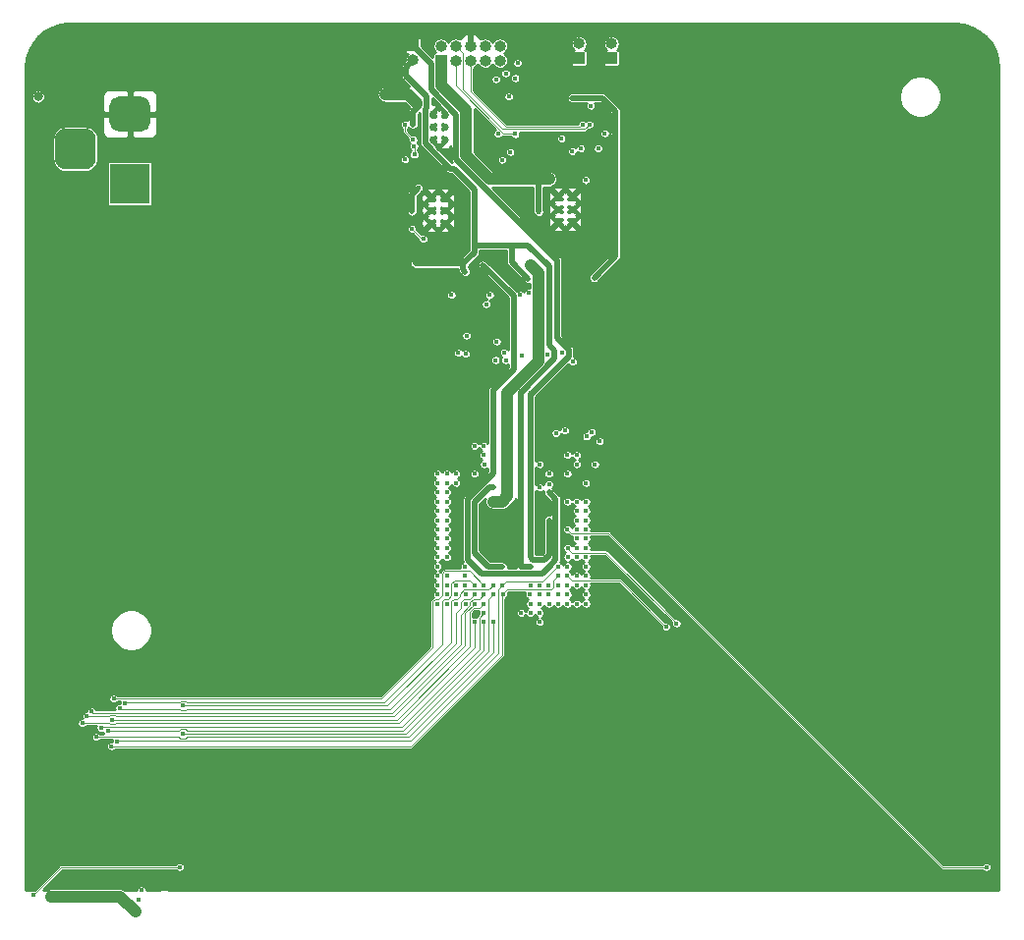
<source format=gbr>
%TF.GenerationSoftware,KiCad,Pcbnew,5.99.0+really5.1.10+dfsg1-1*%
%TF.CreationDate,2021-09-13T00:49:02-04:00*%
%TF.ProjectId,ECP5_BOARD,45435035-5f42-44f4-9152-442e6b696361,rev?*%
%TF.SameCoordinates,Original*%
%TF.FileFunction,Copper,L3,Inr*%
%TF.FilePolarity,Positive*%
%FSLAX46Y46*%
G04 Gerber Fmt 4.6, Leading zero omitted, Abs format (unit mm)*
G04 Created by KiCad (PCBNEW 5.99.0+really5.1.10+dfsg1-1) date 2021-09-13 00:49:02*
%MOMM*%
%LPD*%
G01*
G04 APERTURE LIST*
%TA.AperFunction,ComponentPad*%
%ADD10R,3.500000X3.500000*%
%TD*%
%TA.AperFunction,ComponentPad*%
%ADD11O,1.000000X1.000000*%
%TD*%
%TA.AperFunction,ComponentPad*%
%ADD12R,1.000000X1.000000*%
%TD*%
%TA.AperFunction,ComponentPad*%
%ADD13C,0.500000*%
%TD*%
%TA.AperFunction,ViaPad*%
%ADD14C,0.800000*%
%TD*%
%TA.AperFunction,ViaPad*%
%ADD15C,0.450000*%
%TD*%
%TA.AperFunction,Conductor*%
%ADD16C,0.500000*%
%TD*%
%TA.AperFunction,Conductor*%
%ADD17C,0.090000*%
%TD*%
%TA.AperFunction,Conductor*%
%ADD18C,1.000000*%
%TD*%
%TA.AperFunction,Conductor*%
%ADD19C,0.254000*%
%TD*%
%TA.AperFunction,Conductor*%
%ADD20C,0.100000*%
%TD*%
G04 APERTURE END LIST*
%TO.N,Net-(J2-Pad3)*%
%TO.C,J2*%
%TA.AperFunction,ComponentPad*%
G36*
G01*
X102325000Y-37750000D02*
X104075000Y-37750000D01*
G75*
G02*
X104950000Y-38625000I0J-875000D01*
G01*
X104950000Y-40375000D01*
G75*
G02*
X104075000Y-41250000I-875000J0D01*
G01*
X102325000Y-41250000D01*
G75*
G02*
X101450000Y-40375000I0J875000D01*
G01*
X101450000Y-38625000D01*
G75*
G02*
X102325000Y-37750000I875000J0D01*
G01*
G37*
%TD.AperFunction*%
%TO.N,GND*%
%TA.AperFunction,ComponentPad*%
G36*
G01*
X106900000Y-35000000D02*
X108900000Y-35000000D01*
G75*
G02*
X109650000Y-35750000I0J-750000D01*
G01*
X109650000Y-37250000D01*
G75*
G02*
X108900000Y-38000000I-750000J0D01*
G01*
X106900000Y-38000000D01*
G75*
G02*
X106150000Y-37250000I0J750000D01*
G01*
X106150000Y-35750000D01*
G75*
G02*
X106900000Y-35000000I750000J0D01*
G01*
G37*
%TD.AperFunction*%
D10*
%TO.N,Net-(C35-Pad1)*%
X107900000Y-42500000D03*
%TD*%
D11*
%TO.N,Net-(JP2-Pad2)*%
%TO.C,JP3*%
X149400000Y-30430000D03*
D12*
%TO.N,CLKB*%
X149400000Y-31700000D03*
%TD*%
D11*
%TO.N,Net-(JP2-Pad2)*%
%TO.C,JP2*%
X146600000Y-30430000D03*
D12*
%TO.N,CLKA*%
X146600000Y-31700000D03*
%TD*%
D11*
%TO.N,+1V8*%
%TO.C,JP1*%
X132300000Y-31870000D03*
D12*
%TO.N,VBUS*%
X132300000Y-30600000D03*
%TD*%
D11*
%TO.N,Net-(J1-Pad10)*%
%TO.C,J1*%
X139780000Y-30630000D03*
%TO.N,Net-(J1-Pad9)*%
X139780000Y-31900000D03*
%TO.N,Net-(J1-Pad8)*%
X138510000Y-30630000D03*
%TO.N,Net-(J1-Pad7)*%
X138510000Y-31900000D03*
%TO.N,GND*%
X137240000Y-30630000D03*
%TO.N,/Sheet61CBBC02/DEBUG_TX*%
X137240000Y-31900000D03*
%TO.N,/Sheet61CBBC02/DEBUG_RX*%
X135970000Y-30630000D03*
%TO.N,/Sheet61CBBC02/PROGRAMN*%
X135970000Y-31900000D03*
%TO.N,+1V8*%
X134700000Y-30630000D03*
D12*
%TO.N,+BATT*%
X134700000Y-31900000D03*
%TD*%
D13*
%TO.N,GND*%
%TO.C,U8*%
X133875000Y-43725000D03*
X135025000Y-43725000D03*
X133875000Y-44800000D03*
X135025000Y-44800000D03*
X133875000Y-45875000D03*
X135025000Y-45875000D03*
%TD*%
%TO.N,GND*%
%TO.C,U7*%
X133925000Y-36525000D03*
X135075000Y-36525000D03*
X133925000Y-37600000D03*
X135075000Y-37600000D03*
X133925000Y-38675000D03*
X135075000Y-38675000D03*
%TD*%
%TO.N,GND*%
%TO.C,U6*%
X144825000Y-43625000D03*
X145975000Y-43625000D03*
X144825000Y-44700000D03*
X145975000Y-44700000D03*
X144825000Y-45775000D03*
X145975000Y-45775000D03*
%TD*%
D14*
%TO.N,*%
X100000000Y-35000000D03*
%TO.N,GND*%
X105000000Y-30000000D03*
X110000000Y-30000000D03*
X115000000Y-30000000D03*
X100000000Y-40000000D03*
X100000000Y-45000000D03*
X155000000Y-30000000D03*
X160000000Y-30000000D03*
X165000000Y-30000000D03*
X170000000Y-30000000D03*
X175000000Y-30000000D03*
X180000000Y-30000000D03*
X181500000Y-35000000D03*
X181500000Y-40000000D03*
X181500000Y-45000000D03*
X181500000Y-50000000D03*
X181500000Y-55000000D03*
X181500000Y-60000000D03*
X181500000Y-65000000D03*
X181500000Y-70000000D03*
X181500000Y-75000000D03*
X181500000Y-80000000D03*
X181500000Y-85000000D03*
X181500000Y-90000000D03*
X181500000Y-95000000D03*
X181500000Y-99300000D03*
X100000000Y-50000000D03*
X100000000Y-55000000D03*
X100000000Y-60000000D03*
X100000000Y-65000000D03*
X100000000Y-70000000D03*
X100000000Y-75000000D03*
X100000000Y-80000000D03*
X100000000Y-85000000D03*
X100000000Y-90000000D03*
X100000000Y-95000000D03*
X100000000Y-100000000D03*
X100600000Y-30600000D03*
X102900000Y-102600000D03*
D15*
X99400000Y-103000000D03*
X117900000Y-79600000D03*
X118900000Y-79600000D03*
X119900000Y-79600000D03*
X120900000Y-79600000D03*
X121900000Y-79600000D03*
X122900000Y-79600000D03*
X123900000Y-79600000D03*
X124900000Y-79600000D03*
X125900000Y-79600000D03*
X126900000Y-79600000D03*
X116900000Y-79600000D03*
X115900000Y-79600000D03*
X114900000Y-79600000D03*
X113900000Y-79600000D03*
X179900000Y-102600000D03*
X178900000Y-102600000D03*
X177900000Y-102600000D03*
X176900000Y-102600000D03*
X175900000Y-102600000D03*
X174900000Y-102600000D03*
X173900000Y-102600000D03*
X172900000Y-102600000D03*
X171900000Y-102600000D03*
X170900000Y-102600000D03*
X169900000Y-102600000D03*
X168900000Y-102600000D03*
X167900000Y-102600000D03*
X166900000Y-102600000D03*
X165900000Y-102600000D03*
X164900000Y-102600000D03*
X163900000Y-102600000D03*
X162900000Y-102600000D03*
X161900000Y-102600000D03*
X160900000Y-102600000D03*
X159900000Y-102600000D03*
X158900000Y-102600000D03*
X157900000Y-102600000D03*
X156900000Y-102600000D03*
X155900000Y-102600000D03*
X154900000Y-102600000D03*
X153900000Y-102600000D03*
X152900000Y-102600000D03*
X151900000Y-102600000D03*
X150900000Y-102600000D03*
X149900000Y-102600000D03*
X148900000Y-102600000D03*
X147900000Y-102600000D03*
X146900000Y-102600000D03*
X145900000Y-102600000D03*
X144900000Y-102600000D03*
X143900000Y-102600000D03*
X142900000Y-102600000D03*
X141900000Y-102600000D03*
X140900000Y-102600000D03*
X139900000Y-102600000D03*
X138900000Y-102600000D03*
X137900000Y-102600000D03*
X136900000Y-102600000D03*
X135900000Y-102600000D03*
X134900000Y-102600000D03*
X133900000Y-102600000D03*
X132900000Y-102600000D03*
X131900000Y-102600000D03*
X130900000Y-102600000D03*
X129900000Y-102600000D03*
X128900000Y-102600000D03*
X127900000Y-102600000D03*
X126900000Y-102600000D03*
X125900000Y-102600000D03*
X124900000Y-102600000D03*
X123900000Y-102600000D03*
X122900000Y-102600000D03*
X121900000Y-102600000D03*
X120900000Y-102600000D03*
X119900000Y-102600000D03*
X118900000Y-102600000D03*
X117900000Y-102600000D03*
X116900000Y-102600000D03*
X115900000Y-102600000D03*
X114900000Y-102600000D03*
X113900000Y-102600000D03*
X127900000Y-91400000D03*
X128900000Y-91400000D03*
X129900000Y-91400000D03*
X130900000Y-91400000D03*
X131900000Y-91400000D03*
X132900000Y-90800000D03*
X133900000Y-89900000D03*
X134900000Y-89000000D03*
X135800000Y-88400000D03*
X136800000Y-88000000D03*
X137800000Y-87600000D03*
X138800000Y-87200000D03*
X139800000Y-86800000D03*
X140800000Y-86400000D03*
X141800000Y-86000000D03*
X142800000Y-85600000D03*
X143800000Y-85200000D03*
X144800000Y-84800000D03*
X145800000Y-84400000D03*
X146800000Y-84000000D03*
X147800000Y-83600000D03*
X148800000Y-83200000D03*
X149800000Y-82800000D03*
X150800000Y-82400000D03*
X144500000Y-81200000D03*
X143200000Y-81200000D03*
X142000000Y-81200000D03*
X140700000Y-81200000D03*
X151600000Y-82000000D03*
X152500000Y-81600000D03*
X153300000Y-81200000D03*
X153800000Y-81800000D03*
X154800000Y-81500000D03*
X155900000Y-80000000D03*
X156700000Y-79600000D03*
X157600000Y-79200000D03*
X158400000Y-78800000D03*
X159300000Y-78400000D03*
X160100000Y-78000000D03*
X161000000Y-77600000D03*
X161800000Y-77200000D03*
X162700000Y-76800000D03*
X163600000Y-76400000D03*
X164400000Y-76000000D03*
X165200000Y-75600000D03*
X166100000Y-75200000D03*
X166900000Y-74800000D03*
X167800000Y-74400000D03*
X168600000Y-74000000D03*
X169400000Y-73500000D03*
X170200000Y-73000000D03*
X171000000Y-72600000D03*
X171800000Y-72100000D03*
X172600000Y-71700000D03*
X173400000Y-71300000D03*
X174200000Y-70800000D03*
X175000000Y-70400000D03*
X175800000Y-69900000D03*
X137606658Y-79506658D03*
X133540000Y-78700000D03*
X146400000Y-77900000D03*
X146400000Y-75500000D03*
X135200000Y-75500000D03*
X133600000Y-74700000D03*
X148990882Y-73300000D03*
X145600000Y-73100000D03*
X140000000Y-73100000D03*
X148990882Y-70900000D03*
X144000000Y-69900000D03*
X143200000Y-69900000D03*
X133600000Y-69100000D03*
X145600000Y-68300000D03*
X139000000Y-48400000D03*
X135600000Y-48400000D03*
X145400000Y-48300000D03*
X143400000Y-38160000D03*
X141700000Y-36500000D03*
X138000000Y-33600000D03*
%TO.N,+1V8*%
X141600000Y-75500000D03*
X142400000Y-75500000D03*
X141604559Y-69095441D03*
X143993342Y-52806658D03*
X147899989Y-50625000D03*
X142200000Y-50700000D03*
X132500000Y-49400000D03*
X136800000Y-50100000D03*
X131600000Y-40400000D03*
X135800000Y-41200000D03*
X132393343Y-39275002D03*
X132400000Y-40000000D03*
X146000000Y-35100000D03*
%TO.N,+2V5*%
X137600000Y-75500000D03*
X144000000Y-75500000D03*
X144000000Y-69100000D03*
X137600000Y-69100000D03*
X139175001Y-63100008D03*
X138300000Y-49500000D03*
X132200000Y-46400000D03*
X133175000Y-47275000D03*
D14*
%TO.N,+1V1*%
X143100000Y-57300000D03*
X140400000Y-63100000D03*
X142400000Y-49500000D03*
D15*
X139200000Y-69900000D03*
X140000000Y-69900000D03*
D14*
%TO.N,+BATT*%
X144000003Y-42100003D03*
X129900000Y-34800008D03*
D15*
X132200000Y-44900000D03*
X132750000Y-42850000D03*
X143143342Y-44956658D03*
X132350000Y-37350000D03*
X132900000Y-35634990D03*
%TO.N,Net-(C23-Pad2)*%
X131600000Y-37400000D03*
X132304559Y-38695441D03*
%TO.N,VBUS*%
X99600000Y-103800000D03*
X112199986Y-101400000D03*
X139200000Y-75500000D03*
X140000000Y-75500000D03*
X144000000Y-73900000D03*
X137600000Y-73900000D03*
X144000000Y-71500000D03*
X137600000Y-71500000D03*
X142375001Y-68906658D03*
X139175001Y-68700000D03*
X141300000Y-32100000D03*
X141100000Y-33400000D03*
%TO.N,/Sheet61CBBC02/PROGRAMN*%
X144600000Y-64000000D03*
X141100000Y-38224999D03*
X145075001Y-38600000D03*
%TO.N,/Sheet61CBBC02/DEBUG_TX*%
X147975001Y-66700000D03*
X146900000Y-37400000D03*
%TO.N,Net-(J1-Pad7)*%
X143200000Y-66700000D03*
X139975001Y-40449998D03*
X139435000Y-33500000D03*
%TO.N,Net-(J1-Pad9)*%
X144000000Y-68400000D03*
X140275001Y-33000000D03*
%TO.N,/Sheet61CBBC02/DEBUG_RX*%
X147235010Y-64300000D03*
X147500000Y-37400000D03*
%TO.N,Net-(J1-Pad8)*%
X145593342Y-65906658D03*
X140670011Y-39770011D03*
%TO.N,Net-(J1-Pad10)*%
X144000000Y-67500000D03*
X139602942Y-38212059D03*
%TO.N,CLKA*%
X106300000Y-91000000D03*
X140024999Y-77900000D03*
X144800000Y-76300000D03*
%TO.N,CLKB*%
X106800000Y-90600000D03*
X140000000Y-77100000D03*
X144800000Y-75500000D03*
%TO.N,Net-(R5-Pad2)*%
X145600000Y-67500000D03*
X140540000Y-35000000D03*
%TO.N,ID0*%
X112500000Y-89900000D03*
X108900004Y-103400004D03*
X139200000Y-77900000D03*
%TO.N,ID1*%
X112500000Y-87500000D03*
X108686888Y-104186888D03*
X139200000Y-77100000D03*
%TO.N,UP_R*%
X105999995Y-89699995D03*
X138400000Y-80300000D03*
%TO.N,UP_L*%
X139200000Y-80300000D03*
X105000000Y-90200000D03*
%TO.N,SC_L*%
X105400000Y-89400000D03*
X138400000Y-79500000D03*
%TO.N,C3*%
X147200000Y-78700000D03*
%TO.N,C4*%
X146400000Y-78700000D03*
%TO.N,SC_R*%
X106400000Y-88700000D03*
X138400000Y-78700000D03*
%TO.N,C18*%
X134400000Y-78700000D03*
%TO.N,D3*%
X147200000Y-77900000D03*
%TO.N,D17*%
X135195441Y-77895441D03*
%TO.N,D18*%
X134395441Y-77895441D03*
%TO.N,F3*%
X147200000Y-76300000D03*
%TO.N,F4*%
X146400000Y-76300000D03*
%TO.N,F16*%
X136800000Y-76300000D03*
%TO.N,F17*%
X135200000Y-76300000D03*
%TO.N,F18*%
X134400000Y-76300000D03*
%TO.N,G3*%
X147200000Y-75500000D03*
%TO.N,G16*%
X136800000Y-75500000D03*
%TO.N,G18*%
X134400000Y-75500000D03*
%TO.N,H3*%
X147200000Y-74700000D03*
%TO.N,H4*%
X146400000Y-74700000D03*
%TO.N,H17*%
X135200000Y-74700000D03*
%TO.N,H18*%
X134400000Y-74700000D03*
%TO.N,J3*%
X147200000Y-73900000D03*
%TO.N,J17*%
X135200000Y-73900000D03*
%TO.N,J18*%
X134400000Y-73900000D03*
%TO.N,K3*%
X147200000Y-73100000D03*
%TO.N,K4*%
X146400000Y-73100000D03*
%TO.N,K17*%
X135200000Y-73100000D03*
%TO.N,K18*%
X134400000Y-73100000D03*
%TO.N,L3*%
X147200000Y-72275001D03*
%TO.N,L4*%
X146400000Y-72275001D03*
%TO.N,L18*%
X134400000Y-72300000D03*
%TO.N,M3*%
X147200000Y-71500000D03*
%TO.N,M17*%
X135200000Y-71500000D03*
%TO.N,N3*%
X147200000Y-70700000D03*
%TO.N,N4*%
X146400000Y-70700000D03*
%TO.N,Net-(U1-PadV2)*%
X146400000Y-65900000D03*
X147175001Y-42200000D03*
%TO.N,Net-(U1-PadY2)*%
X147700000Y-63900000D03*
X148820912Y-38172036D03*
%TO.N,Net-(U1-PadW2)*%
X145360010Y-63786862D03*
X146757019Y-39452099D03*
%TO.N,Net-(U1-PadW1)*%
X148375001Y-64700000D03*
X147600000Y-35800000D03*
%TO.N,U18*%
X134400000Y-67500000D03*
%TO.N,U17*%
X135200000Y-67500000D03*
%TO.N,Net-(U1-PadU3)*%
X146400000Y-66700000D03*
X145993342Y-39706658D03*
%TO.N,T18*%
X134400000Y-68300000D03*
%TO.N,T17*%
X135200000Y-68300000D03*
%TO.N,T16*%
X136000000Y-67500000D03*
%TO.N,R18*%
X134400000Y-69100000D03*
%TO.N,R17*%
X135200000Y-69100000D03*
%TO.N,R16*%
X136000000Y-68300000D03*
%TO.N,Net-(U1-PadR2)*%
X147195441Y-68295441D03*
X148240000Y-39461695D03*
%TO.N,P18*%
X134400000Y-69900000D03*
%TO.N,P17*%
X135200000Y-69900000D03*
%TO.N,P5*%
X145600000Y-69900000D03*
%TO.N,P4*%
X146400000Y-69900000D03*
%TO.N,P3*%
X147200000Y-69900000D03*
%TO.N,N18*%
X134400000Y-70700000D03*
%TO.N,N17*%
X135200000Y-70700000D03*
%TO.N,M18*%
X134400000Y-71500000D03*
%TO.N,M4*%
X146400000Y-71500000D03*
%TO.N,L17*%
X135200000Y-72300000D03*
%TO.N,J5*%
X155000000Y-80400000D03*
X145624999Y-73900000D03*
%TO.N,J4*%
X146400000Y-73900000D03*
%TO.N,H5*%
X145624999Y-74675001D03*
%TO.N,G5*%
X145600000Y-75500000D03*
%TO.N,F5*%
X154100000Y-80700000D03*
X145600000Y-76300000D03*
%TO.N,E18*%
X134400000Y-77100000D03*
%TO.N,E17*%
X135200000Y-77100000D03*
%TO.N,E16*%
X136004559Y-77104559D03*
%TO.N,E15*%
X136800000Y-77100000D03*
%TO.N,Net-(U1-PadE9)*%
X142434116Y-77124999D03*
X140275001Y-57699994D03*
%TO.N,Net-(U1-PadE8)*%
X143200000Y-77124999D03*
X139500000Y-56100000D03*
%TO.N,Net-(U1-PadE7)*%
X143988345Y-77100000D03*
X146043016Y-57856016D03*
%TO.N,Net-(U1-PadE6)*%
X144800000Y-77100000D03*
X141700000Y-57300000D03*
%TO.N,E5*%
X145600000Y-77100000D03*
%TO.N,E4*%
X146406658Y-77093342D03*
%TO.N,E3*%
X147200000Y-77100000D03*
%TO.N,D16*%
X135975001Y-77902159D03*
%TO.N,D15*%
X136806658Y-77906658D03*
%TO.N,Net-(U1-PadD10)*%
X141600000Y-79500000D03*
X138595441Y-52895441D03*
%TO.N,Net-(U1-PadD9)*%
X142375001Y-77906658D03*
X139400000Y-57700000D03*
%TO.N,Net-(U1-PadD8)*%
X143206658Y-77893342D03*
X140135000Y-57048576D03*
%TO.N,Net-(U1-PadD7)*%
X143995441Y-77904559D03*
X142275001Y-51900000D03*
%TO.N,Net-(U1-PadD6)*%
X144800000Y-77900000D03*
X145100000Y-57100000D03*
%TO.N,D5*%
X145600000Y-77900000D03*
%TO.N,C17*%
X135200000Y-78700000D03*
%TO.N,C16*%
X136000000Y-78700000D03*
%TO.N,C15*%
X136806658Y-78706658D03*
%TO.N,Net-(U1-PadC9)*%
X142395441Y-78704559D03*
X138375001Y-65100000D03*
X136833771Y-57173309D03*
%TO.N,Net-(U1-PadC8)*%
X143200000Y-78700000D03*
X138904559Y-52104559D03*
%TO.N,Net-(U1-PadC7)*%
X144000000Y-78700000D03*
X138424999Y-66700000D03*
X141521544Y-52097607D03*
%TO.N,Net-(U1-PadC6)*%
X144800000Y-78700000D03*
X143200000Y-68700000D03*
X143908646Y-57198427D03*
%TO.N,C5*%
X145600000Y-78700000D03*
%TO.N,Net-(U1-PadB8)*%
X143200000Y-79500000D03*
X138400000Y-65900000D03*
X136900000Y-55600000D03*
%TO.N,Net-(U1-PadA8)*%
X142395441Y-79504559D03*
X137600000Y-67500000D03*
X136200000Y-57100000D03*
%TO.N,Net-(U1-PadA7)*%
X143200000Y-80300000D03*
X137600000Y-65100000D03*
X135605000Y-52095000D03*
D14*
%TO.N,Net-(C37-Pad1)*%
X101149999Y-103949999D03*
X108365202Y-105265193D03*
D15*
%TO.N,PRSNT_IN*%
X181700000Y-101400000D03*
X145600000Y-72300000D03*
%TO.N,CARD_TX*%
X107500000Y-87300000D03*
X137600000Y-77100000D03*
%TO.N,PRSNT_R*%
X106500000Y-86900000D03*
X138400000Y-77100000D03*
%TO.N,CARD_RX*%
X107000000Y-87700000D03*
X137600000Y-77900000D03*
%TO.N,PRSNT_L*%
X104600000Y-88000000D03*
X138400000Y-77900000D03*
%TO.N,SC*%
X104200000Y-88400000D03*
X137604559Y-78704559D03*
%TO.N,UP*%
X103800000Y-89000000D03*
X137600000Y-80300000D03*
%TD*%
D16*
%TO.N,+1V8*%
X142400000Y-75500000D02*
X141600000Y-75500000D01*
X141600000Y-69100000D02*
X141600000Y-75500000D01*
D17*
X132400000Y-40000000D02*
X132400000Y-39300000D01*
D16*
X135800000Y-41200000D02*
X137600000Y-43000000D01*
X137600000Y-47800000D02*
X139300000Y-47800000D01*
X137600000Y-43000000D02*
X137600000Y-47800000D01*
X140800000Y-47800000D02*
X140800000Y-49300000D01*
X140800000Y-49300000D02*
X142200000Y-50700000D01*
X140800000Y-47800000D02*
X139300000Y-47800000D01*
X137600000Y-47800000D02*
X137600000Y-48400000D01*
X137600000Y-48400000D02*
X136600000Y-49400000D01*
X136600000Y-49900000D02*
X136800000Y-50100000D01*
X136600000Y-49400000D02*
X136600000Y-49900000D01*
X140800000Y-47800000D02*
X142200000Y-47800000D01*
X142200000Y-47800000D02*
X144000000Y-49600000D01*
X144000000Y-49600000D02*
X144000000Y-52800000D01*
X141600000Y-60500000D02*
X141700000Y-60400000D01*
X141600000Y-69100000D02*
X141600000Y-60500000D01*
X148600000Y-35100000D02*
X149725000Y-36225000D01*
X149725000Y-48799989D02*
X147899989Y-50625000D01*
X149725000Y-36225000D02*
X149725000Y-48799989D01*
X146000000Y-35100000D02*
X148600000Y-35100000D01*
X136600000Y-49400000D02*
X132500000Y-49400000D01*
X131700000Y-32470000D02*
X132300000Y-31870000D01*
X131700000Y-33209991D02*
X131700000Y-32470000D01*
X133490009Y-35000000D02*
X131700000Y-33209991D01*
X133490009Y-35944391D02*
X133490009Y-35000000D01*
X133334999Y-36099401D02*
X133490009Y-35944391D01*
X133334999Y-39017841D02*
X133334999Y-36099401D01*
X135517158Y-41200000D02*
X133334999Y-39017841D01*
X135800000Y-41200000D02*
X135517158Y-41200000D01*
X144000000Y-56400000D02*
X144000000Y-52800000D01*
X144500000Y-56900000D02*
X144000000Y-56400000D01*
X144500000Y-57600000D02*
X144500000Y-56900000D01*
X141600000Y-60500000D02*
X144500000Y-57600000D01*
%TO.N,+2V5*%
X137009990Y-74909990D02*
X137600000Y-75500000D01*
X137009990Y-69690010D02*
X137009990Y-74909990D01*
X137600000Y-69100000D02*
X137009990Y-69690010D01*
X143409990Y-76090010D02*
X144000000Y-75500000D01*
X137600000Y-75500000D02*
X138190010Y-76090010D01*
X138190010Y-76090010D02*
X140809990Y-76090010D01*
X140809990Y-76090010D02*
X143409990Y-76090010D01*
X144590009Y-74909991D02*
X144000000Y-75500000D01*
X144590009Y-69690009D02*
X144590009Y-74909991D01*
X144000000Y-69100000D02*
X144590009Y-69690009D01*
X137600000Y-69100000D02*
X139200000Y-67500000D01*
X139200000Y-67500000D02*
X139200000Y-63100008D01*
D17*
X133075000Y-47275000D02*
X133175000Y-47275000D01*
X132200000Y-46400000D02*
X133075000Y-47275000D01*
D16*
X140959999Y-52159999D02*
X138300000Y-49500000D01*
X140959999Y-57700000D02*
X140959999Y-52159999D01*
X140959999Y-58500000D02*
X140959999Y-57759999D01*
X139200000Y-60259999D02*
X140959999Y-58500000D01*
X139200000Y-60259999D02*
X139200000Y-63100008D01*
D18*
%TO.N,+1V1*%
X140000000Y-69900000D02*
X139200000Y-69900000D01*
X140440010Y-68447943D02*
X140440010Y-63100000D01*
X140440010Y-69459990D02*
X140440010Y-68447943D01*
X140000000Y-69900000D02*
X140440010Y-69459990D01*
X140440010Y-63100000D02*
X140400000Y-63100000D01*
X143090001Y-50190001D02*
X142400000Y-49500000D01*
X143090001Y-57290001D02*
X143090001Y-50190001D01*
X143100000Y-57300000D02*
X143090001Y-57290001D01*
X143100000Y-57800000D02*
X140400000Y-60500000D01*
X143100000Y-57300000D02*
X143100000Y-57800000D01*
X140400000Y-63100000D02*
X140400000Y-60500000D01*
D16*
%TO.N,+BATT*%
X132200000Y-43400000D02*
X132700000Y-42900000D01*
X132200000Y-44900000D02*
X132200000Y-43400000D01*
X132300000Y-36300000D02*
X132900000Y-35700000D01*
X132300000Y-37400000D02*
X132300000Y-36300000D01*
X143100000Y-44900000D02*
X143100000Y-41900000D01*
D18*
X134700000Y-34012051D02*
X134700000Y-31900000D01*
X136874409Y-40074409D02*
X136874409Y-36186459D01*
X138900003Y-42100003D02*
X136874409Y-40074409D01*
X136874409Y-36186459D02*
X134700000Y-34012051D01*
X144000003Y-42100003D02*
X138900003Y-42100003D01*
X132649999Y-35596448D02*
X131853559Y-34800008D01*
X131853559Y-34800008D02*
X129900000Y-34800008D01*
D17*
%TO.N,Net-(C23-Pad2)*%
X131600000Y-38000000D02*
X132300000Y-38700000D01*
X131600000Y-37400000D02*
X131600000Y-38000000D01*
D16*
%TO.N,VBUS*%
X137600000Y-71500000D02*
X137600000Y-73900000D01*
X139200000Y-75500000D02*
X140000000Y-75500000D01*
X144000000Y-71500000D02*
X144000000Y-73900000D01*
X137600000Y-71500000D02*
X137600000Y-69934400D01*
X137600000Y-69934400D02*
X138834400Y-68700000D01*
X138834400Y-68700000D02*
X139200000Y-68700000D01*
X144000000Y-73900000D02*
X144000000Y-74500000D01*
X142400000Y-74700000D02*
X142400000Y-68900000D01*
X143600000Y-74900000D02*
X142600000Y-74900000D01*
X142600000Y-74900000D02*
X142400000Y-74700000D01*
X144000000Y-74500000D02*
X143600000Y-74900000D01*
X142400000Y-60600000D02*
X142500000Y-60500000D01*
X142400000Y-68900000D02*
X142400000Y-60600000D01*
X137600000Y-73900000D02*
X137600000Y-74300000D01*
X137600000Y-74300000D02*
X138800000Y-75500000D01*
X138800000Y-75500000D02*
X139200000Y-75500000D01*
D17*
X99600000Y-103800000D02*
X102000000Y-101400000D01*
X102000000Y-101400000D02*
X112199986Y-101400000D01*
D16*
X133859989Y-34359992D02*
X133859989Y-32159989D01*
X136034399Y-36534402D02*
X133859989Y-34359992D01*
X133859989Y-32159989D02*
X132300000Y-30600000D01*
X144700000Y-49087954D02*
X136034399Y-40422353D01*
X144700000Y-55800000D02*
X144700000Y-49087954D01*
X136034399Y-40422353D02*
X136034399Y-36534402D01*
X145700000Y-56800000D02*
X144700000Y-55800000D01*
X145700000Y-57400000D02*
X145700000Y-56800000D01*
X142500000Y-60600000D02*
X145700000Y-57400000D01*
X142400000Y-60600000D02*
X142500000Y-60600000D01*
D17*
%TO.N,/Sheet61CBBC02/PROGRAMN*%
X135970000Y-34070000D02*
X135970000Y-31900000D01*
X140100000Y-38200000D02*
X135970000Y-34070000D01*
X141100000Y-38200000D02*
X140100000Y-38200000D01*
%TO.N,/Sheet61CBBC02/DEBUG_TX*%
X140300000Y-37600000D02*
X146700000Y-37600000D01*
X137240000Y-34540000D02*
X140300000Y-37600000D01*
X137240000Y-31900000D02*
X137240000Y-34540000D01*
X146700000Y-37600000D02*
X146900000Y-37400000D01*
%TO.N,/Sheet61CBBC02/DEBUG_RX*%
X140000000Y-37800000D02*
X147100000Y-37800000D01*
X136605000Y-34405000D02*
X140000000Y-37800000D01*
X136605000Y-31265000D02*
X136605000Y-34405000D01*
X135970000Y-30630000D02*
X136605000Y-31265000D01*
X147100000Y-37800000D02*
X147500000Y-37400000D01*
%TO.N,CLKA*%
X140000000Y-77900000D02*
X140400000Y-77500000D01*
X140400000Y-77500000D02*
X144200000Y-77500000D01*
X144200000Y-77500000D02*
X144400000Y-77300000D01*
X144400000Y-76700000D02*
X144800000Y-76300000D01*
X144400000Y-77300000D02*
X144400000Y-76700000D01*
X132100000Y-91000000D02*
X106300000Y-91000000D01*
X140000000Y-83100000D02*
X132100000Y-91000000D01*
X140000000Y-77900000D02*
X140000000Y-83100000D01*
X106300000Y-91000000D02*
X106300000Y-91000000D01*
%TO.N,CLKB*%
X144700000Y-75500000D02*
X144800000Y-75500000D01*
X143435001Y-76764999D02*
X144700000Y-75500000D01*
X140335001Y-76764999D02*
X143435001Y-76764999D01*
X140000000Y-77100000D02*
X140335001Y-76764999D01*
X140000000Y-77100000D02*
X139664999Y-77435001D01*
X139664999Y-77435001D02*
X139664999Y-82935001D01*
X139664999Y-82935001D02*
X139100000Y-83500000D01*
X139100000Y-83500000D02*
X132200000Y-90400000D01*
X132200000Y-90400000D02*
X132100000Y-90500000D01*
X132100000Y-90500000D02*
X113200000Y-90500000D01*
X106900000Y-90500000D02*
X106800000Y-90600000D01*
X113200000Y-90500000D02*
X106900000Y-90500000D01*
X106800000Y-90600000D02*
X106800000Y-90600000D01*
%TO.N,ID0*%
X131700000Y-89900000D02*
X113200000Y-89900000D01*
X138800000Y-82800000D02*
X131700000Y-89900000D01*
X138800000Y-78300000D02*
X138800000Y-82800000D01*
X139200000Y-77900000D02*
X138800000Y-78300000D01*
X113200000Y-89900000D02*
X112500000Y-89900000D01*
%TO.N,ID1*%
X135600000Y-82000000D02*
X130100000Y-87500000D01*
X130100000Y-87500000D02*
X113200000Y-87500000D01*
X135800000Y-78300000D02*
X135600000Y-78500000D01*
X136100000Y-78300000D02*
X135800000Y-78300000D01*
X136335001Y-78064999D02*
X136100000Y-78300000D01*
X136335001Y-77869197D02*
X136335001Y-78064999D01*
X135600000Y-78500000D02*
X135600000Y-82000000D01*
X136704198Y-77500000D02*
X136335001Y-77869197D01*
X138800000Y-77500000D02*
X136704198Y-77500000D01*
X139200000Y-77100000D02*
X138800000Y-77500000D01*
X113200000Y-87500000D02*
X112500000Y-87500000D01*
%TO.N,UP_R*%
X112132500Y-89635000D02*
X106064990Y-89635000D01*
X112267500Y-89500000D02*
X112132500Y-89635000D01*
X112700000Y-89500000D02*
X112267500Y-89500000D01*
X112835000Y-89635000D02*
X112700000Y-89500000D01*
X131465000Y-89635000D02*
X112835000Y-89635000D01*
X138400000Y-82700000D02*
X131465000Y-89635000D01*
X138400000Y-80300000D02*
X138400000Y-82700000D01*
%TO.N,UP_L*%
X131900000Y-90200000D02*
X139200000Y-82900000D01*
X112800000Y-90200000D02*
X131900000Y-90200000D01*
X139200000Y-82900000D02*
X139200000Y-80300000D01*
X112700000Y-90300000D02*
X112800000Y-90200000D01*
X112200000Y-90300000D02*
X112700000Y-90300000D01*
X112100000Y-90200000D02*
X112200000Y-90300000D01*
X105000000Y-90200000D02*
X112100000Y-90200000D01*
%TO.N,SC_L*%
X131300000Y-89300000D02*
X105435000Y-89300000D01*
X105435000Y-89300000D02*
X105400000Y-89335000D01*
X138000000Y-82600000D02*
X131300000Y-89300000D01*
X138000000Y-79900000D02*
X138000000Y-82600000D01*
X138400000Y-79500000D02*
X138000000Y-79900000D01*
%TO.N,SC_R*%
X130900000Y-88700000D02*
X106400000Y-88700000D01*
X137504198Y-79100000D02*
X137204198Y-79400000D01*
X138000000Y-79100000D02*
X137504198Y-79100000D01*
X137204198Y-82395802D02*
X130900000Y-88700000D01*
X138400000Y-78700000D02*
X138000000Y-79100000D01*
X137204198Y-79400000D02*
X137204198Y-82395802D01*
%TO.N,J5*%
X154700000Y-80100000D02*
X155000000Y-80400000D01*
X148900000Y-74300000D02*
X154700000Y-80100000D01*
X146000000Y-74300000D02*
X148900000Y-74300000D01*
X145600000Y-73900000D02*
X146000000Y-74300000D01*
X155000000Y-80400000D02*
X155000000Y-80400000D01*
%TO.N,F5*%
X153800000Y-80400000D02*
X154100000Y-80700000D01*
X150100000Y-76700000D02*
X153800000Y-80400000D01*
X146000000Y-76700000D02*
X150100000Y-76700000D01*
X145600000Y-76300000D02*
X146000000Y-76700000D01*
X154100000Y-80700000D02*
X154100000Y-80700000D01*
D18*
%TO.N,Net-(C37-Pad1)*%
X101149999Y-103949999D02*
X107050008Y-103949999D01*
X107050008Y-103949999D02*
X108365202Y-105265193D01*
D17*
%TO.N,PRSNT_IN*%
X145935001Y-72635001D02*
X149135001Y-72635001D01*
X145600000Y-72300000D02*
X145935001Y-72635001D01*
X177900000Y-101400000D02*
X181700000Y-101400000D01*
X149135001Y-72635001D02*
X177900000Y-101400000D01*
%TO.N,CARD_TX*%
X135900000Y-76700000D02*
X137200000Y-76700000D01*
X134800000Y-78500000D02*
X135000000Y-78300000D01*
X135300000Y-78300000D02*
X135600000Y-78000000D01*
X137200000Y-76700000D02*
X137600000Y-77100000D01*
X107600000Y-87200000D02*
X112200000Y-87200000D01*
X112200000Y-87200000D02*
X112300000Y-87100000D01*
X112300000Y-87100000D02*
X112700000Y-87100000D01*
X107500000Y-87300000D02*
X107600000Y-87200000D01*
X112700000Y-87100000D02*
X112800000Y-87200000D01*
X129850000Y-87200000D02*
X134800000Y-82250000D01*
X112800000Y-87200000D02*
X129850000Y-87200000D01*
X134800000Y-82250000D02*
X134800000Y-78500000D01*
X135000000Y-78300000D02*
X135300000Y-78300000D01*
X135600000Y-77000000D02*
X135900000Y-76700000D01*
X135600000Y-78000000D02*
X135600000Y-77000000D01*
%TO.N,PRSNT_R*%
X129600000Y-86900000D02*
X113200000Y-86900000D01*
X134000000Y-82500000D02*
X129600000Y-86900000D01*
X134000000Y-78500000D02*
X134000000Y-82500000D01*
X134200000Y-78300000D02*
X134000000Y-78500000D01*
X134500000Y-78300000D02*
X134200000Y-78300000D01*
X134800000Y-78000000D02*
X134500000Y-78300000D01*
X134800000Y-76100000D02*
X134800000Y-78000000D01*
X135000000Y-75900000D02*
X134800000Y-76100000D01*
X113200000Y-86900000D02*
X106500000Y-86900000D01*
X137200000Y-75900000D02*
X135000000Y-75900000D01*
X138400000Y-77100000D02*
X137200000Y-75900000D01*
%TO.N,CARD_RX*%
X137200000Y-78300000D02*
X137600000Y-77900000D01*
X136704198Y-78300000D02*
X137200000Y-78300000D01*
X136400000Y-79100000D02*
X136400000Y-78604198D01*
X136000000Y-79500000D02*
X136400000Y-79100000D01*
X136000000Y-82100000D02*
X136000000Y-79500000D01*
X130300000Y-87800000D02*
X136000000Y-82100000D01*
X112800000Y-87800000D02*
X130300000Y-87800000D01*
X136400000Y-78604198D02*
X136704198Y-78300000D01*
X112700000Y-87900000D02*
X112800000Y-87800000D01*
X112300000Y-87900000D02*
X112700000Y-87900000D01*
X112200000Y-87800000D02*
X112300000Y-87900000D01*
X107100000Y-87800000D02*
X112200000Y-87800000D01*
X107000000Y-87700000D02*
X107100000Y-87800000D01*
%TO.N,PRSNT_L*%
X104700000Y-88100000D02*
X104600000Y-88000000D01*
X130500000Y-88100000D02*
X104700000Y-88100000D01*
X136400000Y-79645428D02*
X136400000Y-82200000D01*
X137200000Y-78845428D02*
X136400000Y-79645428D01*
X136400000Y-82200000D02*
X130500000Y-88100000D01*
X137200000Y-78600000D02*
X137200000Y-78845428D01*
X137500000Y-78300000D02*
X137200000Y-78600000D01*
X138000000Y-78300000D02*
X137500000Y-78300000D01*
X138400000Y-77900000D02*
X138000000Y-78300000D01*
X104600000Y-88000000D02*
X104600000Y-88000000D01*
%TO.N,SC*%
X104200000Y-88400000D02*
X104200000Y-88400000D01*
X136800000Y-79500000D02*
X137600000Y-78700000D01*
X130700000Y-88400000D02*
X136800000Y-82300000D01*
X106700000Y-88400000D02*
X130700000Y-88400000D01*
X136800000Y-82300000D02*
X136800000Y-79500000D01*
X106200000Y-88300000D02*
X106600000Y-88300000D01*
X106100000Y-88400000D02*
X106200000Y-88300000D01*
X106600000Y-88300000D02*
X106700000Y-88400000D01*
X104200000Y-88400000D02*
X106100000Y-88400000D01*
%TO.N,UP*%
X103800000Y-89000000D02*
X103800000Y-89000000D01*
X137600000Y-82500000D02*
X137600000Y-80300000D01*
X131100000Y-89000000D02*
X137600000Y-82500000D01*
X106675000Y-89000000D02*
X131100000Y-89000000D01*
X106600000Y-89075000D02*
X106675000Y-89000000D01*
X106175000Y-89075000D02*
X106600000Y-89075000D01*
X106100000Y-89000000D02*
X106175000Y-89075000D01*
X103800000Y-89000000D02*
X106100000Y-89000000D01*
%TD*%
D19*
%TO.N,GND*%
X179729708Y-28814709D02*
X180431621Y-29026629D01*
X181079004Y-29370850D01*
X181647196Y-29834254D01*
X182114561Y-30399202D01*
X182463293Y-31044168D01*
X182680108Y-31744586D01*
X182757947Y-32485170D01*
X182758001Y-32500840D01*
X182758000Y-103373000D01*
X111305965Y-103373000D01*
X111284829Y-103364115D01*
X111281264Y-103363039D01*
X111281258Y-103363037D01*
X111103397Y-103310690D01*
X111079607Y-103306152D01*
X111055921Y-103301290D01*
X111052211Y-103300926D01*
X110867567Y-103284122D01*
X110843368Y-103284291D01*
X110819169Y-103284122D01*
X110815458Y-103284486D01*
X110631066Y-103303867D01*
X110607360Y-103308733D01*
X110583592Y-103313267D01*
X110580023Y-103314344D01*
X110402907Y-103369170D01*
X110393796Y-103373000D01*
X109342004Y-103373000D01*
X109342004Y-103356471D01*
X109325019Y-103271077D01*
X109291700Y-103190638D01*
X109243328Y-103118245D01*
X109181763Y-103056680D01*
X109109370Y-103008308D01*
X109028931Y-102974989D01*
X108943537Y-102958004D01*
X108856471Y-102958004D01*
X108771077Y-102974989D01*
X108690638Y-103008308D01*
X108618245Y-103056680D01*
X108556680Y-103118245D01*
X108508308Y-103190638D01*
X108474989Y-103271077D01*
X108458004Y-103356471D01*
X108458004Y-103373000D01*
X107477146Y-103373000D01*
X107450279Y-103350951D01*
X107325720Y-103284372D01*
X107190565Y-103243374D01*
X107085228Y-103232999D01*
X107050008Y-103229530D01*
X107014788Y-103232999D01*
X101114779Y-103232999D01*
X101009442Y-103243374D01*
X100874287Y-103284372D01*
X100749728Y-103350951D01*
X100722861Y-103373000D01*
X100397523Y-103373000D01*
X102108524Y-101662000D01*
X111843459Y-101662000D01*
X111856662Y-101681759D01*
X111918227Y-101743324D01*
X111990620Y-101791696D01*
X112071059Y-101825015D01*
X112156453Y-101842000D01*
X112243519Y-101842000D01*
X112328913Y-101825015D01*
X112409352Y-101791696D01*
X112481745Y-101743324D01*
X112543310Y-101681759D01*
X112591682Y-101609366D01*
X112625001Y-101528927D01*
X112641986Y-101443533D01*
X112641986Y-101356467D01*
X112625001Y-101271073D01*
X112591682Y-101190634D01*
X112543310Y-101118241D01*
X112481745Y-101056676D01*
X112409352Y-101008304D01*
X112328913Y-100974985D01*
X112243519Y-100958000D01*
X112156453Y-100958000D01*
X112071059Y-100974985D01*
X111990620Y-101008304D01*
X111918227Y-101056676D01*
X111856662Y-101118241D01*
X111843459Y-101138000D01*
X102012863Y-101138000D01*
X102000000Y-101136733D01*
X101948638Y-101141792D01*
X101899252Y-101156773D01*
X101853737Y-101181101D01*
X101813842Y-101213842D01*
X101805643Y-101223833D01*
X99666841Y-103362636D01*
X99643533Y-103358000D01*
X99556467Y-103358000D01*
X99481053Y-103373000D01*
X98942000Y-103373000D01*
X98942000Y-88956467D01*
X103358000Y-88956467D01*
X103358000Y-89043533D01*
X103374985Y-89128927D01*
X103408304Y-89209366D01*
X103456676Y-89281759D01*
X103518241Y-89343324D01*
X103590634Y-89391696D01*
X103671073Y-89425015D01*
X103756467Y-89442000D01*
X103843533Y-89442000D01*
X103928927Y-89425015D01*
X104009366Y-89391696D01*
X104081759Y-89343324D01*
X104143324Y-89281759D01*
X104156527Y-89262000D01*
X104978743Y-89262000D01*
X104974985Y-89271073D01*
X104958000Y-89356467D01*
X104958000Y-89443533D01*
X104974985Y-89528927D01*
X105008304Y-89609366D01*
X105056676Y-89681759D01*
X105118241Y-89743324D01*
X105190634Y-89791696D01*
X105271073Y-89825015D01*
X105356467Y-89842000D01*
X105443533Y-89842000D01*
X105528927Y-89825015D01*
X105570757Y-89807689D01*
X105574980Y-89828922D01*
X105608299Y-89909361D01*
X105627435Y-89938000D01*
X105356527Y-89938000D01*
X105343324Y-89918241D01*
X105281759Y-89856676D01*
X105209366Y-89808304D01*
X105128927Y-89774985D01*
X105043533Y-89758000D01*
X104956467Y-89758000D01*
X104871073Y-89774985D01*
X104790634Y-89808304D01*
X104718241Y-89856676D01*
X104656676Y-89918241D01*
X104608304Y-89990634D01*
X104574985Y-90071073D01*
X104558000Y-90156467D01*
X104558000Y-90243533D01*
X104574985Y-90328927D01*
X104608304Y-90409366D01*
X104656676Y-90481759D01*
X104718241Y-90543324D01*
X104790634Y-90591696D01*
X104871073Y-90625015D01*
X104956467Y-90642000D01*
X105043533Y-90642000D01*
X105128927Y-90625015D01*
X105209366Y-90591696D01*
X105281759Y-90543324D01*
X105343324Y-90481759D01*
X105356527Y-90462000D01*
X106378743Y-90462000D01*
X106374985Y-90471073D01*
X106358000Y-90556467D01*
X106358000Y-90560878D01*
X106343533Y-90558000D01*
X106256467Y-90558000D01*
X106171073Y-90574985D01*
X106090634Y-90608304D01*
X106018241Y-90656676D01*
X105956676Y-90718241D01*
X105908304Y-90790634D01*
X105874985Y-90871073D01*
X105858000Y-90956467D01*
X105858000Y-91043533D01*
X105874985Y-91128927D01*
X105908304Y-91209366D01*
X105956676Y-91281759D01*
X106018241Y-91343324D01*
X106090634Y-91391696D01*
X106171073Y-91425015D01*
X106256467Y-91442000D01*
X106343533Y-91442000D01*
X106428927Y-91425015D01*
X106509366Y-91391696D01*
X106581759Y-91343324D01*
X106643324Y-91281759D01*
X106656527Y-91262000D01*
X132087137Y-91262000D01*
X132100000Y-91263267D01*
X132112863Y-91262000D01*
X132151361Y-91258208D01*
X132200748Y-91243227D01*
X132246263Y-91218899D01*
X132286158Y-91186158D01*
X132294364Y-91176159D01*
X140176165Y-83294359D01*
X140186158Y-83286158D01*
X140218899Y-83246263D01*
X140243227Y-83200748D01*
X140258208Y-83151361D01*
X140261183Y-83121159D01*
X140263267Y-83100001D01*
X140262000Y-83087138D01*
X140262000Y-78273231D01*
X140306758Y-78243324D01*
X140368323Y-78181759D01*
X140416695Y-78109366D01*
X140450014Y-78028927D01*
X140466999Y-77943533D01*
X140466999Y-77856467D01*
X140458216Y-77812308D01*
X140508524Y-77762000D01*
X141956502Y-77762000D01*
X141949986Y-77777731D01*
X141933001Y-77863125D01*
X141933001Y-77950191D01*
X141949986Y-78035585D01*
X141983305Y-78116024D01*
X142031677Y-78188417D01*
X142093242Y-78249982D01*
X142165635Y-78298354D01*
X142193369Y-78309842D01*
X142186075Y-78312863D01*
X142113682Y-78361235D01*
X142052117Y-78422800D01*
X142003745Y-78495193D01*
X141970426Y-78575632D01*
X141953441Y-78661026D01*
X141953441Y-78748092D01*
X141970426Y-78833486D01*
X142003745Y-78913925D01*
X142052117Y-78986318D01*
X142113682Y-79047883D01*
X142186075Y-79096255D01*
X142206123Y-79104559D01*
X142186075Y-79112863D01*
X142113682Y-79161235D01*
X142052117Y-79222800D01*
X142003745Y-79295193D01*
X141998665Y-79307458D01*
X141991696Y-79290634D01*
X141943324Y-79218241D01*
X141881759Y-79156676D01*
X141809366Y-79108304D01*
X141728927Y-79074985D01*
X141643533Y-79058000D01*
X141556467Y-79058000D01*
X141471073Y-79074985D01*
X141390634Y-79108304D01*
X141318241Y-79156676D01*
X141256676Y-79218241D01*
X141208304Y-79290634D01*
X141174985Y-79371073D01*
X141158000Y-79456467D01*
X141158000Y-79543533D01*
X141174985Y-79628927D01*
X141208304Y-79709366D01*
X141256676Y-79781759D01*
X141318241Y-79843324D01*
X141390634Y-79891696D01*
X141471073Y-79925015D01*
X141556467Y-79942000D01*
X141643533Y-79942000D01*
X141728927Y-79925015D01*
X141809366Y-79891696D01*
X141881759Y-79843324D01*
X141943324Y-79781759D01*
X141991696Y-79709366D01*
X141996776Y-79697101D01*
X142003745Y-79713925D01*
X142052117Y-79786318D01*
X142113682Y-79847883D01*
X142186075Y-79896255D01*
X142266514Y-79929574D01*
X142351908Y-79946559D01*
X142438974Y-79946559D01*
X142524368Y-79929574D01*
X142604807Y-79896255D01*
X142677200Y-79847883D01*
X142738765Y-79786318D01*
X142787137Y-79713925D01*
X142798665Y-79686095D01*
X142808304Y-79709366D01*
X142856676Y-79781759D01*
X142918241Y-79843324D01*
X142990634Y-79891696D01*
X143010682Y-79900000D01*
X142990634Y-79908304D01*
X142918241Y-79956676D01*
X142856676Y-80018241D01*
X142808304Y-80090634D01*
X142774985Y-80171073D01*
X142758000Y-80256467D01*
X142758000Y-80343533D01*
X142774985Y-80428927D01*
X142808304Y-80509366D01*
X142856676Y-80581759D01*
X142918241Y-80643324D01*
X142990634Y-80691696D01*
X143071073Y-80725015D01*
X143156467Y-80742000D01*
X143243533Y-80742000D01*
X143328927Y-80725015D01*
X143409366Y-80691696D01*
X143481759Y-80643324D01*
X143543324Y-80581759D01*
X143591696Y-80509366D01*
X143625015Y-80428927D01*
X143642000Y-80343533D01*
X143642000Y-80256467D01*
X143625015Y-80171073D01*
X143591696Y-80090634D01*
X143543324Y-80018241D01*
X143481759Y-79956676D01*
X143409366Y-79908304D01*
X143389318Y-79900000D01*
X143409366Y-79891696D01*
X143481759Y-79843324D01*
X143543324Y-79781759D01*
X143591696Y-79709366D01*
X143625015Y-79628927D01*
X143642000Y-79543533D01*
X143642000Y-79456467D01*
X143625015Y-79371073D01*
X143591696Y-79290634D01*
X143543324Y-79218241D01*
X143481759Y-79156676D01*
X143409366Y-79108304D01*
X143389318Y-79100000D01*
X143409366Y-79091696D01*
X143481759Y-79043324D01*
X143543324Y-78981759D01*
X143591696Y-78909366D01*
X143600000Y-78889318D01*
X143608304Y-78909366D01*
X143656676Y-78981759D01*
X143718241Y-79043324D01*
X143790634Y-79091696D01*
X143871073Y-79125015D01*
X143956467Y-79142000D01*
X144043533Y-79142000D01*
X144128927Y-79125015D01*
X144209366Y-79091696D01*
X144281759Y-79043324D01*
X144343324Y-78981759D01*
X144391696Y-78909366D01*
X144400000Y-78889318D01*
X144408304Y-78909366D01*
X144456676Y-78981759D01*
X144518241Y-79043324D01*
X144590634Y-79091696D01*
X144671073Y-79125015D01*
X144756467Y-79142000D01*
X144843533Y-79142000D01*
X144928927Y-79125015D01*
X145009366Y-79091696D01*
X145081759Y-79043324D01*
X145143324Y-78981759D01*
X145191696Y-78909366D01*
X145200000Y-78889318D01*
X145208304Y-78909366D01*
X145256676Y-78981759D01*
X145318241Y-79043324D01*
X145390634Y-79091696D01*
X145471073Y-79125015D01*
X145556467Y-79142000D01*
X145643533Y-79142000D01*
X145728927Y-79125015D01*
X145809366Y-79091696D01*
X145881759Y-79043324D01*
X145943324Y-78981759D01*
X145991696Y-78909366D01*
X146000000Y-78889318D01*
X146008304Y-78909366D01*
X146056676Y-78981759D01*
X146118241Y-79043324D01*
X146190634Y-79091696D01*
X146271073Y-79125015D01*
X146356467Y-79142000D01*
X146443533Y-79142000D01*
X146528927Y-79125015D01*
X146609366Y-79091696D01*
X146681759Y-79043324D01*
X146743324Y-78981759D01*
X146791696Y-78909366D01*
X146800000Y-78889318D01*
X146808304Y-78909366D01*
X146856676Y-78981759D01*
X146918241Y-79043324D01*
X146990634Y-79091696D01*
X147071073Y-79125015D01*
X147156467Y-79142000D01*
X147243533Y-79142000D01*
X147328927Y-79125015D01*
X147409366Y-79091696D01*
X147481759Y-79043324D01*
X147543324Y-78981759D01*
X147591696Y-78909366D01*
X147625015Y-78828927D01*
X147642000Y-78743533D01*
X147642000Y-78656467D01*
X147625015Y-78571073D01*
X147591696Y-78490634D01*
X147543324Y-78418241D01*
X147481759Y-78356676D01*
X147409366Y-78308304D01*
X147389318Y-78300000D01*
X147409366Y-78291696D01*
X147481759Y-78243324D01*
X147543324Y-78181759D01*
X147591696Y-78109366D01*
X147625015Y-78028927D01*
X147642000Y-77943533D01*
X147642000Y-77856467D01*
X147625015Y-77771073D01*
X147591696Y-77690634D01*
X147543324Y-77618241D01*
X147481759Y-77556676D01*
X147409366Y-77508304D01*
X147389318Y-77500000D01*
X147409366Y-77491696D01*
X147481759Y-77443324D01*
X147543324Y-77381759D01*
X147591696Y-77309366D01*
X147625015Y-77228927D01*
X147642000Y-77143533D01*
X147642000Y-77056467D01*
X147625015Y-76971073D01*
X147621257Y-76962000D01*
X149991477Y-76962000D01*
X153623833Y-80594357D01*
X153623838Y-80594361D01*
X153662636Y-80633159D01*
X153658000Y-80656467D01*
X153658000Y-80743533D01*
X153674985Y-80828927D01*
X153708304Y-80909366D01*
X153756676Y-80981759D01*
X153818241Y-81043324D01*
X153890634Y-81091696D01*
X153971073Y-81125015D01*
X154056467Y-81142000D01*
X154143533Y-81142000D01*
X154228927Y-81125015D01*
X154309366Y-81091696D01*
X154381759Y-81043324D01*
X154443324Y-80981759D01*
X154491696Y-80909366D01*
X154525015Y-80828927D01*
X154542000Y-80743533D01*
X154542000Y-80656467D01*
X154525015Y-80571073D01*
X154491696Y-80490634D01*
X154443324Y-80418241D01*
X154381759Y-80356676D01*
X154309366Y-80308304D01*
X154228927Y-80274985D01*
X154143533Y-80258000D01*
X154056467Y-80258000D01*
X154033159Y-80262636D01*
X153994361Y-80223838D01*
X153994357Y-80223833D01*
X150294364Y-76523841D01*
X150286158Y-76513842D01*
X150246263Y-76481101D01*
X150200748Y-76456773D01*
X150151361Y-76441792D01*
X150112863Y-76438000D01*
X150100000Y-76436733D01*
X150087137Y-76438000D01*
X147621257Y-76438000D01*
X147625015Y-76428927D01*
X147642000Y-76343533D01*
X147642000Y-76256467D01*
X147625015Y-76171073D01*
X147591696Y-76090634D01*
X147543324Y-76018241D01*
X147481759Y-75956676D01*
X147409366Y-75908304D01*
X147389318Y-75900000D01*
X147409366Y-75891696D01*
X147481759Y-75843324D01*
X147543324Y-75781759D01*
X147591696Y-75709366D01*
X147625015Y-75628927D01*
X147642000Y-75543533D01*
X147642000Y-75456467D01*
X147625015Y-75371073D01*
X147591696Y-75290634D01*
X147543324Y-75218241D01*
X147481759Y-75156676D01*
X147409366Y-75108304D01*
X147389318Y-75100000D01*
X147409366Y-75091696D01*
X147481759Y-75043324D01*
X147543324Y-74981759D01*
X147591696Y-74909366D01*
X147625015Y-74828927D01*
X147642000Y-74743533D01*
X147642000Y-74656467D01*
X147625015Y-74571073D01*
X147621257Y-74562000D01*
X148791477Y-74562000D01*
X154523833Y-80294357D01*
X154523838Y-80294361D01*
X154562636Y-80333159D01*
X154558000Y-80356467D01*
X154558000Y-80443533D01*
X154574985Y-80528927D01*
X154608304Y-80609366D01*
X154656676Y-80681759D01*
X154718241Y-80743324D01*
X154790634Y-80791696D01*
X154871073Y-80825015D01*
X154956467Y-80842000D01*
X155043533Y-80842000D01*
X155128927Y-80825015D01*
X155209366Y-80791696D01*
X155281759Y-80743324D01*
X155343324Y-80681759D01*
X155391696Y-80609366D01*
X155425015Y-80528927D01*
X155442000Y-80443533D01*
X155442000Y-80356467D01*
X155425015Y-80271073D01*
X155391696Y-80190634D01*
X155343324Y-80118241D01*
X155281759Y-80056676D01*
X155209366Y-80008304D01*
X155128927Y-79974985D01*
X155043533Y-79958000D01*
X154956467Y-79958000D01*
X154933159Y-79962636D01*
X154894361Y-79923838D01*
X154894357Y-79923833D01*
X149094364Y-74123841D01*
X149086158Y-74113842D01*
X149046263Y-74081101D01*
X149000748Y-74056773D01*
X148951361Y-74041792D01*
X148912863Y-74038000D01*
X148900000Y-74036733D01*
X148887137Y-74038000D01*
X147621257Y-74038000D01*
X147625015Y-74028927D01*
X147642000Y-73943533D01*
X147642000Y-73856467D01*
X147625015Y-73771073D01*
X147591696Y-73690634D01*
X147543324Y-73618241D01*
X147481759Y-73556676D01*
X147409366Y-73508304D01*
X147389318Y-73500000D01*
X147409366Y-73491696D01*
X147481759Y-73443324D01*
X147543324Y-73381759D01*
X147591696Y-73309366D01*
X147625015Y-73228927D01*
X147642000Y-73143533D01*
X147642000Y-73056467D01*
X147625015Y-72971073D01*
X147594333Y-72897001D01*
X149026478Y-72897001D01*
X177705641Y-101576165D01*
X177713842Y-101586158D01*
X177753737Y-101618899D01*
X177799252Y-101643227D01*
X177848638Y-101658208D01*
X177900000Y-101663267D01*
X177912863Y-101662000D01*
X181343473Y-101662000D01*
X181356676Y-101681759D01*
X181418241Y-101743324D01*
X181490634Y-101791696D01*
X181571073Y-101825015D01*
X181656467Y-101842000D01*
X181743533Y-101842000D01*
X181828927Y-101825015D01*
X181909366Y-101791696D01*
X181981759Y-101743324D01*
X182043324Y-101681759D01*
X182091696Y-101609366D01*
X182125015Y-101528927D01*
X182142000Y-101443533D01*
X182142000Y-101356467D01*
X182125015Y-101271073D01*
X182091696Y-101190634D01*
X182043324Y-101118241D01*
X181981759Y-101056676D01*
X181909366Y-101008304D01*
X181828927Y-100974985D01*
X181743533Y-100958000D01*
X181656467Y-100958000D01*
X181571073Y-100974985D01*
X181490634Y-101008304D01*
X181418241Y-101056676D01*
X181356676Y-101118241D01*
X181343473Y-101138000D01*
X178008524Y-101138000D01*
X149329365Y-72458842D01*
X149321159Y-72448843D01*
X149281264Y-72416102D01*
X149235749Y-72391774D01*
X149186362Y-72376793D01*
X149147864Y-72373001D01*
X149135001Y-72371734D01*
X149122138Y-72373001D01*
X147631166Y-72373001D01*
X147642000Y-72318534D01*
X147642000Y-72231468D01*
X147625015Y-72146074D01*
X147591696Y-72065635D01*
X147543324Y-71993242D01*
X147481759Y-71931677D01*
X147415645Y-71887500D01*
X147481759Y-71843324D01*
X147543324Y-71781759D01*
X147591696Y-71709366D01*
X147625015Y-71628927D01*
X147642000Y-71543533D01*
X147642000Y-71456467D01*
X147625015Y-71371073D01*
X147591696Y-71290634D01*
X147543324Y-71218241D01*
X147481759Y-71156676D01*
X147409366Y-71108304D01*
X147389318Y-71100000D01*
X147409366Y-71091696D01*
X147481759Y-71043324D01*
X147543324Y-70981759D01*
X147591696Y-70909366D01*
X147625015Y-70828927D01*
X147642000Y-70743533D01*
X147642000Y-70656467D01*
X147625015Y-70571073D01*
X147591696Y-70490634D01*
X147543324Y-70418241D01*
X147481759Y-70356676D01*
X147409366Y-70308304D01*
X147389318Y-70300000D01*
X147409366Y-70291696D01*
X147481759Y-70243324D01*
X147543324Y-70181759D01*
X147591696Y-70109366D01*
X147625015Y-70028927D01*
X147642000Y-69943533D01*
X147642000Y-69856467D01*
X147625015Y-69771073D01*
X147591696Y-69690634D01*
X147543324Y-69618241D01*
X147481759Y-69556676D01*
X147409366Y-69508304D01*
X147328927Y-69474985D01*
X147243533Y-69458000D01*
X147156467Y-69458000D01*
X147071073Y-69474985D01*
X146990634Y-69508304D01*
X146918241Y-69556676D01*
X146856676Y-69618241D01*
X146808304Y-69690634D01*
X146800000Y-69710682D01*
X146791696Y-69690634D01*
X146743324Y-69618241D01*
X146681759Y-69556676D01*
X146609366Y-69508304D01*
X146528927Y-69474985D01*
X146443533Y-69458000D01*
X146356467Y-69458000D01*
X146271073Y-69474985D01*
X146190634Y-69508304D01*
X146118241Y-69556676D01*
X146056676Y-69618241D01*
X146008304Y-69690634D01*
X146000000Y-69710682D01*
X145991696Y-69690634D01*
X145943324Y-69618241D01*
X145881759Y-69556676D01*
X145809366Y-69508304D01*
X145728927Y-69474985D01*
X145643533Y-69458000D01*
X145556467Y-69458000D01*
X145471073Y-69474985D01*
X145390634Y-69508304D01*
X145318241Y-69556676D01*
X145256676Y-69618241D01*
X145208304Y-69690634D01*
X145174985Y-69771073D01*
X145158000Y-69856467D01*
X145158000Y-69943533D01*
X145174985Y-70028927D01*
X145208304Y-70109366D01*
X145256676Y-70181759D01*
X145318241Y-70243324D01*
X145390634Y-70291696D01*
X145471073Y-70325015D01*
X145556467Y-70342000D01*
X145643533Y-70342000D01*
X145728927Y-70325015D01*
X145809366Y-70291696D01*
X145881759Y-70243324D01*
X145943324Y-70181759D01*
X145991696Y-70109366D01*
X146000000Y-70089318D01*
X146008304Y-70109366D01*
X146056676Y-70181759D01*
X146118241Y-70243324D01*
X146190634Y-70291696D01*
X146210682Y-70300000D01*
X146190634Y-70308304D01*
X146118241Y-70356676D01*
X146056676Y-70418241D01*
X146008304Y-70490634D01*
X145974985Y-70571073D01*
X145958000Y-70656467D01*
X145958000Y-70743533D01*
X145974985Y-70828927D01*
X146008304Y-70909366D01*
X146056676Y-70981759D01*
X146118241Y-71043324D01*
X146190634Y-71091696D01*
X146210682Y-71100000D01*
X146190634Y-71108304D01*
X146118241Y-71156676D01*
X146056676Y-71218241D01*
X146008304Y-71290634D01*
X145974985Y-71371073D01*
X145958000Y-71456467D01*
X145958000Y-71543533D01*
X145974985Y-71628927D01*
X146008304Y-71709366D01*
X146056676Y-71781759D01*
X146118241Y-71843324D01*
X146184355Y-71887501D01*
X146118241Y-71931677D01*
X146056676Y-71993242D01*
X146008304Y-72065635D01*
X145994823Y-72098182D01*
X145991696Y-72090634D01*
X145943324Y-72018241D01*
X145881759Y-71956676D01*
X145809366Y-71908304D01*
X145728927Y-71874985D01*
X145643533Y-71858000D01*
X145556467Y-71858000D01*
X145471073Y-71874985D01*
X145390634Y-71908304D01*
X145318241Y-71956676D01*
X145256676Y-72018241D01*
X145208304Y-72090634D01*
X145174985Y-72171073D01*
X145158000Y-72256467D01*
X145158000Y-72343533D01*
X145174985Y-72428927D01*
X145208304Y-72509366D01*
X145256676Y-72581759D01*
X145318241Y-72643324D01*
X145390634Y-72691696D01*
X145471073Y-72725015D01*
X145556467Y-72742000D01*
X145643533Y-72742000D01*
X145666840Y-72737364D01*
X145740641Y-72811165D01*
X145748843Y-72821159D01*
X145788738Y-72853900D01*
X145834253Y-72878228D01*
X145883639Y-72893209D01*
X145935001Y-72898268D01*
X145947864Y-72897001D01*
X146005667Y-72897001D01*
X145974985Y-72971073D01*
X145958000Y-73056467D01*
X145958000Y-73143533D01*
X145974985Y-73228927D01*
X146008304Y-73309366D01*
X146056676Y-73381759D01*
X146118241Y-73443324D01*
X146190634Y-73491696D01*
X146210682Y-73500000D01*
X146190634Y-73508304D01*
X146118241Y-73556676D01*
X146056676Y-73618241D01*
X146012500Y-73684355D01*
X145968323Y-73618241D01*
X145906758Y-73556676D01*
X145834365Y-73508304D01*
X145753926Y-73474985D01*
X145668532Y-73458000D01*
X145581466Y-73458000D01*
X145496072Y-73474985D01*
X145415633Y-73508304D01*
X145343240Y-73556676D01*
X145281675Y-73618241D01*
X145233303Y-73690634D01*
X145199984Y-73771073D01*
X145182999Y-73856467D01*
X145182999Y-73943533D01*
X145199984Y-74028927D01*
X145233303Y-74109366D01*
X145281675Y-74181759D01*
X145343240Y-74243324D01*
X145409354Y-74287501D01*
X145343240Y-74331677D01*
X145281675Y-74393242D01*
X145233303Y-74465635D01*
X145199984Y-74546074D01*
X145182999Y-74631468D01*
X145182999Y-74718534D01*
X145199984Y-74803928D01*
X145233303Y-74884367D01*
X145281675Y-74956760D01*
X145343240Y-75018325D01*
X145415633Y-75066697D01*
X145453357Y-75082323D01*
X145390634Y-75108304D01*
X145318241Y-75156676D01*
X145256676Y-75218241D01*
X145208304Y-75290634D01*
X145200000Y-75310682D01*
X145191696Y-75290634D01*
X145143324Y-75218241D01*
X145081759Y-75156676D01*
X145012437Y-75110356D01*
X145023548Y-75089569D01*
X145050251Y-75001539D01*
X145057009Y-74932926D01*
X145057009Y-74932919D01*
X145059267Y-74909991D01*
X145057009Y-74887063D01*
X145057009Y-69712937D01*
X145059267Y-69690009D01*
X145057009Y-69667081D01*
X145057009Y-69667074D01*
X145050657Y-69602584D01*
X145050251Y-69598460D01*
X145023548Y-69510431D01*
X145015412Y-69495210D01*
X144980184Y-69429303D01*
X144937424Y-69377200D01*
X144936445Y-69376007D01*
X144936443Y-69376005D01*
X144921825Y-69358193D01*
X144904014Y-69343576D01*
X144314001Y-68753564D01*
X144290668Y-68734415D01*
X144343324Y-68681759D01*
X144391696Y-68609366D01*
X144425015Y-68528927D01*
X144442000Y-68443533D01*
X144442000Y-68356467D01*
X144425015Y-68271073D01*
X144417077Y-68251908D01*
X146753441Y-68251908D01*
X146753441Y-68338974D01*
X146770426Y-68424368D01*
X146803745Y-68504807D01*
X146852117Y-68577200D01*
X146913682Y-68638765D01*
X146986075Y-68687137D01*
X147066514Y-68720456D01*
X147151908Y-68737441D01*
X147238974Y-68737441D01*
X147324368Y-68720456D01*
X147404807Y-68687137D01*
X147477200Y-68638765D01*
X147538765Y-68577200D01*
X147587137Y-68504807D01*
X147620456Y-68424368D01*
X147637441Y-68338974D01*
X147637441Y-68251908D01*
X147620456Y-68166514D01*
X147587137Y-68086075D01*
X147538765Y-68013682D01*
X147477200Y-67952117D01*
X147404807Y-67903745D01*
X147324368Y-67870426D01*
X147238974Y-67853441D01*
X147151908Y-67853441D01*
X147066514Y-67870426D01*
X146986075Y-67903745D01*
X146913682Y-67952117D01*
X146852117Y-68013682D01*
X146803745Y-68086075D01*
X146770426Y-68166514D01*
X146753441Y-68251908D01*
X144417077Y-68251908D01*
X144391696Y-68190634D01*
X144343324Y-68118241D01*
X144281759Y-68056676D01*
X144209366Y-68008304D01*
X144128927Y-67974985D01*
X144043533Y-67958000D01*
X143956467Y-67958000D01*
X143871073Y-67974985D01*
X143790634Y-68008304D01*
X143718241Y-68056676D01*
X143656676Y-68118241D01*
X143608304Y-68190634D01*
X143574985Y-68271073D01*
X143558000Y-68356467D01*
X143558000Y-68440205D01*
X143543324Y-68418241D01*
X143481759Y-68356676D01*
X143409366Y-68308304D01*
X143328927Y-68274985D01*
X143243533Y-68258000D01*
X143156467Y-68258000D01*
X143071073Y-68274985D01*
X142990634Y-68308304D01*
X142918241Y-68356676D01*
X142867000Y-68407917D01*
X142867000Y-67456467D01*
X143558000Y-67456467D01*
X143558000Y-67543533D01*
X143574985Y-67628927D01*
X143608304Y-67709366D01*
X143656676Y-67781759D01*
X143718241Y-67843324D01*
X143790634Y-67891696D01*
X143871073Y-67925015D01*
X143956467Y-67942000D01*
X144043533Y-67942000D01*
X144128927Y-67925015D01*
X144209366Y-67891696D01*
X144281759Y-67843324D01*
X144343324Y-67781759D01*
X144391696Y-67709366D01*
X144425015Y-67628927D01*
X144442000Y-67543533D01*
X144442000Y-67456467D01*
X145158000Y-67456467D01*
X145158000Y-67543533D01*
X145174985Y-67628927D01*
X145208304Y-67709366D01*
X145256676Y-67781759D01*
X145318241Y-67843324D01*
X145390634Y-67891696D01*
X145471073Y-67925015D01*
X145556467Y-67942000D01*
X145643533Y-67942000D01*
X145728927Y-67925015D01*
X145809366Y-67891696D01*
X145881759Y-67843324D01*
X145943324Y-67781759D01*
X145991696Y-67709366D01*
X146025015Y-67628927D01*
X146042000Y-67543533D01*
X146042000Y-67456467D01*
X146025015Y-67371073D01*
X145991696Y-67290634D01*
X145943324Y-67218241D01*
X145881759Y-67156676D01*
X145809366Y-67108304D01*
X145728927Y-67074985D01*
X145643533Y-67058000D01*
X145556467Y-67058000D01*
X145471073Y-67074985D01*
X145390634Y-67108304D01*
X145318241Y-67156676D01*
X145256676Y-67218241D01*
X145208304Y-67290634D01*
X145174985Y-67371073D01*
X145158000Y-67456467D01*
X144442000Y-67456467D01*
X144425015Y-67371073D01*
X144391696Y-67290634D01*
X144343324Y-67218241D01*
X144281759Y-67156676D01*
X144209366Y-67108304D01*
X144128927Y-67074985D01*
X144043533Y-67058000D01*
X143956467Y-67058000D01*
X143871073Y-67074985D01*
X143790634Y-67108304D01*
X143718241Y-67156676D01*
X143656676Y-67218241D01*
X143608304Y-67290634D01*
X143574985Y-67371073D01*
X143558000Y-67456467D01*
X142867000Y-67456467D01*
X142867000Y-66992083D01*
X142918241Y-67043324D01*
X142990634Y-67091696D01*
X143071073Y-67125015D01*
X143156467Y-67142000D01*
X143243533Y-67142000D01*
X143328927Y-67125015D01*
X143409366Y-67091696D01*
X143481759Y-67043324D01*
X143543324Y-66981759D01*
X143591696Y-66909366D01*
X143625015Y-66828927D01*
X143642000Y-66743533D01*
X143642000Y-66656467D01*
X143625015Y-66571073D01*
X143591696Y-66490634D01*
X143543324Y-66418241D01*
X143481759Y-66356676D01*
X143409366Y-66308304D01*
X143328927Y-66274985D01*
X143243533Y-66258000D01*
X143156467Y-66258000D01*
X143071073Y-66274985D01*
X142990634Y-66308304D01*
X142918241Y-66356676D01*
X142867000Y-66407917D01*
X142867000Y-65863125D01*
X145151342Y-65863125D01*
X145151342Y-65950191D01*
X145168327Y-66035585D01*
X145201646Y-66116024D01*
X145250018Y-66188417D01*
X145311583Y-66249982D01*
X145383976Y-66298354D01*
X145464415Y-66331673D01*
X145549809Y-66348658D01*
X145636875Y-66348658D01*
X145722269Y-66331673D01*
X145802708Y-66298354D01*
X145875101Y-66249982D01*
X145936666Y-66188417D01*
X145985038Y-66116024D01*
X145998050Y-66084611D01*
X146008304Y-66109366D01*
X146056676Y-66181759D01*
X146118241Y-66243324D01*
X146190634Y-66291696D01*
X146210682Y-66300000D01*
X146190634Y-66308304D01*
X146118241Y-66356676D01*
X146056676Y-66418241D01*
X146008304Y-66490634D01*
X145974985Y-66571073D01*
X145958000Y-66656467D01*
X145958000Y-66743533D01*
X145974985Y-66828927D01*
X146008304Y-66909366D01*
X146056676Y-66981759D01*
X146118241Y-67043324D01*
X146190634Y-67091696D01*
X146271073Y-67125015D01*
X146356467Y-67142000D01*
X146443533Y-67142000D01*
X146528927Y-67125015D01*
X146609366Y-67091696D01*
X146681759Y-67043324D01*
X146743324Y-66981759D01*
X146791696Y-66909366D01*
X146825015Y-66828927D01*
X146842000Y-66743533D01*
X146842000Y-66656467D01*
X147533001Y-66656467D01*
X147533001Y-66743533D01*
X147549986Y-66828927D01*
X147583305Y-66909366D01*
X147631677Y-66981759D01*
X147693242Y-67043324D01*
X147765635Y-67091696D01*
X147846074Y-67125015D01*
X147931468Y-67142000D01*
X148018534Y-67142000D01*
X148103928Y-67125015D01*
X148184367Y-67091696D01*
X148256760Y-67043324D01*
X148318325Y-66981759D01*
X148366697Y-66909366D01*
X148400016Y-66828927D01*
X148417001Y-66743533D01*
X148417001Y-66656467D01*
X148400016Y-66571073D01*
X148366697Y-66490634D01*
X148318325Y-66418241D01*
X148256760Y-66356676D01*
X148184367Y-66308304D01*
X148103928Y-66274985D01*
X148018534Y-66258000D01*
X147931468Y-66258000D01*
X147846074Y-66274985D01*
X147765635Y-66308304D01*
X147693242Y-66356676D01*
X147631677Y-66418241D01*
X147583305Y-66490634D01*
X147549986Y-66571073D01*
X147533001Y-66656467D01*
X146842000Y-66656467D01*
X146825015Y-66571073D01*
X146791696Y-66490634D01*
X146743324Y-66418241D01*
X146681759Y-66356676D01*
X146609366Y-66308304D01*
X146589318Y-66300000D01*
X146609366Y-66291696D01*
X146681759Y-66243324D01*
X146743324Y-66181759D01*
X146791696Y-66109366D01*
X146825015Y-66028927D01*
X146842000Y-65943533D01*
X146842000Y-65856467D01*
X146825015Y-65771073D01*
X146791696Y-65690634D01*
X146743324Y-65618241D01*
X146681759Y-65556676D01*
X146609366Y-65508304D01*
X146528927Y-65474985D01*
X146443533Y-65458000D01*
X146356467Y-65458000D01*
X146271073Y-65474985D01*
X146190634Y-65508304D01*
X146118241Y-65556676D01*
X146056676Y-65618241D01*
X146008304Y-65690634D01*
X145995292Y-65722047D01*
X145985038Y-65697292D01*
X145936666Y-65624899D01*
X145875101Y-65563334D01*
X145802708Y-65514962D01*
X145722269Y-65481643D01*
X145636875Y-65464658D01*
X145549809Y-65464658D01*
X145464415Y-65481643D01*
X145383976Y-65514962D01*
X145311583Y-65563334D01*
X145250018Y-65624899D01*
X145201646Y-65697292D01*
X145168327Y-65777731D01*
X145151342Y-65863125D01*
X142867000Y-65863125D01*
X142867000Y-63956467D01*
X144158000Y-63956467D01*
X144158000Y-64043533D01*
X144174985Y-64128927D01*
X144208304Y-64209366D01*
X144256676Y-64281759D01*
X144318241Y-64343324D01*
X144390634Y-64391696D01*
X144471073Y-64425015D01*
X144556467Y-64442000D01*
X144643533Y-64442000D01*
X144728927Y-64425015D01*
X144809366Y-64391696D01*
X144881759Y-64343324D01*
X144943324Y-64281759D01*
X144960223Y-64256467D01*
X146793010Y-64256467D01*
X146793010Y-64343533D01*
X146809995Y-64428927D01*
X146843314Y-64509366D01*
X146891686Y-64581759D01*
X146953251Y-64643324D01*
X147025644Y-64691696D01*
X147106083Y-64725015D01*
X147191477Y-64742000D01*
X147278543Y-64742000D01*
X147363937Y-64725015D01*
X147444376Y-64691696D01*
X147497099Y-64656467D01*
X147933001Y-64656467D01*
X147933001Y-64743533D01*
X147949986Y-64828927D01*
X147983305Y-64909366D01*
X148031677Y-64981759D01*
X148093242Y-65043324D01*
X148165635Y-65091696D01*
X148246074Y-65125015D01*
X148331468Y-65142000D01*
X148418534Y-65142000D01*
X148503928Y-65125015D01*
X148584367Y-65091696D01*
X148656760Y-65043324D01*
X148718325Y-64981759D01*
X148766697Y-64909366D01*
X148800016Y-64828927D01*
X148817001Y-64743533D01*
X148817001Y-64656467D01*
X148800016Y-64571073D01*
X148766697Y-64490634D01*
X148718325Y-64418241D01*
X148656760Y-64356676D01*
X148584367Y-64308304D01*
X148503928Y-64274985D01*
X148418534Y-64258000D01*
X148331468Y-64258000D01*
X148246074Y-64274985D01*
X148165635Y-64308304D01*
X148093242Y-64356676D01*
X148031677Y-64418241D01*
X147983305Y-64490634D01*
X147949986Y-64571073D01*
X147933001Y-64656467D01*
X147497099Y-64656467D01*
X147516769Y-64643324D01*
X147578334Y-64581759D01*
X147626706Y-64509366D01*
X147660025Y-64428927D01*
X147677010Y-64343533D01*
X147677010Y-64342000D01*
X147743533Y-64342000D01*
X147828927Y-64325015D01*
X147909366Y-64291696D01*
X147981759Y-64243324D01*
X148043324Y-64181759D01*
X148091696Y-64109366D01*
X148125015Y-64028927D01*
X148142000Y-63943533D01*
X148142000Y-63856467D01*
X148125015Y-63771073D01*
X148091696Y-63690634D01*
X148043324Y-63618241D01*
X147981759Y-63556676D01*
X147909366Y-63508304D01*
X147828927Y-63474985D01*
X147743533Y-63458000D01*
X147656467Y-63458000D01*
X147571073Y-63474985D01*
X147490634Y-63508304D01*
X147418241Y-63556676D01*
X147356676Y-63618241D01*
X147308304Y-63690634D01*
X147274985Y-63771073D01*
X147258000Y-63856467D01*
X147258000Y-63858000D01*
X147191477Y-63858000D01*
X147106083Y-63874985D01*
X147025644Y-63908304D01*
X146953251Y-63956676D01*
X146891686Y-64018241D01*
X146843314Y-64090634D01*
X146809995Y-64171073D01*
X146793010Y-64256467D01*
X144960223Y-64256467D01*
X144991696Y-64209366D01*
X145025015Y-64128927D01*
X145033638Y-64085573D01*
X145078251Y-64130186D01*
X145150644Y-64178558D01*
X145231083Y-64211877D01*
X145316477Y-64228862D01*
X145403543Y-64228862D01*
X145488937Y-64211877D01*
X145569376Y-64178558D01*
X145641769Y-64130186D01*
X145703334Y-64068621D01*
X145751706Y-63996228D01*
X145785025Y-63915789D01*
X145802010Y-63830395D01*
X145802010Y-63743329D01*
X145785025Y-63657935D01*
X145751706Y-63577496D01*
X145703334Y-63505103D01*
X145641769Y-63443538D01*
X145569376Y-63395166D01*
X145488937Y-63361847D01*
X145403543Y-63344862D01*
X145316477Y-63344862D01*
X145231083Y-63361847D01*
X145150644Y-63395166D01*
X145078251Y-63443538D01*
X145016686Y-63505103D01*
X144968314Y-63577496D01*
X144934995Y-63657935D01*
X144926372Y-63701289D01*
X144881759Y-63656676D01*
X144809366Y-63608304D01*
X144728927Y-63574985D01*
X144643533Y-63558000D01*
X144556467Y-63558000D01*
X144471073Y-63574985D01*
X144390634Y-63608304D01*
X144318241Y-63656676D01*
X144256676Y-63718241D01*
X144208304Y-63790634D01*
X144174985Y-63871073D01*
X144158000Y-63956467D01*
X142867000Y-63956467D01*
X142867000Y-60893437D01*
X145668838Y-58091600D01*
X145699692Y-58137775D01*
X145761257Y-58199340D01*
X145833650Y-58247712D01*
X145914089Y-58281031D01*
X145999483Y-58298016D01*
X146086549Y-58298016D01*
X146171943Y-58281031D01*
X146252382Y-58247712D01*
X146324775Y-58199340D01*
X146386340Y-58137775D01*
X146434712Y-58065382D01*
X146468031Y-57984943D01*
X146485016Y-57899549D01*
X146485016Y-57812483D01*
X146468031Y-57727089D01*
X146434712Y-57646650D01*
X146386340Y-57574257D01*
X146324775Y-57512692D01*
X146252382Y-57464320D01*
X146171943Y-57431001D01*
X146166316Y-57429882D01*
X146167000Y-57422935D01*
X146167000Y-57422929D01*
X146169258Y-57400001D01*
X146167000Y-57377073D01*
X146167000Y-56822928D01*
X146169258Y-56800000D01*
X146167000Y-56777072D01*
X146167000Y-56777065D01*
X146160242Y-56708452D01*
X146159272Y-56705252D01*
X146133539Y-56620422D01*
X146119082Y-56593375D01*
X146090175Y-56539294D01*
X146031816Y-56468184D01*
X146014003Y-56453566D01*
X145167000Y-55606563D01*
X145167000Y-49110881D01*
X145169258Y-49087953D01*
X145167000Y-49065025D01*
X145167000Y-49065019D01*
X145160242Y-48996406D01*
X145133539Y-48908376D01*
X145090175Y-48827248D01*
X145059750Y-48790175D01*
X145046436Y-48773952D01*
X145046434Y-48773950D01*
X145031816Y-48756138D01*
X145014004Y-48741520D01*
X142643648Y-46371164D01*
X144402784Y-46371164D01*
X144406826Y-46559827D01*
X144567974Y-46626328D01*
X144738998Y-46660113D01*
X144913328Y-46659884D01*
X145084264Y-46625649D01*
X145243174Y-46559827D01*
X145247216Y-46371164D01*
X145552784Y-46371164D01*
X145556826Y-46559827D01*
X145717974Y-46626328D01*
X145888998Y-46660113D01*
X146063328Y-46659884D01*
X146234264Y-46625649D01*
X146393174Y-46559827D01*
X146397216Y-46371164D01*
X145975000Y-45948948D01*
X145552784Y-46371164D01*
X145247216Y-46371164D01*
X144825000Y-45948948D01*
X144402784Y-46371164D01*
X142643648Y-46371164D01*
X141961482Y-45688998D01*
X143939887Y-45688998D01*
X143940116Y-45863328D01*
X143974351Y-46034264D01*
X144040173Y-46193174D01*
X144228836Y-46197216D01*
X144651052Y-45775000D01*
X144228836Y-45352784D01*
X144040173Y-45356826D01*
X143973672Y-45517974D01*
X143939887Y-45688998D01*
X141961482Y-45688998D01*
X139089486Y-42817003D01*
X142633001Y-42817003D01*
X142633000Y-44922934D01*
X142639758Y-44991547D01*
X142666461Y-45079577D01*
X142709825Y-45160705D01*
X142768184Y-45231816D01*
X142839294Y-45290175D01*
X142877344Y-45310513D01*
X142933976Y-45348354D01*
X143014415Y-45381673D01*
X143099809Y-45398658D01*
X143186875Y-45398658D01*
X143272269Y-45381673D01*
X143352708Y-45348354D01*
X143425101Y-45299982D01*
X143486666Y-45238417D01*
X143535038Y-45166024D01*
X143568357Y-45085585D01*
X143585342Y-45000191D01*
X143585342Y-44913125D01*
X143568357Y-44827731D01*
X143567000Y-44824455D01*
X143567000Y-44613998D01*
X143939887Y-44613998D01*
X143940116Y-44788328D01*
X143974351Y-44959264D01*
X144040173Y-45118174D01*
X144228836Y-45122216D01*
X144651052Y-44700000D01*
X144228836Y-44277784D01*
X144040173Y-44281826D01*
X143973672Y-44442974D01*
X143939887Y-44613998D01*
X143567000Y-44613998D01*
X143567000Y-44103836D01*
X144402784Y-44103836D01*
X144461448Y-44162500D01*
X144402784Y-44221164D01*
X144406826Y-44409827D01*
X144567974Y-44476328D01*
X144738998Y-44510113D01*
X144808969Y-44510021D01*
X144825000Y-44526052D01*
X144841073Y-44509979D01*
X144913328Y-44509884D01*
X145084264Y-44475649D01*
X145120154Y-44460783D01*
X145091102Y-44607846D01*
X144998948Y-44700000D01*
X145090827Y-44791879D01*
X145120394Y-44939505D01*
X145082026Y-44923672D01*
X144911002Y-44889887D01*
X144841031Y-44889979D01*
X144825000Y-44873948D01*
X144808927Y-44890021D01*
X144736672Y-44890116D01*
X144565736Y-44924351D01*
X144406826Y-44990173D01*
X144402784Y-45178836D01*
X144461448Y-45237500D01*
X144402784Y-45296164D01*
X144406826Y-45484827D01*
X144567974Y-45551328D01*
X144738998Y-45585113D01*
X144808969Y-45585021D01*
X144825000Y-45601052D01*
X144841073Y-45584979D01*
X144913328Y-45584884D01*
X145084264Y-45550649D01*
X145120154Y-45535783D01*
X145091102Y-45682846D01*
X144998948Y-45775000D01*
X145090827Y-45866879D01*
X145124351Y-46034264D01*
X145190173Y-46193174D01*
X145378836Y-46197216D01*
X145400000Y-46176052D01*
X145421164Y-46197216D01*
X145609827Y-46193174D01*
X145676328Y-46032026D01*
X145708898Y-45867154D01*
X145801052Y-45775000D01*
X146148948Y-45775000D01*
X146571164Y-46197216D01*
X146759827Y-46193174D01*
X146826328Y-46032026D01*
X146860113Y-45861002D01*
X146859884Y-45686672D01*
X146825649Y-45515736D01*
X146759827Y-45356826D01*
X146571164Y-45352784D01*
X146148948Y-45775000D01*
X145801052Y-45775000D01*
X145709173Y-45683121D01*
X145679606Y-45535495D01*
X145717974Y-45551328D01*
X145888998Y-45585113D01*
X145958969Y-45585021D01*
X145975000Y-45601052D01*
X145991073Y-45584979D01*
X146063328Y-45584884D01*
X146234264Y-45550649D01*
X146393174Y-45484827D01*
X146397216Y-45296164D01*
X146338552Y-45237500D01*
X146397216Y-45178836D01*
X146393174Y-44990173D01*
X146232026Y-44923672D01*
X146061002Y-44889887D01*
X145991031Y-44889979D01*
X145975000Y-44873948D01*
X145958927Y-44890021D01*
X145886672Y-44890116D01*
X145715736Y-44924351D01*
X145679846Y-44939217D01*
X145708898Y-44792154D01*
X145801052Y-44700000D01*
X146148948Y-44700000D01*
X146571164Y-45122216D01*
X146759827Y-45118174D01*
X146826328Y-44957026D01*
X146860113Y-44786002D01*
X146859884Y-44611672D01*
X146825649Y-44440736D01*
X146759827Y-44281826D01*
X146571164Y-44277784D01*
X146148948Y-44700000D01*
X145801052Y-44700000D01*
X145709173Y-44608121D01*
X145679606Y-44460495D01*
X145717974Y-44476328D01*
X145888998Y-44510113D01*
X145958969Y-44510021D01*
X145975000Y-44526052D01*
X145991073Y-44509979D01*
X146063328Y-44509884D01*
X146234264Y-44475649D01*
X146393174Y-44409827D01*
X146397216Y-44221164D01*
X146338552Y-44162500D01*
X146397216Y-44103836D01*
X146393174Y-43915173D01*
X146232026Y-43848672D01*
X146061002Y-43814887D01*
X145991031Y-43814979D01*
X145975000Y-43798948D01*
X145958927Y-43815021D01*
X145886672Y-43815116D01*
X145715736Y-43849351D01*
X145679846Y-43864217D01*
X145708898Y-43717154D01*
X145801052Y-43625000D01*
X146148948Y-43625000D01*
X146571164Y-44047216D01*
X146759827Y-44043174D01*
X146826328Y-43882026D01*
X146860113Y-43711002D01*
X146859884Y-43536672D01*
X146825649Y-43365736D01*
X146759827Y-43206826D01*
X146571164Y-43202784D01*
X146148948Y-43625000D01*
X145801052Y-43625000D01*
X145709173Y-43533121D01*
X145675649Y-43365736D01*
X145609827Y-43206826D01*
X145421164Y-43202784D01*
X145400000Y-43223948D01*
X145378836Y-43202784D01*
X145190173Y-43206826D01*
X145123672Y-43367974D01*
X145091102Y-43532846D01*
X144998948Y-43625000D01*
X145090827Y-43716879D01*
X145120394Y-43864505D01*
X145082026Y-43848672D01*
X144911002Y-43814887D01*
X144841031Y-43814979D01*
X144825000Y-43798948D01*
X144808927Y-43815021D01*
X144736672Y-43815116D01*
X144565736Y-43849351D01*
X144406826Y-43915173D01*
X144402784Y-44103836D01*
X143567000Y-44103836D01*
X143567000Y-43538998D01*
X143939887Y-43538998D01*
X143940116Y-43713328D01*
X143974351Y-43884264D01*
X144040173Y-44043174D01*
X144228836Y-44047216D01*
X144651052Y-43625000D01*
X144228836Y-43202784D01*
X144040173Y-43206826D01*
X143973672Y-43367974D01*
X143939887Y-43538998D01*
X143567000Y-43538998D01*
X143567000Y-43028836D01*
X144402784Y-43028836D01*
X144825000Y-43451052D01*
X145247216Y-43028836D01*
X145552784Y-43028836D01*
X145975000Y-43451052D01*
X146397216Y-43028836D01*
X146393174Y-42840173D01*
X146232026Y-42773672D01*
X146061002Y-42739887D01*
X145886672Y-42740116D01*
X145715736Y-42774351D01*
X145556826Y-42840173D01*
X145552784Y-43028836D01*
X145247216Y-43028836D01*
X145243174Y-42840173D01*
X145082026Y-42773672D01*
X144911002Y-42739887D01*
X144736672Y-42740116D01*
X144565736Y-42774351D01*
X144406826Y-42840173D01*
X144402784Y-43028836D01*
X143567000Y-43028836D01*
X143567000Y-42817003D01*
X144035223Y-42817003D01*
X144140560Y-42806628D01*
X144275715Y-42765630D01*
X144400274Y-42699051D01*
X144509452Y-42609452D01*
X144599051Y-42500274D01*
X144665630Y-42375715D01*
X144706628Y-42240560D01*
X144714910Y-42156467D01*
X146733001Y-42156467D01*
X146733001Y-42243533D01*
X146749986Y-42328927D01*
X146783305Y-42409366D01*
X146831677Y-42481759D01*
X146893242Y-42543324D01*
X146965635Y-42591696D01*
X147046074Y-42625015D01*
X147131468Y-42642000D01*
X147218534Y-42642000D01*
X147303928Y-42625015D01*
X147384367Y-42591696D01*
X147456760Y-42543324D01*
X147518325Y-42481759D01*
X147566697Y-42409366D01*
X147600016Y-42328927D01*
X147617001Y-42243533D01*
X147617001Y-42156467D01*
X147600016Y-42071073D01*
X147566697Y-41990634D01*
X147518325Y-41918241D01*
X147456760Y-41856676D01*
X147384367Y-41808304D01*
X147303928Y-41774985D01*
X147218534Y-41758000D01*
X147131468Y-41758000D01*
X147046074Y-41774985D01*
X146965635Y-41808304D01*
X146893242Y-41856676D01*
X146831677Y-41918241D01*
X146783305Y-41990634D01*
X146749986Y-42071073D01*
X146733001Y-42156467D01*
X144714910Y-42156467D01*
X144720472Y-42100003D01*
X144706628Y-41959446D01*
X144665630Y-41824291D01*
X144599051Y-41699732D01*
X144509452Y-41590554D01*
X144400274Y-41500955D01*
X144275715Y-41434376D01*
X144140560Y-41393378D01*
X144035223Y-41383003D01*
X139196994Y-41383003D01*
X138220456Y-40406465D01*
X139533001Y-40406465D01*
X139533001Y-40493531D01*
X139549986Y-40578925D01*
X139583305Y-40659364D01*
X139631677Y-40731757D01*
X139693242Y-40793322D01*
X139765635Y-40841694D01*
X139846074Y-40875013D01*
X139931468Y-40891998D01*
X140018534Y-40891998D01*
X140103928Y-40875013D01*
X140184367Y-40841694D01*
X140256760Y-40793322D01*
X140318325Y-40731757D01*
X140366697Y-40659364D01*
X140400016Y-40578925D01*
X140417001Y-40493531D01*
X140417001Y-40406465D01*
X140400016Y-40321071D01*
X140366697Y-40240632D01*
X140318325Y-40168239D01*
X140256760Y-40106674D01*
X140184367Y-40058302D01*
X140103928Y-40024983D01*
X140018534Y-40007998D01*
X139931468Y-40007998D01*
X139846074Y-40024983D01*
X139765635Y-40058302D01*
X139693242Y-40106674D01*
X139631677Y-40168239D01*
X139583305Y-40240632D01*
X139549986Y-40321071D01*
X139533001Y-40406465D01*
X138220456Y-40406465D01*
X137591409Y-39777419D01*
X137591409Y-39726478D01*
X140228011Y-39726478D01*
X140228011Y-39813544D01*
X140244996Y-39898938D01*
X140278315Y-39979377D01*
X140326687Y-40051770D01*
X140388252Y-40113335D01*
X140460645Y-40161707D01*
X140541084Y-40195026D01*
X140626478Y-40212011D01*
X140713544Y-40212011D01*
X140798938Y-40195026D01*
X140879377Y-40161707D01*
X140951770Y-40113335D01*
X141013335Y-40051770D01*
X141061707Y-39979377D01*
X141095026Y-39898938D01*
X141112011Y-39813544D01*
X141112011Y-39726478D01*
X141099410Y-39663125D01*
X145551342Y-39663125D01*
X145551342Y-39750191D01*
X145568327Y-39835585D01*
X145601646Y-39916024D01*
X145650018Y-39988417D01*
X145711583Y-40049982D01*
X145783976Y-40098354D01*
X145864415Y-40131673D01*
X145949809Y-40148658D01*
X146036875Y-40148658D01*
X146122269Y-40131673D01*
X146202708Y-40098354D01*
X146275101Y-40049982D01*
X146336666Y-39988417D01*
X146385038Y-39916024D01*
X146418357Y-39835585D01*
X146434460Y-39754623D01*
X146475260Y-39795423D01*
X146547653Y-39843795D01*
X146628092Y-39877114D01*
X146713486Y-39894099D01*
X146800552Y-39894099D01*
X146885946Y-39877114D01*
X146966385Y-39843795D01*
X147038778Y-39795423D01*
X147100343Y-39733858D01*
X147148715Y-39661465D01*
X147182034Y-39581026D01*
X147199019Y-39495632D01*
X147199019Y-39418162D01*
X147798000Y-39418162D01*
X147798000Y-39505228D01*
X147814985Y-39590622D01*
X147848304Y-39671061D01*
X147896676Y-39743454D01*
X147958241Y-39805019D01*
X148030634Y-39853391D01*
X148111073Y-39886710D01*
X148196467Y-39903695D01*
X148283533Y-39903695D01*
X148368927Y-39886710D01*
X148449366Y-39853391D01*
X148521759Y-39805019D01*
X148583324Y-39743454D01*
X148631696Y-39671061D01*
X148665015Y-39590622D01*
X148682000Y-39505228D01*
X148682000Y-39418162D01*
X148665015Y-39332768D01*
X148631696Y-39252329D01*
X148583324Y-39179936D01*
X148521759Y-39118371D01*
X148449366Y-39069999D01*
X148368927Y-39036680D01*
X148283533Y-39019695D01*
X148196467Y-39019695D01*
X148111073Y-39036680D01*
X148030634Y-39069999D01*
X147958241Y-39118371D01*
X147896676Y-39179936D01*
X147848304Y-39252329D01*
X147814985Y-39332768D01*
X147798000Y-39418162D01*
X147199019Y-39418162D01*
X147199019Y-39408566D01*
X147182034Y-39323172D01*
X147148715Y-39242733D01*
X147100343Y-39170340D01*
X147038778Y-39108775D01*
X146966385Y-39060403D01*
X146885946Y-39027084D01*
X146800552Y-39010099D01*
X146713486Y-39010099D01*
X146628092Y-39027084D01*
X146547653Y-39060403D01*
X146475260Y-39108775D01*
X146413695Y-39170340D01*
X146365323Y-39242733D01*
X146332004Y-39323172D01*
X146315901Y-39404134D01*
X146275101Y-39363334D01*
X146202708Y-39314962D01*
X146122269Y-39281643D01*
X146036875Y-39264658D01*
X145949809Y-39264658D01*
X145864415Y-39281643D01*
X145783976Y-39314962D01*
X145711583Y-39363334D01*
X145650018Y-39424899D01*
X145601646Y-39497292D01*
X145568327Y-39577731D01*
X145551342Y-39663125D01*
X141099410Y-39663125D01*
X141095026Y-39641084D01*
X141061707Y-39560645D01*
X141013335Y-39488252D01*
X140951770Y-39426687D01*
X140879377Y-39378315D01*
X140798938Y-39344996D01*
X140713544Y-39328011D01*
X140626478Y-39328011D01*
X140541084Y-39344996D01*
X140460645Y-39378315D01*
X140388252Y-39426687D01*
X140326687Y-39488252D01*
X140278315Y-39560645D01*
X140244996Y-39641084D01*
X140228011Y-39726478D01*
X137591409Y-39726478D01*
X137591409Y-36221678D01*
X137594878Y-36186458D01*
X137581652Y-36052175D01*
X139367358Y-37837882D01*
X139321183Y-37868735D01*
X139259618Y-37930300D01*
X139211246Y-38002693D01*
X139177927Y-38083132D01*
X139160942Y-38168526D01*
X139160942Y-38255592D01*
X139177927Y-38340986D01*
X139211246Y-38421425D01*
X139259618Y-38493818D01*
X139321183Y-38555383D01*
X139393576Y-38603755D01*
X139474015Y-38637074D01*
X139559409Y-38654059D01*
X139646475Y-38654059D01*
X139731869Y-38637074D01*
X139812308Y-38603755D01*
X139884701Y-38555383D01*
X139946266Y-38493818D01*
X139985118Y-38435672D01*
X139999252Y-38443227D01*
X140048638Y-38458208D01*
X140099999Y-38463267D01*
X140112862Y-38462000D01*
X140726769Y-38462000D01*
X140756676Y-38506758D01*
X140818241Y-38568323D01*
X140890634Y-38616695D01*
X140971073Y-38650014D01*
X141056467Y-38666999D01*
X141143533Y-38666999D01*
X141228927Y-38650014D01*
X141309366Y-38616695D01*
X141381759Y-38568323D01*
X141393615Y-38556467D01*
X144633001Y-38556467D01*
X144633001Y-38643533D01*
X144649986Y-38728927D01*
X144683305Y-38809366D01*
X144731677Y-38881759D01*
X144793242Y-38943324D01*
X144865635Y-38991696D01*
X144946074Y-39025015D01*
X145031468Y-39042000D01*
X145118534Y-39042000D01*
X145203928Y-39025015D01*
X145284367Y-38991696D01*
X145356760Y-38943324D01*
X145418325Y-38881759D01*
X145466697Y-38809366D01*
X145500016Y-38728927D01*
X145517001Y-38643533D01*
X145517001Y-38556467D01*
X145500016Y-38471073D01*
X145466697Y-38390634D01*
X145418325Y-38318241D01*
X145356760Y-38256676D01*
X145284367Y-38208304D01*
X145203928Y-38174985D01*
X145118534Y-38158000D01*
X145031468Y-38158000D01*
X144946074Y-38174985D01*
X144865635Y-38208304D01*
X144793242Y-38256676D01*
X144731677Y-38318241D01*
X144683305Y-38390634D01*
X144649986Y-38471073D01*
X144633001Y-38556467D01*
X141393615Y-38556467D01*
X141443324Y-38506758D01*
X141491696Y-38434365D01*
X141525015Y-38353926D01*
X141542000Y-38268532D01*
X141542000Y-38181466D01*
X141525015Y-38096072D01*
X141510902Y-38062000D01*
X147087137Y-38062000D01*
X147100000Y-38063267D01*
X147112863Y-38062000D01*
X147151361Y-38058208D01*
X147200748Y-38043227D01*
X147246263Y-38018899D01*
X147286158Y-37986158D01*
X147294364Y-37976159D01*
X147433159Y-37837364D01*
X147456467Y-37842000D01*
X147543533Y-37842000D01*
X147628927Y-37825015D01*
X147709366Y-37791696D01*
X147781759Y-37743324D01*
X147843324Y-37681759D01*
X147891696Y-37609366D01*
X147925015Y-37528927D01*
X147942000Y-37443533D01*
X147942000Y-37356467D01*
X147925015Y-37271073D01*
X147891696Y-37190634D01*
X147843324Y-37118241D01*
X147781759Y-37056676D01*
X147709366Y-37008304D01*
X147628927Y-36974985D01*
X147543533Y-36958000D01*
X147456467Y-36958000D01*
X147371073Y-36974985D01*
X147290634Y-37008304D01*
X147218241Y-37056676D01*
X147200000Y-37074917D01*
X147181759Y-37056676D01*
X147109366Y-37008304D01*
X147028927Y-36974985D01*
X146943533Y-36958000D01*
X146856467Y-36958000D01*
X146771073Y-36974985D01*
X146690634Y-37008304D01*
X146618241Y-37056676D01*
X146556676Y-37118241D01*
X146508304Y-37190634D01*
X146474985Y-37271073D01*
X146461673Y-37338000D01*
X140408524Y-37338000D01*
X138026991Y-34956467D01*
X140098000Y-34956467D01*
X140098000Y-35043533D01*
X140114985Y-35128927D01*
X140148304Y-35209366D01*
X140196676Y-35281759D01*
X140258241Y-35343324D01*
X140330634Y-35391696D01*
X140411073Y-35425015D01*
X140496467Y-35442000D01*
X140583533Y-35442000D01*
X140668927Y-35425015D01*
X140749366Y-35391696D01*
X140821759Y-35343324D01*
X140883324Y-35281759D01*
X140931696Y-35209366D01*
X140965015Y-35128927D01*
X140970768Y-35100000D01*
X145530741Y-35100000D01*
X145539758Y-35191548D01*
X145566461Y-35279578D01*
X145609825Y-35360706D01*
X145668184Y-35431816D01*
X145739294Y-35490175D01*
X145820422Y-35533539D01*
X145908452Y-35560242D01*
X145977065Y-35567000D01*
X147224096Y-35567000D01*
X147208304Y-35590634D01*
X147174985Y-35671073D01*
X147158000Y-35756467D01*
X147158000Y-35843533D01*
X147174985Y-35928927D01*
X147208304Y-36009366D01*
X147256676Y-36081759D01*
X147318241Y-36143324D01*
X147390634Y-36191696D01*
X147471073Y-36225015D01*
X147556467Y-36242000D01*
X147643533Y-36242000D01*
X147728927Y-36225015D01*
X147809366Y-36191696D01*
X147881759Y-36143324D01*
X147943324Y-36081759D01*
X147991696Y-36009366D01*
X148025015Y-35928927D01*
X148042000Y-35843533D01*
X148042000Y-35756467D01*
X148025015Y-35671073D01*
X147991696Y-35590634D01*
X147975904Y-35567000D01*
X148406563Y-35567000D01*
X149258000Y-36418438D01*
X149258000Y-38103808D01*
X149245927Y-38043109D01*
X149212608Y-37962670D01*
X149164236Y-37890277D01*
X149102671Y-37828712D01*
X149030278Y-37780340D01*
X148949839Y-37747021D01*
X148864445Y-37730036D01*
X148777379Y-37730036D01*
X148691985Y-37747021D01*
X148611546Y-37780340D01*
X148539153Y-37828712D01*
X148477588Y-37890277D01*
X148429216Y-37962670D01*
X148395897Y-38043109D01*
X148378912Y-38128503D01*
X148378912Y-38215569D01*
X148395897Y-38300963D01*
X148429216Y-38381402D01*
X148477588Y-38453795D01*
X148539153Y-38515360D01*
X148611546Y-38563732D01*
X148691985Y-38597051D01*
X148777379Y-38614036D01*
X148864445Y-38614036D01*
X148949839Y-38597051D01*
X149030278Y-38563732D01*
X149102671Y-38515360D01*
X149164236Y-38453795D01*
X149212608Y-38381402D01*
X149245927Y-38300963D01*
X149258000Y-38240264D01*
X149258001Y-48606550D01*
X147553553Y-50310999D01*
X147509815Y-50364294D01*
X147466450Y-50445423D01*
X147439747Y-50533452D01*
X147430731Y-50625000D01*
X147439747Y-50716548D01*
X147466450Y-50804577D01*
X147509815Y-50885706D01*
X147568173Y-50956816D01*
X147639283Y-51015174D01*
X147720412Y-51058539D01*
X147808441Y-51085242D01*
X147899989Y-51094258D01*
X147991537Y-51085242D01*
X148079566Y-51058539D01*
X148160695Y-51015174D01*
X148213990Y-50971436D01*
X150039004Y-49146423D01*
X150056816Y-49131805D01*
X150115175Y-49060695D01*
X150158539Y-48979567D01*
X150185242Y-48891537D01*
X150192000Y-48822924D01*
X150192000Y-48822918D01*
X150194258Y-48799990D01*
X150192000Y-48777062D01*
X150192000Y-36247927D01*
X150194258Y-36224999D01*
X150192000Y-36202071D01*
X150192000Y-36202065D01*
X150185242Y-36133452D01*
X150183694Y-36128347D01*
X150158539Y-36045422D01*
X150115175Y-35964294D01*
X150078678Y-35919823D01*
X150071436Y-35910998D01*
X150071434Y-35910996D01*
X150056816Y-35893184D01*
X150039005Y-35878567D01*
X148981479Y-34821041D01*
X174183000Y-34821041D01*
X174183000Y-35178959D01*
X174252826Y-35529999D01*
X174389795Y-35860672D01*
X174588644Y-36158270D01*
X174841730Y-36411356D01*
X175139328Y-36610205D01*
X175470001Y-36747174D01*
X175821041Y-36817000D01*
X176178959Y-36817000D01*
X176529999Y-36747174D01*
X176860672Y-36610205D01*
X177158270Y-36411356D01*
X177411356Y-36158270D01*
X177610205Y-35860672D01*
X177747174Y-35529999D01*
X177817000Y-35178959D01*
X177817000Y-34821041D01*
X177747174Y-34470001D01*
X177610205Y-34139328D01*
X177411356Y-33841730D01*
X177158270Y-33588644D01*
X176860672Y-33389795D01*
X176529999Y-33252826D01*
X176178959Y-33183000D01*
X175821041Y-33183000D01*
X175470001Y-33252826D01*
X175139328Y-33389795D01*
X174841730Y-33588644D01*
X174588644Y-33841730D01*
X174389795Y-34139328D01*
X174252826Y-34470001D01*
X174183000Y-34821041D01*
X148981479Y-34821041D01*
X148946439Y-34786002D01*
X148931816Y-34768184D01*
X148860706Y-34709825D01*
X148779578Y-34666461D01*
X148691548Y-34639758D01*
X148622935Y-34633000D01*
X148622928Y-34633000D01*
X148600000Y-34630742D01*
X148577072Y-34633000D01*
X145977065Y-34633000D01*
X145908452Y-34639758D01*
X145820422Y-34666461D01*
X145739294Y-34709825D01*
X145668184Y-34768184D01*
X145609825Y-34839294D01*
X145566461Y-34920422D01*
X145539758Y-35008452D01*
X145530741Y-35100000D01*
X140970768Y-35100000D01*
X140982000Y-35043533D01*
X140982000Y-34956467D01*
X140965015Y-34871073D01*
X140931696Y-34790634D01*
X140883324Y-34718241D01*
X140821759Y-34656676D01*
X140749366Y-34608304D01*
X140668927Y-34574985D01*
X140583533Y-34558000D01*
X140496467Y-34558000D01*
X140411073Y-34574985D01*
X140330634Y-34608304D01*
X140258241Y-34656676D01*
X140196676Y-34718241D01*
X140148304Y-34790634D01*
X140114985Y-34871073D01*
X140098000Y-34956467D01*
X138026991Y-34956467D01*
X137502000Y-34431477D01*
X137502000Y-33456467D01*
X138993000Y-33456467D01*
X138993000Y-33543533D01*
X139009985Y-33628927D01*
X139043304Y-33709366D01*
X139091676Y-33781759D01*
X139153241Y-33843324D01*
X139225634Y-33891696D01*
X139306073Y-33925015D01*
X139391467Y-33942000D01*
X139478533Y-33942000D01*
X139563927Y-33925015D01*
X139644366Y-33891696D01*
X139716759Y-33843324D01*
X139778324Y-33781759D01*
X139826696Y-33709366D01*
X139860015Y-33628927D01*
X139877000Y-33543533D01*
X139877000Y-33456467D01*
X139860015Y-33371073D01*
X139826696Y-33290634D01*
X139778324Y-33218241D01*
X139716759Y-33156676D01*
X139644366Y-33108304D01*
X139563927Y-33074985D01*
X139478533Y-33058000D01*
X139391467Y-33058000D01*
X139306073Y-33074985D01*
X139225634Y-33108304D01*
X139153241Y-33156676D01*
X139091676Y-33218241D01*
X139043304Y-33290634D01*
X139009985Y-33371073D01*
X138993000Y-33456467D01*
X137502000Y-33456467D01*
X137502000Y-32956467D01*
X139833001Y-32956467D01*
X139833001Y-33043533D01*
X139849986Y-33128927D01*
X139883305Y-33209366D01*
X139931677Y-33281759D01*
X139993242Y-33343324D01*
X140065635Y-33391696D01*
X140146074Y-33425015D01*
X140231468Y-33442000D01*
X140318534Y-33442000D01*
X140403928Y-33425015D01*
X140484367Y-33391696D01*
X140537090Y-33356467D01*
X140658000Y-33356467D01*
X140658000Y-33443533D01*
X140674985Y-33528927D01*
X140708304Y-33609366D01*
X140756676Y-33681759D01*
X140818241Y-33743324D01*
X140890634Y-33791696D01*
X140971073Y-33825015D01*
X141056467Y-33842000D01*
X141143533Y-33842000D01*
X141228927Y-33825015D01*
X141309366Y-33791696D01*
X141381759Y-33743324D01*
X141443324Y-33681759D01*
X141491696Y-33609366D01*
X141525015Y-33528927D01*
X141542000Y-33443533D01*
X141542000Y-33356467D01*
X141525015Y-33271073D01*
X141491696Y-33190634D01*
X141443324Y-33118241D01*
X141381759Y-33056676D01*
X141309366Y-33008304D01*
X141228927Y-32974985D01*
X141143533Y-32958000D01*
X141056467Y-32958000D01*
X140971073Y-32974985D01*
X140890634Y-33008304D01*
X140818241Y-33056676D01*
X140756676Y-33118241D01*
X140708304Y-33190634D01*
X140674985Y-33271073D01*
X140658000Y-33356467D01*
X140537090Y-33356467D01*
X140556760Y-33343324D01*
X140618325Y-33281759D01*
X140666697Y-33209366D01*
X140700016Y-33128927D01*
X140717001Y-33043533D01*
X140717001Y-32956467D01*
X140700016Y-32871073D01*
X140666697Y-32790634D01*
X140618325Y-32718241D01*
X140556760Y-32656676D01*
X140484367Y-32608304D01*
X140403928Y-32574985D01*
X140318534Y-32558000D01*
X140231468Y-32558000D01*
X140146074Y-32574985D01*
X140065635Y-32608304D01*
X139993242Y-32656676D01*
X139931677Y-32718241D01*
X139883305Y-32790634D01*
X139849986Y-32871073D01*
X139833001Y-32956467D01*
X137502000Y-32956467D01*
X137502000Y-32567551D01*
X137579627Y-32535397D01*
X137697061Y-32456930D01*
X137796930Y-32357061D01*
X137875000Y-32240221D01*
X137953070Y-32357061D01*
X138052939Y-32456930D01*
X138170373Y-32535397D01*
X138300859Y-32589446D01*
X138439382Y-32617000D01*
X138580618Y-32617000D01*
X138719141Y-32589446D01*
X138849627Y-32535397D01*
X138967061Y-32456930D01*
X139066930Y-32357061D01*
X139145000Y-32240221D01*
X139223070Y-32357061D01*
X139322939Y-32456930D01*
X139440373Y-32535397D01*
X139570859Y-32589446D01*
X139709382Y-32617000D01*
X139850618Y-32617000D01*
X139989141Y-32589446D01*
X140119627Y-32535397D01*
X140237061Y-32456930D01*
X140336930Y-32357061D01*
X140415397Y-32239627D01*
X140469446Y-32109141D01*
X140479923Y-32056467D01*
X140858000Y-32056467D01*
X140858000Y-32143533D01*
X140874985Y-32228927D01*
X140908304Y-32309366D01*
X140956676Y-32381759D01*
X141018241Y-32443324D01*
X141090634Y-32491696D01*
X141171073Y-32525015D01*
X141256467Y-32542000D01*
X141343533Y-32542000D01*
X141428927Y-32525015D01*
X141509366Y-32491696D01*
X141581759Y-32443324D01*
X141643324Y-32381759D01*
X141691696Y-32309366D01*
X141725015Y-32228927D01*
X141742000Y-32143533D01*
X141742000Y-32056467D01*
X141725015Y-31971073D01*
X141691696Y-31890634D01*
X141643324Y-31818241D01*
X141581759Y-31756676D01*
X141509366Y-31708304D01*
X141428927Y-31674985D01*
X141343533Y-31658000D01*
X141256467Y-31658000D01*
X141171073Y-31674985D01*
X141090634Y-31708304D01*
X141018241Y-31756676D01*
X140956676Y-31818241D01*
X140908304Y-31890634D01*
X140874985Y-31971073D01*
X140858000Y-32056467D01*
X140479923Y-32056467D01*
X140497000Y-31970618D01*
X140497000Y-31829382D01*
X140469446Y-31690859D01*
X140415397Y-31560373D01*
X140336930Y-31442939D01*
X140237061Y-31343070D01*
X140120221Y-31265000D01*
X140217500Y-31200000D01*
X145881951Y-31200000D01*
X145881951Y-32200000D01*
X145886141Y-32242539D01*
X145898549Y-32283444D01*
X145918699Y-32321142D01*
X145945816Y-32354184D01*
X145978858Y-32381301D01*
X146016556Y-32401451D01*
X146057461Y-32413859D01*
X146100000Y-32418049D01*
X147100000Y-32418049D01*
X147142539Y-32413859D01*
X147183444Y-32401451D01*
X147221142Y-32381301D01*
X147254184Y-32354184D01*
X147281301Y-32321142D01*
X147301451Y-32283444D01*
X147313859Y-32242539D01*
X147318049Y-32200000D01*
X147318049Y-31200000D01*
X148681951Y-31200000D01*
X148681951Y-32200000D01*
X148686141Y-32242539D01*
X148698549Y-32283444D01*
X148718699Y-32321142D01*
X148745816Y-32354184D01*
X148778858Y-32381301D01*
X148816556Y-32401451D01*
X148857461Y-32413859D01*
X148900000Y-32418049D01*
X149900000Y-32418049D01*
X149942539Y-32413859D01*
X149983444Y-32401451D01*
X150021142Y-32381301D01*
X150054184Y-32354184D01*
X150081301Y-32321142D01*
X150101451Y-32283444D01*
X150113859Y-32242539D01*
X150118049Y-32200000D01*
X150118049Y-31200000D01*
X150113859Y-31157461D01*
X150101451Y-31116556D01*
X150081301Y-31078858D01*
X150054184Y-31045816D01*
X150021142Y-31018699D01*
X149983444Y-30998549D01*
X149942539Y-30986141D01*
X149900000Y-30981951D01*
X149862040Y-30981951D01*
X149956930Y-30887061D01*
X150035397Y-30769627D01*
X150089446Y-30639141D01*
X150117000Y-30500618D01*
X150117000Y-30359382D01*
X150089446Y-30220859D01*
X150035397Y-30090373D01*
X149956930Y-29972939D01*
X149857061Y-29873070D01*
X149739627Y-29794603D01*
X149609141Y-29740554D01*
X149470618Y-29713000D01*
X149329382Y-29713000D01*
X149190859Y-29740554D01*
X149060373Y-29794603D01*
X148942939Y-29873070D01*
X148843070Y-29972939D01*
X148764603Y-30090373D01*
X148710554Y-30220859D01*
X148683000Y-30359382D01*
X148683000Y-30500618D01*
X148710554Y-30639141D01*
X148764603Y-30769627D01*
X148843070Y-30887061D01*
X148937960Y-30981951D01*
X148900000Y-30981951D01*
X148857461Y-30986141D01*
X148816556Y-30998549D01*
X148778858Y-31018699D01*
X148745816Y-31045816D01*
X148718699Y-31078858D01*
X148698549Y-31116556D01*
X148686141Y-31157461D01*
X148681951Y-31200000D01*
X147318049Y-31200000D01*
X147313859Y-31157461D01*
X147301451Y-31116556D01*
X147281301Y-31078858D01*
X147254184Y-31045816D01*
X147221142Y-31018699D01*
X147183444Y-30998549D01*
X147142539Y-30986141D01*
X147100000Y-30981951D01*
X147062040Y-30981951D01*
X147156930Y-30887061D01*
X147235397Y-30769627D01*
X147289446Y-30639141D01*
X147317000Y-30500618D01*
X147317000Y-30359382D01*
X147289446Y-30220859D01*
X147235397Y-30090373D01*
X147156930Y-29972939D01*
X147057061Y-29873070D01*
X146939627Y-29794603D01*
X146809141Y-29740554D01*
X146670618Y-29713000D01*
X146529382Y-29713000D01*
X146390859Y-29740554D01*
X146260373Y-29794603D01*
X146142939Y-29873070D01*
X146043070Y-29972939D01*
X145964603Y-30090373D01*
X145910554Y-30220859D01*
X145883000Y-30359382D01*
X145883000Y-30500618D01*
X145910554Y-30639141D01*
X145964603Y-30769627D01*
X146043070Y-30887061D01*
X146137960Y-30981951D01*
X146100000Y-30981951D01*
X146057461Y-30986141D01*
X146016556Y-30998549D01*
X145978858Y-31018699D01*
X145945816Y-31045816D01*
X145918699Y-31078858D01*
X145898549Y-31116556D01*
X145886141Y-31157461D01*
X145881951Y-31200000D01*
X140217500Y-31200000D01*
X140237061Y-31186930D01*
X140336930Y-31087061D01*
X140415397Y-30969627D01*
X140469446Y-30839141D01*
X140497000Y-30700618D01*
X140497000Y-30559382D01*
X140469446Y-30420859D01*
X140415397Y-30290373D01*
X140336930Y-30172939D01*
X140237061Y-30073070D01*
X140119627Y-29994603D01*
X139989141Y-29940554D01*
X139850618Y-29913000D01*
X139709382Y-29913000D01*
X139570859Y-29940554D01*
X139440373Y-29994603D01*
X139322939Y-30073070D01*
X139223070Y-30172939D01*
X139145000Y-30289779D01*
X139066930Y-30172939D01*
X138967061Y-30073070D01*
X138849627Y-29994603D01*
X138719141Y-29940554D01*
X138580618Y-29913000D01*
X138439382Y-29913000D01*
X138300859Y-29940554D01*
X138173755Y-29993202D01*
X138135318Y-29932399D01*
X137982020Y-29771135D01*
X137800206Y-29642877D01*
X137596864Y-29552554D01*
X137541874Y-29535881D01*
X137367000Y-29662046D01*
X137367000Y-30503000D01*
X137387000Y-30503000D01*
X137387000Y-30757000D01*
X137367000Y-30757000D01*
X137367000Y-30777000D01*
X137113000Y-30777000D01*
X137113000Y-30757000D01*
X137093000Y-30757000D01*
X137093000Y-30503000D01*
X137113000Y-30503000D01*
X137113000Y-29662046D01*
X136938126Y-29535881D01*
X136883136Y-29552554D01*
X136679794Y-29642877D01*
X136497980Y-29771135D01*
X136344682Y-29932399D01*
X136306245Y-29993202D01*
X136179141Y-29940554D01*
X136040618Y-29913000D01*
X135899382Y-29913000D01*
X135760859Y-29940554D01*
X135630373Y-29994603D01*
X135512939Y-30073070D01*
X135413070Y-30172939D01*
X135335000Y-30289779D01*
X135256930Y-30172939D01*
X135157061Y-30073070D01*
X135039627Y-29994603D01*
X134909141Y-29940554D01*
X134770618Y-29913000D01*
X134629382Y-29913000D01*
X134490859Y-29940554D01*
X134360373Y-29994603D01*
X134242939Y-30073070D01*
X134143070Y-30172939D01*
X134064603Y-30290373D01*
X134010554Y-30420859D01*
X133983000Y-30559382D01*
X133983000Y-30700618D01*
X134010554Y-30839141D01*
X134064603Y-30969627D01*
X134143070Y-31087061D01*
X134237960Y-31181951D01*
X134200000Y-31181951D01*
X134157461Y-31186141D01*
X134116556Y-31198549D01*
X134078858Y-31218699D01*
X134045816Y-31245816D01*
X134018699Y-31278858D01*
X133998549Y-31316556D01*
X133986141Y-31357461D01*
X133981951Y-31400000D01*
X133981951Y-31621513D01*
X133018049Y-30657612D01*
X133018049Y-30100000D01*
X133013859Y-30057461D01*
X133001451Y-30016556D01*
X132981301Y-29978858D01*
X132954184Y-29945816D01*
X132921142Y-29918699D01*
X132883444Y-29898549D01*
X132842539Y-29886141D01*
X132800000Y-29881951D01*
X131800000Y-29881951D01*
X131757461Y-29886141D01*
X131716556Y-29898549D01*
X131678858Y-29918699D01*
X131645816Y-29945816D01*
X131618699Y-29978858D01*
X131598549Y-30016556D01*
X131586141Y-30057461D01*
X131581951Y-30100000D01*
X131581951Y-31100000D01*
X131586141Y-31142539D01*
X131598549Y-31183444D01*
X131618699Y-31221142D01*
X131645816Y-31254184D01*
X131678858Y-31281301D01*
X131716556Y-31301451D01*
X131757461Y-31313859D01*
X131800000Y-31318049D01*
X131837960Y-31318049D01*
X131743070Y-31412939D01*
X131664603Y-31530373D01*
X131610554Y-31660859D01*
X131583000Y-31799382D01*
X131583000Y-31926563D01*
X131385997Y-32123566D01*
X131368185Y-32138184D01*
X131353567Y-32155996D01*
X131353564Y-32155999D01*
X131309826Y-32209294D01*
X131266461Y-32290423D01*
X131239758Y-32378452D01*
X131230742Y-32470000D01*
X131233001Y-32492937D01*
X131233000Y-33187063D01*
X131230742Y-33209991D01*
X131233000Y-33232919D01*
X131233000Y-33232925D01*
X131239758Y-33301538D01*
X131266461Y-33389568D01*
X131309825Y-33470696D01*
X131368184Y-33541807D01*
X131386002Y-33556430D01*
X131915180Y-34085608D01*
X131888779Y-34083008D01*
X131853559Y-34079539D01*
X131818339Y-34083008D01*
X129864780Y-34083008D01*
X129759443Y-34093383D01*
X129624288Y-34134381D01*
X129499729Y-34200960D01*
X129390551Y-34290559D01*
X129300952Y-34399737D01*
X129234373Y-34524296D01*
X129193375Y-34659451D01*
X129179531Y-34800008D01*
X129193375Y-34940565D01*
X129234373Y-35075720D01*
X129300952Y-35200279D01*
X129390551Y-35309457D01*
X129499729Y-35399056D01*
X129624288Y-35465635D01*
X129759443Y-35506633D01*
X129864780Y-35517008D01*
X131556569Y-35517008D01*
X131989562Y-35950001D01*
X131985997Y-35953566D01*
X131968185Y-35968184D01*
X131953567Y-35985996D01*
X131953564Y-35985999D01*
X131909826Y-36039294D01*
X131866461Y-36120423D01*
X131839758Y-36208452D01*
X131830742Y-36300000D01*
X131833001Y-36322937D01*
X131833000Y-37024096D01*
X131809366Y-37008304D01*
X131728927Y-36974985D01*
X131643533Y-36958000D01*
X131556467Y-36958000D01*
X131471073Y-36974985D01*
X131390634Y-37008304D01*
X131318241Y-37056676D01*
X131256676Y-37118241D01*
X131208304Y-37190634D01*
X131174985Y-37271073D01*
X131158000Y-37356467D01*
X131158000Y-37443533D01*
X131174985Y-37528927D01*
X131208304Y-37609366D01*
X131256676Y-37681759D01*
X131318241Y-37743324D01*
X131338001Y-37756527D01*
X131338001Y-37987127D01*
X131336733Y-38000000D01*
X131341792Y-38051361D01*
X131356773Y-38100747D01*
X131356774Y-38100748D01*
X131381102Y-38146263D01*
X131413843Y-38186158D01*
X131423836Y-38194359D01*
X131865682Y-38636206D01*
X131862559Y-38651908D01*
X131862559Y-38738974D01*
X131879544Y-38824368D01*
X131912863Y-38904807D01*
X131961235Y-38977200D01*
X132020883Y-39036848D01*
X132001647Y-39065636D01*
X131968328Y-39146075D01*
X131951343Y-39231469D01*
X131951343Y-39318535D01*
X131968328Y-39403929D01*
X132001647Y-39484368D01*
X132050019Y-39556761D01*
X132111584Y-39618326D01*
X132138001Y-39635977D01*
X132138001Y-39643473D01*
X132118241Y-39656676D01*
X132056676Y-39718241D01*
X132008304Y-39790634D01*
X131974985Y-39871073D01*
X131958000Y-39956467D01*
X131958000Y-40043533D01*
X131974985Y-40128927D01*
X132008304Y-40209366D01*
X132056676Y-40281759D01*
X132118241Y-40343324D01*
X132190634Y-40391696D01*
X132271073Y-40425015D01*
X132356467Y-40442000D01*
X132443533Y-40442000D01*
X132528927Y-40425015D01*
X132609366Y-40391696D01*
X132681759Y-40343324D01*
X132743324Y-40281759D01*
X132791696Y-40209366D01*
X132825015Y-40128927D01*
X132842000Y-40043533D01*
X132842000Y-39956467D01*
X132825015Y-39871073D01*
X132791696Y-39790634D01*
X132743324Y-39718241D01*
X132681759Y-39656676D01*
X132662000Y-39643473D01*
X132662000Y-39627081D01*
X132675102Y-39618326D01*
X132736667Y-39556761D01*
X132785039Y-39484368D01*
X132818358Y-39403929D01*
X132835343Y-39318535D01*
X132835343Y-39231469D01*
X132818358Y-39146075D01*
X132785039Y-39065636D01*
X132736667Y-38993243D01*
X132677019Y-38933595D01*
X132696255Y-38904807D01*
X132729574Y-38824368D01*
X132746559Y-38738974D01*
X132746559Y-38651908D01*
X132729574Y-38566514D01*
X132696255Y-38486075D01*
X132647883Y-38413682D01*
X132586318Y-38352117D01*
X132513925Y-38303745D01*
X132433486Y-38270426D01*
X132348092Y-38253441D01*
X132261026Y-38253441D01*
X132230113Y-38259590D01*
X131862000Y-37891477D01*
X131862000Y-37756527D01*
X131881759Y-37743324D01*
X131934415Y-37690668D01*
X131968184Y-37731816D01*
X132039294Y-37790175D01*
X132120422Y-37833539D01*
X132208452Y-37860242D01*
X132300000Y-37869259D01*
X132391547Y-37860242D01*
X132479577Y-37833539D01*
X132560705Y-37790175D01*
X132631816Y-37731816D01*
X132690175Y-37660706D01*
X132733539Y-37579578D01*
X132737986Y-37564919D01*
X132741696Y-37559366D01*
X132775015Y-37478927D01*
X132792000Y-37393533D01*
X132792000Y-37306467D01*
X132775015Y-37221073D01*
X132767000Y-37201723D01*
X132767000Y-36493437D01*
X132868000Y-36392438D01*
X132867999Y-38994913D01*
X132865741Y-39017841D01*
X132867999Y-39040769D01*
X132867999Y-39040775D01*
X132873160Y-39093174D01*
X132874757Y-39109389D01*
X132888210Y-39153737D01*
X132901460Y-39197418D01*
X132944824Y-39278546D01*
X133003183Y-39349657D01*
X133021001Y-39364280D01*
X135170721Y-41514001D01*
X135185342Y-41531816D01*
X135256452Y-41590175D01*
X135313650Y-41620748D01*
X135337580Y-41633539D01*
X135425609Y-41660242D01*
X135434046Y-41661073D01*
X135494223Y-41667000D01*
X135494230Y-41667000D01*
X135517158Y-41669258D01*
X135540086Y-41667000D01*
X135606563Y-41667000D01*
X137133000Y-43193438D01*
X137133001Y-47777055D01*
X137130741Y-47800000D01*
X137133000Y-47822935D01*
X137133001Y-48206561D01*
X136406563Y-48933000D01*
X132477065Y-48933000D01*
X132408452Y-48939758D01*
X132320422Y-48966461D01*
X132239294Y-49009825D01*
X132168184Y-49068184D01*
X132109825Y-49139294D01*
X132066461Y-49220422D01*
X132039758Y-49308452D01*
X132030741Y-49400000D01*
X132039758Y-49491548D01*
X132066461Y-49579578D01*
X132109825Y-49660706D01*
X132168184Y-49731816D01*
X132239294Y-49790175D01*
X132320422Y-49833539D01*
X132408452Y-49860242D01*
X132477065Y-49867000D01*
X136133001Y-49867000D01*
X136133001Y-49877063D01*
X136130742Y-49900000D01*
X136139758Y-49991548D01*
X136166461Y-50079577D01*
X136209826Y-50160706D01*
X136242062Y-50199985D01*
X136268185Y-50231816D01*
X136285997Y-50246434D01*
X136485999Y-50446436D01*
X136539295Y-50490174D01*
X136620422Y-50533539D01*
X136708451Y-50560242D01*
X136800000Y-50569258D01*
X136891548Y-50560242D01*
X136979577Y-50533539D01*
X137060706Y-50490174D01*
X137131816Y-50431816D01*
X137190174Y-50360706D01*
X137233539Y-50279577D01*
X137260242Y-50191548D01*
X137269258Y-50100000D01*
X137260242Y-50008451D01*
X137233539Y-49920422D01*
X137190174Y-49839295D01*
X137146436Y-49785999D01*
X137067000Y-49706563D01*
X137067000Y-49593437D01*
X137914003Y-48746434D01*
X137931816Y-48731816D01*
X137990175Y-48660706D01*
X138033539Y-48579578D01*
X138060242Y-48491548D01*
X138067000Y-48422935D01*
X138067000Y-48422928D01*
X138069258Y-48400000D01*
X138067000Y-48377072D01*
X138067000Y-48267000D01*
X140333000Y-48267000D01*
X140333001Y-49277063D01*
X140330742Y-49300000D01*
X140339758Y-49391548D01*
X140366461Y-49479577D01*
X140409826Y-49560706D01*
X140449761Y-49609366D01*
X140468185Y-49631816D01*
X140485997Y-49646434D01*
X141885998Y-51046436D01*
X141939293Y-51090174D01*
X142020422Y-51133539D01*
X142108451Y-51160242D01*
X142200000Y-51169258D01*
X142291548Y-51160242D01*
X142373002Y-51135534D01*
X142373002Y-51468834D01*
X142318534Y-51458000D01*
X142231468Y-51458000D01*
X142146074Y-51474985D01*
X142065635Y-51508304D01*
X141993242Y-51556676D01*
X141931677Y-51618241D01*
X141883305Y-51690634D01*
X141849986Y-51771073D01*
X141845027Y-51796007D01*
X141803303Y-51754283D01*
X141730910Y-51705911D01*
X141650471Y-51672592D01*
X141565077Y-51655607D01*
X141478011Y-51655607D01*
X141392617Y-51672592D01*
X141312178Y-51705911D01*
X141239785Y-51754283D01*
X141227253Y-51766815D01*
X138614001Y-49153564D01*
X138560706Y-49109826D01*
X138479577Y-49066461D01*
X138391548Y-49039758D01*
X138300000Y-49030742D01*
X138208452Y-49039758D01*
X138120423Y-49066461D01*
X138039294Y-49109826D01*
X137968184Y-49168184D01*
X137909826Y-49239294D01*
X137866461Y-49320423D01*
X137839758Y-49408452D01*
X137830742Y-49500000D01*
X137839758Y-49591548D01*
X137866461Y-49679577D01*
X137909826Y-49760706D01*
X137953564Y-49814001D01*
X140493000Y-52353438D01*
X140492999Y-56788780D01*
X140478324Y-56766817D01*
X140416759Y-56705252D01*
X140344366Y-56656880D01*
X140263927Y-56623561D01*
X140178533Y-56606576D01*
X140091467Y-56606576D01*
X140006073Y-56623561D01*
X139925634Y-56656880D01*
X139853241Y-56705252D01*
X139791676Y-56766817D01*
X139743304Y-56839210D01*
X139709985Y-56919649D01*
X139693000Y-57005043D01*
X139693000Y-57092109D01*
X139709985Y-57177503D01*
X139743304Y-57257942D01*
X139791676Y-57330335D01*
X139853241Y-57391900D01*
X139919632Y-57436262D01*
X139883305Y-57490628D01*
X139849986Y-57571067D01*
X139837500Y-57633842D01*
X139825015Y-57571073D01*
X139791696Y-57490634D01*
X139743324Y-57418241D01*
X139681759Y-57356676D01*
X139609366Y-57308304D01*
X139528927Y-57274985D01*
X139443533Y-57258000D01*
X139356467Y-57258000D01*
X139271073Y-57274985D01*
X139190634Y-57308304D01*
X139118241Y-57356676D01*
X139056676Y-57418241D01*
X139008304Y-57490634D01*
X138974985Y-57571073D01*
X138958000Y-57656467D01*
X138958000Y-57743533D01*
X138974985Y-57828927D01*
X139008304Y-57909366D01*
X139056676Y-57981759D01*
X139118241Y-58043324D01*
X139190634Y-58091696D01*
X139271073Y-58125015D01*
X139356467Y-58142000D01*
X139443533Y-58142000D01*
X139528927Y-58125015D01*
X139609366Y-58091696D01*
X139681759Y-58043324D01*
X139743324Y-57981759D01*
X139791696Y-57909366D01*
X139825015Y-57828927D01*
X139837501Y-57766152D01*
X139849986Y-57828921D01*
X139883305Y-57909360D01*
X139931677Y-57981753D01*
X139993242Y-58043318D01*
X140065635Y-58091690D01*
X140146074Y-58125009D01*
X140231468Y-58141994D01*
X140318534Y-58141994D01*
X140403928Y-58125009D01*
X140484367Y-58091690D01*
X140493000Y-58085922D01*
X140492999Y-58306562D01*
X138886002Y-59913560D01*
X138868184Y-59928183D01*
X138809825Y-59999294D01*
X138780817Y-60053564D01*
X138766461Y-60080422D01*
X138757542Y-60109826D01*
X138739758Y-60168452D01*
X138733000Y-60237065D01*
X138733000Y-60237071D01*
X138730742Y-60259999D01*
X138733000Y-60282927D01*
X138733001Y-63056475D01*
X138733001Y-64840204D01*
X138718325Y-64818241D01*
X138656760Y-64756676D01*
X138584367Y-64708304D01*
X138503928Y-64674985D01*
X138418534Y-64658000D01*
X138331468Y-64658000D01*
X138246074Y-64674985D01*
X138165635Y-64708304D01*
X138093242Y-64756676D01*
X138031677Y-64818241D01*
X137987501Y-64884355D01*
X137943324Y-64818241D01*
X137881759Y-64756676D01*
X137809366Y-64708304D01*
X137728927Y-64674985D01*
X137643533Y-64658000D01*
X137556467Y-64658000D01*
X137471073Y-64674985D01*
X137390634Y-64708304D01*
X137318241Y-64756676D01*
X137256676Y-64818241D01*
X137208304Y-64890634D01*
X137174985Y-64971073D01*
X137158000Y-65056467D01*
X137158000Y-65143533D01*
X137174985Y-65228927D01*
X137208304Y-65309366D01*
X137256676Y-65381759D01*
X137318241Y-65443324D01*
X137390634Y-65491696D01*
X137471073Y-65525015D01*
X137556467Y-65542000D01*
X137643533Y-65542000D01*
X137728927Y-65525015D01*
X137809366Y-65491696D01*
X137881759Y-65443324D01*
X137943324Y-65381759D01*
X137987501Y-65315645D01*
X138031677Y-65381759D01*
X138093242Y-65443324D01*
X138165635Y-65491696D01*
X138198182Y-65505177D01*
X138190634Y-65508304D01*
X138118241Y-65556676D01*
X138056676Y-65618241D01*
X138008304Y-65690634D01*
X137974985Y-65771073D01*
X137958000Y-65856467D01*
X137958000Y-65943533D01*
X137974985Y-66028927D01*
X138008304Y-66109366D01*
X138056676Y-66181759D01*
X138118241Y-66243324D01*
X138190634Y-66291696D01*
X138223181Y-66305177D01*
X138215633Y-66308304D01*
X138143240Y-66356676D01*
X138081675Y-66418241D01*
X138033303Y-66490634D01*
X137999984Y-66571073D01*
X137982999Y-66656467D01*
X137982999Y-66743533D01*
X137999984Y-66828927D01*
X138033303Y-66909366D01*
X138081675Y-66981759D01*
X138143240Y-67043324D01*
X138215633Y-67091696D01*
X138296072Y-67125015D01*
X138381466Y-67142000D01*
X138468532Y-67142000D01*
X138553926Y-67125015D01*
X138634365Y-67091696D01*
X138706758Y-67043324D01*
X138733000Y-67017082D01*
X138733000Y-67306562D01*
X137286003Y-68753560D01*
X137285998Y-68753564D01*
X136695992Y-69343571D01*
X136678174Y-69358194D01*
X136619815Y-69429305D01*
X136584588Y-69495210D01*
X136576451Y-69510433D01*
X136549749Y-69598461D01*
X136549748Y-69598463D01*
X136542990Y-69667076D01*
X136542990Y-69667082D01*
X136540732Y-69690010D01*
X136542990Y-69712938D01*
X136542991Y-74887052D01*
X136540732Y-74909990D01*
X136549748Y-75001538D01*
X136576451Y-75089567D01*
X136587563Y-75110356D01*
X136518241Y-75156676D01*
X136456676Y-75218241D01*
X136408304Y-75290634D01*
X136374985Y-75371073D01*
X136358000Y-75456467D01*
X136358000Y-75543533D01*
X136374985Y-75628927D01*
X136378743Y-75638000D01*
X135012863Y-75638000D01*
X135000000Y-75636733D01*
X134948638Y-75641792D01*
X134900248Y-75656471D01*
X134899252Y-75656773D01*
X134853737Y-75681101D01*
X134813842Y-75713842D01*
X134805640Y-75723836D01*
X134623840Y-75905637D01*
X134615553Y-75912438D01*
X134609366Y-75908304D01*
X134589318Y-75900000D01*
X134609366Y-75891696D01*
X134681759Y-75843324D01*
X134743324Y-75781759D01*
X134791696Y-75709366D01*
X134825015Y-75628927D01*
X134842000Y-75543533D01*
X134842000Y-75456467D01*
X134825015Y-75371073D01*
X134791696Y-75290634D01*
X134743324Y-75218241D01*
X134681759Y-75156676D01*
X134609366Y-75108304D01*
X134589318Y-75100000D01*
X134609366Y-75091696D01*
X134681759Y-75043324D01*
X134743324Y-74981759D01*
X134791696Y-74909366D01*
X134800000Y-74889318D01*
X134808304Y-74909366D01*
X134856676Y-74981759D01*
X134918241Y-75043324D01*
X134990634Y-75091696D01*
X135071073Y-75125015D01*
X135156467Y-75142000D01*
X135243533Y-75142000D01*
X135328927Y-75125015D01*
X135409366Y-75091696D01*
X135481759Y-75043324D01*
X135543324Y-74981759D01*
X135591696Y-74909366D01*
X135625015Y-74828927D01*
X135642000Y-74743533D01*
X135642000Y-74656467D01*
X135625015Y-74571073D01*
X135591696Y-74490634D01*
X135543324Y-74418241D01*
X135481759Y-74356676D01*
X135409366Y-74308304D01*
X135389318Y-74300000D01*
X135409366Y-74291696D01*
X135481759Y-74243324D01*
X135543324Y-74181759D01*
X135591696Y-74109366D01*
X135625015Y-74028927D01*
X135642000Y-73943533D01*
X135642000Y-73856467D01*
X135625015Y-73771073D01*
X135591696Y-73690634D01*
X135543324Y-73618241D01*
X135481759Y-73556676D01*
X135409366Y-73508304D01*
X135389318Y-73500000D01*
X135409366Y-73491696D01*
X135481759Y-73443324D01*
X135543324Y-73381759D01*
X135591696Y-73309366D01*
X135625015Y-73228927D01*
X135642000Y-73143533D01*
X135642000Y-73056467D01*
X135625015Y-72971073D01*
X135591696Y-72890634D01*
X135543324Y-72818241D01*
X135481759Y-72756676D01*
X135409366Y-72708304D01*
X135389318Y-72700000D01*
X135409366Y-72691696D01*
X135481759Y-72643324D01*
X135543324Y-72581759D01*
X135591696Y-72509366D01*
X135625015Y-72428927D01*
X135642000Y-72343533D01*
X135642000Y-72256467D01*
X135625015Y-72171073D01*
X135591696Y-72090634D01*
X135543324Y-72018241D01*
X135481759Y-71956676D01*
X135409366Y-71908304D01*
X135389318Y-71900000D01*
X135409366Y-71891696D01*
X135481759Y-71843324D01*
X135543324Y-71781759D01*
X135591696Y-71709366D01*
X135625015Y-71628927D01*
X135642000Y-71543533D01*
X135642000Y-71456467D01*
X135625015Y-71371073D01*
X135591696Y-71290634D01*
X135543324Y-71218241D01*
X135481759Y-71156676D01*
X135409366Y-71108304D01*
X135389318Y-71100000D01*
X135409366Y-71091696D01*
X135481759Y-71043324D01*
X135543324Y-70981759D01*
X135591696Y-70909366D01*
X135625015Y-70828927D01*
X135642000Y-70743533D01*
X135642000Y-70656467D01*
X135625015Y-70571073D01*
X135591696Y-70490634D01*
X135543324Y-70418241D01*
X135481759Y-70356676D01*
X135409366Y-70308304D01*
X135389318Y-70300000D01*
X135409366Y-70291696D01*
X135481759Y-70243324D01*
X135543324Y-70181759D01*
X135591696Y-70109366D01*
X135625015Y-70028927D01*
X135642000Y-69943533D01*
X135642000Y-69856467D01*
X135625015Y-69771073D01*
X135591696Y-69690634D01*
X135543324Y-69618241D01*
X135481759Y-69556676D01*
X135409366Y-69508304D01*
X135389318Y-69500000D01*
X135409366Y-69491696D01*
X135481759Y-69443324D01*
X135543324Y-69381759D01*
X135591696Y-69309366D01*
X135625015Y-69228927D01*
X135642000Y-69143533D01*
X135642000Y-69056467D01*
X135625015Y-68971073D01*
X135591696Y-68890634D01*
X135543324Y-68818241D01*
X135481759Y-68756676D01*
X135409366Y-68708304D01*
X135389318Y-68700000D01*
X135409366Y-68691696D01*
X135481759Y-68643324D01*
X135543324Y-68581759D01*
X135591696Y-68509366D01*
X135600000Y-68489318D01*
X135608304Y-68509366D01*
X135656676Y-68581759D01*
X135718241Y-68643324D01*
X135790634Y-68691696D01*
X135871073Y-68725015D01*
X135956467Y-68742000D01*
X136043533Y-68742000D01*
X136128927Y-68725015D01*
X136209366Y-68691696D01*
X136281759Y-68643324D01*
X136343324Y-68581759D01*
X136391696Y-68509366D01*
X136425015Y-68428927D01*
X136442000Y-68343533D01*
X136442000Y-68256467D01*
X136425015Y-68171073D01*
X136391696Y-68090634D01*
X136343324Y-68018241D01*
X136281759Y-67956676D01*
X136209366Y-67908304D01*
X136189318Y-67900000D01*
X136209366Y-67891696D01*
X136281759Y-67843324D01*
X136343324Y-67781759D01*
X136391696Y-67709366D01*
X136425015Y-67628927D01*
X136442000Y-67543533D01*
X136442000Y-67456467D01*
X137158000Y-67456467D01*
X137158000Y-67543533D01*
X137174985Y-67628927D01*
X137208304Y-67709366D01*
X137256676Y-67781759D01*
X137318241Y-67843324D01*
X137390634Y-67891696D01*
X137471073Y-67925015D01*
X137556467Y-67942000D01*
X137643533Y-67942000D01*
X137728927Y-67925015D01*
X137809366Y-67891696D01*
X137881759Y-67843324D01*
X137943324Y-67781759D01*
X137991696Y-67709366D01*
X138025015Y-67628927D01*
X138042000Y-67543533D01*
X138042000Y-67456467D01*
X138025015Y-67371073D01*
X137991696Y-67290634D01*
X137943324Y-67218241D01*
X137881759Y-67156676D01*
X137809366Y-67108304D01*
X137728927Y-67074985D01*
X137643533Y-67058000D01*
X137556467Y-67058000D01*
X137471073Y-67074985D01*
X137390634Y-67108304D01*
X137318241Y-67156676D01*
X137256676Y-67218241D01*
X137208304Y-67290634D01*
X137174985Y-67371073D01*
X137158000Y-67456467D01*
X136442000Y-67456467D01*
X136425015Y-67371073D01*
X136391696Y-67290634D01*
X136343324Y-67218241D01*
X136281759Y-67156676D01*
X136209366Y-67108304D01*
X136128927Y-67074985D01*
X136043533Y-67058000D01*
X135956467Y-67058000D01*
X135871073Y-67074985D01*
X135790634Y-67108304D01*
X135718241Y-67156676D01*
X135656676Y-67218241D01*
X135608304Y-67290634D01*
X135600000Y-67310682D01*
X135591696Y-67290634D01*
X135543324Y-67218241D01*
X135481759Y-67156676D01*
X135409366Y-67108304D01*
X135328927Y-67074985D01*
X135243533Y-67058000D01*
X135156467Y-67058000D01*
X135071073Y-67074985D01*
X134990634Y-67108304D01*
X134918241Y-67156676D01*
X134856676Y-67218241D01*
X134808304Y-67290634D01*
X134800000Y-67310682D01*
X134791696Y-67290634D01*
X134743324Y-67218241D01*
X134681759Y-67156676D01*
X134609366Y-67108304D01*
X134528927Y-67074985D01*
X134443533Y-67058000D01*
X134356467Y-67058000D01*
X134271073Y-67074985D01*
X134190634Y-67108304D01*
X134118241Y-67156676D01*
X134056676Y-67218241D01*
X134008304Y-67290634D01*
X133974985Y-67371073D01*
X133958000Y-67456467D01*
X133958000Y-67543533D01*
X133974985Y-67628927D01*
X134008304Y-67709366D01*
X134056676Y-67781759D01*
X134118241Y-67843324D01*
X134190634Y-67891696D01*
X134210682Y-67900000D01*
X134190634Y-67908304D01*
X134118241Y-67956676D01*
X134056676Y-68018241D01*
X134008304Y-68090634D01*
X133974985Y-68171073D01*
X133958000Y-68256467D01*
X133958000Y-68343533D01*
X133974985Y-68428927D01*
X134008304Y-68509366D01*
X134056676Y-68581759D01*
X134118241Y-68643324D01*
X134190634Y-68691696D01*
X134210682Y-68700000D01*
X134190634Y-68708304D01*
X134118241Y-68756676D01*
X134056676Y-68818241D01*
X134008304Y-68890634D01*
X133974985Y-68971073D01*
X133958000Y-69056467D01*
X133958000Y-69143533D01*
X133974985Y-69228927D01*
X134008304Y-69309366D01*
X134056676Y-69381759D01*
X134118241Y-69443324D01*
X134190634Y-69491696D01*
X134210682Y-69500000D01*
X134190634Y-69508304D01*
X134118241Y-69556676D01*
X134056676Y-69618241D01*
X134008304Y-69690634D01*
X133974985Y-69771073D01*
X133958000Y-69856467D01*
X133958000Y-69943533D01*
X133974985Y-70028927D01*
X134008304Y-70109366D01*
X134056676Y-70181759D01*
X134118241Y-70243324D01*
X134190634Y-70291696D01*
X134210682Y-70300000D01*
X134190634Y-70308304D01*
X134118241Y-70356676D01*
X134056676Y-70418241D01*
X134008304Y-70490634D01*
X133974985Y-70571073D01*
X133958000Y-70656467D01*
X133958000Y-70743533D01*
X133974985Y-70828927D01*
X134008304Y-70909366D01*
X134056676Y-70981759D01*
X134118241Y-71043324D01*
X134190634Y-71091696D01*
X134210682Y-71100000D01*
X134190634Y-71108304D01*
X134118241Y-71156676D01*
X134056676Y-71218241D01*
X134008304Y-71290634D01*
X133974985Y-71371073D01*
X133958000Y-71456467D01*
X133958000Y-71543533D01*
X133974985Y-71628927D01*
X134008304Y-71709366D01*
X134056676Y-71781759D01*
X134118241Y-71843324D01*
X134190634Y-71891696D01*
X134210682Y-71900000D01*
X134190634Y-71908304D01*
X134118241Y-71956676D01*
X134056676Y-72018241D01*
X134008304Y-72090634D01*
X133974985Y-72171073D01*
X133958000Y-72256467D01*
X133958000Y-72343533D01*
X133974985Y-72428927D01*
X134008304Y-72509366D01*
X134056676Y-72581759D01*
X134118241Y-72643324D01*
X134190634Y-72691696D01*
X134210682Y-72700000D01*
X134190634Y-72708304D01*
X134118241Y-72756676D01*
X134056676Y-72818241D01*
X134008304Y-72890634D01*
X133974985Y-72971073D01*
X133958000Y-73056467D01*
X133958000Y-73143533D01*
X133974985Y-73228927D01*
X134008304Y-73309366D01*
X134056676Y-73381759D01*
X134118241Y-73443324D01*
X134190634Y-73491696D01*
X134210682Y-73500000D01*
X134190634Y-73508304D01*
X134118241Y-73556676D01*
X134056676Y-73618241D01*
X134008304Y-73690634D01*
X133974985Y-73771073D01*
X133958000Y-73856467D01*
X133958000Y-73943533D01*
X133974985Y-74028927D01*
X134008304Y-74109366D01*
X134056676Y-74181759D01*
X134118241Y-74243324D01*
X134190634Y-74291696D01*
X134210682Y-74300000D01*
X134190634Y-74308304D01*
X134118241Y-74356676D01*
X134056676Y-74418241D01*
X134008304Y-74490634D01*
X133974985Y-74571073D01*
X133958000Y-74656467D01*
X133958000Y-74743533D01*
X133974985Y-74828927D01*
X134008304Y-74909366D01*
X134056676Y-74981759D01*
X134118241Y-75043324D01*
X134190634Y-75091696D01*
X134210682Y-75100000D01*
X134190634Y-75108304D01*
X134118241Y-75156676D01*
X134056676Y-75218241D01*
X134008304Y-75290634D01*
X133974985Y-75371073D01*
X133958000Y-75456467D01*
X133958000Y-75543533D01*
X133974985Y-75628927D01*
X134008304Y-75709366D01*
X134056676Y-75781759D01*
X134118241Y-75843324D01*
X134190634Y-75891696D01*
X134210682Y-75900000D01*
X134190634Y-75908304D01*
X134118241Y-75956676D01*
X134056676Y-76018241D01*
X134008304Y-76090634D01*
X133974985Y-76171073D01*
X133958000Y-76256467D01*
X133958000Y-76343533D01*
X133974985Y-76428927D01*
X134008304Y-76509366D01*
X134056676Y-76581759D01*
X134118241Y-76643324D01*
X134190634Y-76691696D01*
X134210682Y-76700000D01*
X134190634Y-76708304D01*
X134118241Y-76756676D01*
X134056676Y-76818241D01*
X134008304Y-76890634D01*
X133974985Y-76971073D01*
X133958000Y-77056467D01*
X133958000Y-77143533D01*
X133974985Y-77228927D01*
X134008304Y-77309366D01*
X134056676Y-77381759D01*
X134118241Y-77443324D01*
X134190634Y-77491696D01*
X134202899Y-77496776D01*
X134186075Y-77503745D01*
X134113682Y-77552117D01*
X134052117Y-77613682D01*
X134003745Y-77686075D01*
X133970426Y-77766514D01*
X133953441Y-77851908D01*
X133953441Y-77938974D01*
X133970426Y-78024368D01*
X134003745Y-78104807D01*
X134011604Y-78116569D01*
X134005642Y-78123834D01*
X133823840Y-78305637D01*
X133813842Y-78313842D01*
X133781101Y-78353737D01*
X133756774Y-78399252D01*
X133756773Y-78399253D01*
X133741792Y-78448639D01*
X133736733Y-78500000D01*
X133738000Y-78512863D01*
X133738001Y-82391475D01*
X129491477Y-86638000D01*
X106856527Y-86638000D01*
X106843324Y-86618241D01*
X106781759Y-86556676D01*
X106709366Y-86508304D01*
X106628927Y-86474985D01*
X106543533Y-86458000D01*
X106456467Y-86458000D01*
X106371073Y-86474985D01*
X106290634Y-86508304D01*
X106218241Y-86556676D01*
X106156676Y-86618241D01*
X106108304Y-86690634D01*
X106074985Y-86771073D01*
X106058000Y-86856467D01*
X106058000Y-86943533D01*
X106074985Y-87028927D01*
X106108304Y-87109366D01*
X106156676Y-87181759D01*
X106218241Y-87243324D01*
X106290634Y-87291696D01*
X106371073Y-87325015D01*
X106456467Y-87342000D01*
X106543533Y-87342000D01*
X106628927Y-87325015D01*
X106709366Y-87291696D01*
X106781759Y-87243324D01*
X106843324Y-87181759D01*
X106856527Y-87162000D01*
X107078743Y-87162000D01*
X107074985Y-87171073D01*
X107058000Y-87256467D01*
X107058000Y-87260878D01*
X107043533Y-87258000D01*
X106956467Y-87258000D01*
X106871073Y-87274985D01*
X106790634Y-87308304D01*
X106718241Y-87356676D01*
X106656676Y-87418241D01*
X106608304Y-87490634D01*
X106574985Y-87571073D01*
X106558000Y-87656467D01*
X106558000Y-87743533D01*
X106574985Y-87828927D01*
X106578743Y-87838000D01*
X105011316Y-87838000D01*
X104991696Y-87790634D01*
X104943324Y-87718241D01*
X104881759Y-87656676D01*
X104809366Y-87608304D01*
X104728927Y-87574985D01*
X104643533Y-87558000D01*
X104556467Y-87558000D01*
X104471073Y-87574985D01*
X104390634Y-87608304D01*
X104318241Y-87656676D01*
X104256676Y-87718241D01*
X104208304Y-87790634D01*
X104174985Y-87871073D01*
X104158000Y-87956467D01*
X104158000Y-87958000D01*
X104156467Y-87958000D01*
X104071073Y-87974985D01*
X103990634Y-88008304D01*
X103918241Y-88056676D01*
X103856676Y-88118241D01*
X103808304Y-88190634D01*
X103774985Y-88271073D01*
X103758000Y-88356467D01*
X103758000Y-88443533D01*
X103774985Y-88528927D01*
X103787027Y-88558000D01*
X103756467Y-88558000D01*
X103671073Y-88574985D01*
X103590634Y-88608304D01*
X103518241Y-88656676D01*
X103456676Y-88718241D01*
X103408304Y-88790634D01*
X103374985Y-88871073D01*
X103358000Y-88956467D01*
X98942000Y-88956467D01*
X98942000Y-80821041D01*
X106183000Y-80821041D01*
X106183000Y-81178959D01*
X106252826Y-81529999D01*
X106389795Y-81860672D01*
X106588644Y-82158270D01*
X106841730Y-82411356D01*
X107139328Y-82610205D01*
X107470001Y-82747174D01*
X107821041Y-82817000D01*
X108178959Y-82817000D01*
X108529999Y-82747174D01*
X108860672Y-82610205D01*
X109158270Y-82411356D01*
X109411356Y-82158270D01*
X109610205Y-81860672D01*
X109747174Y-81529999D01*
X109817000Y-81178959D01*
X109817000Y-80821041D01*
X109747174Y-80470001D01*
X109610205Y-80139328D01*
X109411356Y-79841730D01*
X109158270Y-79588644D01*
X108860672Y-79389795D01*
X108529999Y-79252826D01*
X108178959Y-79183000D01*
X107821041Y-79183000D01*
X107470001Y-79252826D01*
X107139328Y-79389795D01*
X106841730Y-79588644D01*
X106588644Y-79841730D01*
X106389795Y-80139328D01*
X106252826Y-80470001D01*
X106183000Y-80821041D01*
X98942000Y-80821041D01*
X98942000Y-57056467D01*
X135758000Y-57056467D01*
X135758000Y-57143533D01*
X135774985Y-57228927D01*
X135808304Y-57309366D01*
X135856676Y-57381759D01*
X135918241Y-57443324D01*
X135990634Y-57491696D01*
X136071073Y-57525015D01*
X136156467Y-57542000D01*
X136243533Y-57542000D01*
X136328927Y-57525015D01*
X136409366Y-57491696D01*
X136481759Y-57443324D01*
X136482263Y-57442820D01*
X136490447Y-57455068D01*
X136552012Y-57516633D01*
X136624405Y-57565005D01*
X136704844Y-57598324D01*
X136790238Y-57615309D01*
X136877304Y-57615309D01*
X136962698Y-57598324D01*
X137043137Y-57565005D01*
X137115530Y-57516633D01*
X137177095Y-57455068D01*
X137225467Y-57382675D01*
X137258786Y-57302236D01*
X137275771Y-57216842D01*
X137275771Y-57129776D01*
X137258786Y-57044382D01*
X137225467Y-56963943D01*
X137177095Y-56891550D01*
X137115530Y-56829985D01*
X137043137Y-56781613D01*
X136962698Y-56748294D01*
X136877304Y-56731309D01*
X136790238Y-56731309D01*
X136704844Y-56748294D01*
X136624405Y-56781613D01*
X136552012Y-56829985D01*
X136551508Y-56830489D01*
X136543324Y-56818241D01*
X136481759Y-56756676D01*
X136409366Y-56708304D01*
X136328927Y-56674985D01*
X136243533Y-56658000D01*
X136156467Y-56658000D01*
X136071073Y-56674985D01*
X135990634Y-56708304D01*
X135918241Y-56756676D01*
X135856676Y-56818241D01*
X135808304Y-56890634D01*
X135774985Y-56971073D01*
X135758000Y-57056467D01*
X98942000Y-57056467D01*
X98942000Y-56056467D01*
X139058000Y-56056467D01*
X139058000Y-56143533D01*
X139074985Y-56228927D01*
X139108304Y-56309366D01*
X139156676Y-56381759D01*
X139218241Y-56443324D01*
X139290634Y-56491696D01*
X139371073Y-56525015D01*
X139456467Y-56542000D01*
X139543533Y-56542000D01*
X139628927Y-56525015D01*
X139709366Y-56491696D01*
X139781759Y-56443324D01*
X139843324Y-56381759D01*
X139891696Y-56309366D01*
X139925015Y-56228927D01*
X139942000Y-56143533D01*
X139942000Y-56056467D01*
X139925015Y-55971073D01*
X139891696Y-55890634D01*
X139843324Y-55818241D01*
X139781759Y-55756676D01*
X139709366Y-55708304D01*
X139628927Y-55674985D01*
X139543533Y-55658000D01*
X139456467Y-55658000D01*
X139371073Y-55674985D01*
X139290634Y-55708304D01*
X139218241Y-55756676D01*
X139156676Y-55818241D01*
X139108304Y-55890634D01*
X139074985Y-55971073D01*
X139058000Y-56056467D01*
X98942000Y-56056467D01*
X98942000Y-55556467D01*
X136458000Y-55556467D01*
X136458000Y-55643533D01*
X136474985Y-55728927D01*
X136508304Y-55809366D01*
X136556676Y-55881759D01*
X136618241Y-55943324D01*
X136690634Y-55991696D01*
X136771073Y-56025015D01*
X136856467Y-56042000D01*
X136943533Y-56042000D01*
X137028927Y-56025015D01*
X137109366Y-55991696D01*
X137181759Y-55943324D01*
X137243324Y-55881759D01*
X137291696Y-55809366D01*
X137325015Y-55728927D01*
X137342000Y-55643533D01*
X137342000Y-55556467D01*
X137325015Y-55471073D01*
X137291696Y-55390634D01*
X137243324Y-55318241D01*
X137181759Y-55256676D01*
X137109366Y-55208304D01*
X137028927Y-55174985D01*
X136943533Y-55158000D01*
X136856467Y-55158000D01*
X136771073Y-55174985D01*
X136690634Y-55208304D01*
X136618241Y-55256676D01*
X136556676Y-55318241D01*
X136508304Y-55390634D01*
X136474985Y-55471073D01*
X136458000Y-55556467D01*
X98942000Y-55556467D01*
X98942000Y-52851908D01*
X138153441Y-52851908D01*
X138153441Y-52938974D01*
X138170426Y-53024368D01*
X138203745Y-53104807D01*
X138252117Y-53177200D01*
X138313682Y-53238765D01*
X138386075Y-53287137D01*
X138466514Y-53320456D01*
X138551908Y-53337441D01*
X138638974Y-53337441D01*
X138724368Y-53320456D01*
X138804807Y-53287137D01*
X138877200Y-53238765D01*
X138938765Y-53177200D01*
X138987137Y-53104807D01*
X139020456Y-53024368D01*
X139037441Y-52938974D01*
X139037441Y-52851908D01*
X139020456Y-52766514D01*
X138987137Y-52686075D01*
X138938765Y-52613682D01*
X138877200Y-52552117D01*
X138868882Y-52546559D01*
X138948092Y-52546559D01*
X139033486Y-52529574D01*
X139113925Y-52496255D01*
X139186318Y-52447883D01*
X139247883Y-52386318D01*
X139296255Y-52313925D01*
X139329574Y-52233486D01*
X139346559Y-52148092D01*
X139346559Y-52061026D01*
X139329574Y-51975632D01*
X139296255Y-51895193D01*
X139247883Y-51822800D01*
X139186318Y-51761235D01*
X139113925Y-51712863D01*
X139033486Y-51679544D01*
X138948092Y-51662559D01*
X138861026Y-51662559D01*
X138775632Y-51679544D01*
X138695193Y-51712863D01*
X138622800Y-51761235D01*
X138561235Y-51822800D01*
X138512863Y-51895193D01*
X138479544Y-51975632D01*
X138462559Y-52061026D01*
X138462559Y-52148092D01*
X138479544Y-52233486D01*
X138512863Y-52313925D01*
X138561235Y-52386318D01*
X138622800Y-52447883D01*
X138631118Y-52453441D01*
X138551908Y-52453441D01*
X138466514Y-52470426D01*
X138386075Y-52503745D01*
X138313682Y-52552117D01*
X138252117Y-52613682D01*
X138203745Y-52686075D01*
X138170426Y-52766514D01*
X138153441Y-52851908D01*
X98942000Y-52851908D01*
X98942000Y-52051467D01*
X135163000Y-52051467D01*
X135163000Y-52138533D01*
X135179985Y-52223927D01*
X135213304Y-52304366D01*
X135261676Y-52376759D01*
X135323241Y-52438324D01*
X135395634Y-52486696D01*
X135476073Y-52520015D01*
X135561467Y-52537000D01*
X135648533Y-52537000D01*
X135733927Y-52520015D01*
X135814366Y-52486696D01*
X135886759Y-52438324D01*
X135948324Y-52376759D01*
X135996696Y-52304366D01*
X136030015Y-52223927D01*
X136047000Y-52138533D01*
X136047000Y-52051467D01*
X136030015Y-51966073D01*
X135996696Y-51885634D01*
X135948324Y-51813241D01*
X135886759Y-51751676D01*
X135814366Y-51703304D01*
X135733927Y-51669985D01*
X135648533Y-51653000D01*
X135561467Y-51653000D01*
X135476073Y-51669985D01*
X135395634Y-51703304D01*
X135323241Y-51751676D01*
X135261676Y-51813241D01*
X135213304Y-51885634D01*
X135179985Y-51966073D01*
X135163000Y-52051467D01*
X98942000Y-52051467D01*
X98942000Y-46356467D01*
X131758000Y-46356467D01*
X131758000Y-46443533D01*
X131774985Y-46528927D01*
X131808304Y-46609366D01*
X131856676Y-46681759D01*
X131918241Y-46743324D01*
X131990634Y-46791696D01*
X132071073Y-46825015D01*
X132156467Y-46842000D01*
X132243533Y-46842000D01*
X132266841Y-46837364D01*
X132733000Y-47303524D01*
X132733000Y-47318533D01*
X132749985Y-47403927D01*
X132783304Y-47484366D01*
X132831676Y-47556759D01*
X132893241Y-47618324D01*
X132965634Y-47666696D01*
X133046073Y-47700015D01*
X133131467Y-47717000D01*
X133218533Y-47717000D01*
X133303927Y-47700015D01*
X133384366Y-47666696D01*
X133456759Y-47618324D01*
X133518324Y-47556759D01*
X133566696Y-47484366D01*
X133600015Y-47403927D01*
X133617000Y-47318533D01*
X133617000Y-47231467D01*
X133600015Y-47146073D01*
X133566696Y-47065634D01*
X133518324Y-46993241D01*
X133456759Y-46931676D01*
X133384366Y-46883304D01*
X133303927Y-46849985D01*
X133218533Y-46833000D01*
X133131467Y-46833000D01*
X133046073Y-46849985D01*
X133027996Y-46857473D01*
X132641687Y-46471164D01*
X133452784Y-46471164D01*
X133456826Y-46659827D01*
X133617974Y-46726328D01*
X133788998Y-46760113D01*
X133963328Y-46759884D01*
X134134264Y-46725649D01*
X134293174Y-46659827D01*
X134297216Y-46471164D01*
X134602784Y-46471164D01*
X134606826Y-46659827D01*
X134767974Y-46726328D01*
X134938998Y-46760113D01*
X135113328Y-46759884D01*
X135284264Y-46725649D01*
X135443174Y-46659827D01*
X135447216Y-46471164D01*
X135025000Y-46048948D01*
X134602784Y-46471164D01*
X134297216Y-46471164D01*
X133875000Y-46048948D01*
X133452784Y-46471164D01*
X132641687Y-46471164D01*
X132637364Y-46466841D01*
X132642000Y-46443533D01*
X132642000Y-46356467D01*
X132625015Y-46271073D01*
X132591696Y-46190634D01*
X132543324Y-46118241D01*
X132481759Y-46056676D01*
X132409366Y-46008304D01*
X132328927Y-45974985D01*
X132243533Y-45958000D01*
X132156467Y-45958000D01*
X132071073Y-45974985D01*
X131990634Y-46008304D01*
X131918241Y-46056676D01*
X131856676Y-46118241D01*
X131808304Y-46190634D01*
X131774985Y-46271073D01*
X131758000Y-46356467D01*
X98942000Y-46356467D01*
X98942000Y-45788998D01*
X132989887Y-45788998D01*
X132990116Y-45963328D01*
X133024351Y-46134264D01*
X133090173Y-46293174D01*
X133278836Y-46297216D01*
X133701052Y-45875000D01*
X133278836Y-45452784D01*
X133090173Y-45456826D01*
X133023672Y-45617974D01*
X132989887Y-45788998D01*
X98942000Y-45788998D01*
X98942000Y-38625000D01*
X101231951Y-38625000D01*
X101231951Y-40375000D01*
X101252954Y-40588243D01*
X101315154Y-40793292D01*
X101416163Y-40982265D01*
X101552098Y-41147902D01*
X101717735Y-41283837D01*
X101906708Y-41384846D01*
X102111757Y-41447046D01*
X102325000Y-41468049D01*
X104075000Y-41468049D01*
X104288243Y-41447046D01*
X104493292Y-41384846D01*
X104682265Y-41283837D01*
X104847902Y-41147902D01*
X104983837Y-40982265D01*
X105084846Y-40793292D01*
X105097978Y-40750000D01*
X105931951Y-40750000D01*
X105931951Y-44250000D01*
X105936141Y-44292539D01*
X105948549Y-44333444D01*
X105968699Y-44371142D01*
X105995816Y-44404184D01*
X106028858Y-44431301D01*
X106066556Y-44451451D01*
X106107461Y-44463859D01*
X106150000Y-44468049D01*
X109650000Y-44468049D01*
X109692539Y-44463859D01*
X109733444Y-44451451D01*
X109771142Y-44431301D01*
X109804184Y-44404184D01*
X109831301Y-44371142D01*
X109851451Y-44333444D01*
X109863859Y-44292539D01*
X109868049Y-44250000D01*
X109868049Y-43400000D01*
X131730742Y-43400000D01*
X131733001Y-43422937D01*
X131733000Y-44922934D01*
X131739758Y-44991547D01*
X131766461Y-45079577D01*
X131809825Y-45160705D01*
X131868184Y-45231816D01*
X131939294Y-45290175D01*
X132020422Y-45333539D01*
X132108452Y-45360242D01*
X132200000Y-45369259D01*
X132291547Y-45360242D01*
X132379577Y-45333539D01*
X132460705Y-45290175D01*
X132531816Y-45231816D01*
X132590175Y-45160706D01*
X132633539Y-45079578D01*
X132660242Y-44991548D01*
X132667000Y-44922935D01*
X132667000Y-44713998D01*
X132989887Y-44713998D01*
X132990116Y-44888328D01*
X133024351Y-45059264D01*
X133090173Y-45218174D01*
X133278836Y-45222216D01*
X133701052Y-44800000D01*
X133278836Y-44377784D01*
X133090173Y-44381826D01*
X133023672Y-44542974D01*
X132989887Y-44713998D01*
X132667000Y-44713998D01*
X132667000Y-44203836D01*
X133452784Y-44203836D01*
X133511448Y-44262500D01*
X133452784Y-44321164D01*
X133456826Y-44509827D01*
X133617974Y-44576328D01*
X133788998Y-44610113D01*
X133858969Y-44610021D01*
X133875000Y-44626052D01*
X133891073Y-44609979D01*
X133963328Y-44609884D01*
X134134264Y-44575649D01*
X134170154Y-44560783D01*
X134141102Y-44707846D01*
X134048948Y-44800000D01*
X134140827Y-44891879D01*
X134170394Y-45039505D01*
X134132026Y-45023672D01*
X133961002Y-44989887D01*
X133891031Y-44989979D01*
X133875000Y-44973948D01*
X133858927Y-44990021D01*
X133786672Y-44990116D01*
X133615736Y-45024351D01*
X133456826Y-45090173D01*
X133452784Y-45278836D01*
X133511448Y-45337500D01*
X133452784Y-45396164D01*
X133456826Y-45584827D01*
X133617974Y-45651328D01*
X133788998Y-45685113D01*
X133858969Y-45685021D01*
X133875000Y-45701052D01*
X133891073Y-45684979D01*
X133963328Y-45684884D01*
X134134264Y-45650649D01*
X134170154Y-45635783D01*
X134141102Y-45782846D01*
X134048948Y-45875000D01*
X134140827Y-45966879D01*
X134174351Y-46134264D01*
X134240173Y-46293174D01*
X134428836Y-46297216D01*
X134450000Y-46276052D01*
X134471164Y-46297216D01*
X134659827Y-46293174D01*
X134726328Y-46132026D01*
X134758898Y-45967154D01*
X134851052Y-45875000D01*
X135198948Y-45875000D01*
X135621164Y-46297216D01*
X135809827Y-46293174D01*
X135876328Y-46132026D01*
X135910113Y-45961002D01*
X135909884Y-45786672D01*
X135875649Y-45615736D01*
X135809827Y-45456826D01*
X135621164Y-45452784D01*
X135198948Y-45875000D01*
X134851052Y-45875000D01*
X134759173Y-45783121D01*
X134729606Y-45635495D01*
X134767974Y-45651328D01*
X134938998Y-45685113D01*
X135008969Y-45685021D01*
X135025000Y-45701052D01*
X135041073Y-45684979D01*
X135113328Y-45684884D01*
X135284264Y-45650649D01*
X135443174Y-45584827D01*
X135447216Y-45396164D01*
X135388552Y-45337500D01*
X135447216Y-45278836D01*
X135443174Y-45090173D01*
X135282026Y-45023672D01*
X135111002Y-44989887D01*
X135041031Y-44989979D01*
X135025000Y-44973948D01*
X135008927Y-44990021D01*
X134936672Y-44990116D01*
X134765736Y-45024351D01*
X134729846Y-45039217D01*
X134758898Y-44892154D01*
X134851052Y-44800000D01*
X135198948Y-44800000D01*
X135621164Y-45222216D01*
X135809827Y-45218174D01*
X135876328Y-45057026D01*
X135910113Y-44886002D01*
X135909884Y-44711672D01*
X135875649Y-44540736D01*
X135809827Y-44381826D01*
X135621164Y-44377784D01*
X135198948Y-44800000D01*
X134851052Y-44800000D01*
X134759173Y-44708121D01*
X134729606Y-44560495D01*
X134767974Y-44576328D01*
X134938998Y-44610113D01*
X135008969Y-44610021D01*
X135025000Y-44626052D01*
X135041073Y-44609979D01*
X135113328Y-44609884D01*
X135284264Y-44575649D01*
X135443174Y-44509827D01*
X135447216Y-44321164D01*
X135388552Y-44262500D01*
X135447216Y-44203836D01*
X135443174Y-44015173D01*
X135282026Y-43948672D01*
X135111002Y-43914887D01*
X135041031Y-43914979D01*
X135025000Y-43898948D01*
X135008927Y-43915021D01*
X134936672Y-43915116D01*
X134765736Y-43949351D01*
X134729846Y-43964217D01*
X134758898Y-43817154D01*
X134851052Y-43725000D01*
X135198948Y-43725000D01*
X135621164Y-44147216D01*
X135809827Y-44143174D01*
X135876328Y-43982026D01*
X135910113Y-43811002D01*
X135909884Y-43636672D01*
X135875649Y-43465736D01*
X135809827Y-43306826D01*
X135621164Y-43302784D01*
X135198948Y-43725000D01*
X134851052Y-43725000D01*
X134759173Y-43633121D01*
X134725649Y-43465736D01*
X134659827Y-43306826D01*
X134471164Y-43302784D01*
X134450000Y-43323948D01*
X134428836Y-43302784D01*
X134240173Y-43306826D01*
X134173672Y-43467974D01*
X134141102Y-43632846D01*
X134048948Y-43725000D01*
X134140827Y-43816879D01*
X134170394Y-43964505D01*
X134132026Y-43948672D01*
X133961002Y-43914887D01*
X133891031Y-43914979D01*
X133875000Y-43898948D01*
X133858927Y-43915021D01*
X133786672Y-43915116D01*
X133615736Y-43949351D01*
X133456826Y-44015173D01*
X133452784Y-44203836D01*
X132667000Y-44203836D01*
X132667000Y-43638998D01*
X132989887Y-43638998D01*
X132990116Y-43813328D01*
X133024351Y-43984264D01*
X133090173Y-44143174D01*
X133278836Y-44147216D01*
X133701052Y-43725000D01*
X133278836Y-43302784D01*
X133090173Y-43306826D01*
X133023672Y-43467974D01*
X132989887Y-43638998D01*
X132667000Y-43638998D01*
X132667000Y-43593437D01*
X133046436Y-43214002D01*
X133090174Y-43160706D01*
X133107209Y-43128836D01*
X133452784Y-43128836D01*
X133875000Y-43551052D01*
X134297216Y-43128836D01*
X134602784Y-43128836D01*
X135025000Y-43551052D01*
X135447216Y-43128836D01*
X135443174Y-42940173D01*
X135282026Y-42873672D01*
X135111002Y-42839887D01*
X134936672Y-42840116D01*
X134765736Y-42874351D01*
X134606826Y-42940173D01*
X134602784Y-43128836D01*
X134297216Y-43128836D01*
X134293174Y-42940173D01*
X134132026Y-42873672D01*
X133961002Y-42839887D01*
X133786672Y-42840116D01*
X133615736Y-42874351D01*
X133456826Y-42940173D01*
X133452784Y-43128836D01*
X133107209Y-43128836D01*
X133133539Y-43079578D01*
X133137986Y-43064919D01*
X133141696Y-43059366D01*
X133175015Y-42978927D01*
X133192000Y-42893533D01*
X133192000Y-42806467D01*
X133175015Y-42721073D01*
X133141696Y-42640634D01*
X133093324Y-42568241D01*
X133031759Y-42506676D01*
X132959366Y-42458304D01*
X132878927Y-42424985D01*
X132793533Y-42408000D01*
X132706467Y-42408000D01*
X132621073Y-42424985D01*
X132540634Y-42458304D01*
X132535081Y-42462014D01*
X132520422Y-42466461D01*
X132439294Y-42509826D01*
X132385998Y-42553564D01*
X131885997Y-43053566D01*
X131868185Y-43068184D01*
X131853567Y-43085996D01*
X131853564Y-43085999D01*
X131809826Y-43139294D01*
X131766461Y-43220423D01*
X131739758Y-43308452D01*
X131730742Y-43400000D01*
X109868049Y-43400000D01*
X109868049Y-40750000D01*
X109863859Y-40707461D01*
X109851451Y-40666556D01*
X109831301Y-40628858D01*
X109804184Y-40595816D01*
X109771142Y-40568699D01*
X109733444Y-40548549D01*
X109692539Y-40536141D01*
X109650000Y-40531951D01*
X106150000Y-40531951D01*
X106107461Y-40536141D01*
X106066556Y-40548549D01*
X106028858Y-40568699D01*
X105995816Y-40595816D01*
X105968699Y-40628858D01*
X105948549Y-40666556D01*
X105936141Y-40707461D01*
X105931951Y-40750000D01*
X105097978Y-40750000D01*
X105147046Y-40588243D01*
X105168049Y-40375000D01*
X105168049Y-40356467D01*
X131158000Y-40356467D01*
X131158000Y-40443533D01*
X131174985Y-40528927D01*
X131208304Y-40609366D01*
X131256676Y-40681759D01*
X131318241Y-40743324D01*
X131390634Y-40791696D01*
X131471073Y-40825015D01*
X131556467Y-40842000D01*
X131643533Y-40842000D01*
X131728927Y-40825015D01*
X131809366Y-40791696D01*
X131881759Y-40743324D01*
X131943324Y-40681759D01*
X131991696Y-40609366D01*
X132025015Y-40528927D01*
X132042000Y-40443533D01*
X132042000Y-40356467D01*
X132025015Y-40271073D01*
X131991696Y-40190634D01*
X131943324Y-40118241D01*
X131881759Y-40056676D01*
X131809366Y-40008304D01*
X131728927Y-39974985D01*
X131643533Y-39958000D01*
X131556467Y-39958000D01*
X131471073Y-39974985D01*
X131390634Y-40008304D01*
X131318241Y-40056676D01*
X131256676Y-40118241D01*
X131208304Y-40190634D01*
X131174985Y-40271073D01*
X131158000Y-40356467D01*
X105168049Y-40356467D01*
X105168049Y-38625000D01*
X105147046Y-38411757D01*
X105084846Y-38206708D01*
X104983837Y-38017735D01*
X104969283Y-38000000D01*
X105511928Y-38000000D01*
X105524188Y-38124482D01*
X105560498Y-38244180D01*
X105619463Y-38354494D01*
X105698815Y-38451185D01*
X105795506Y-38530537D01*
X105905820Y-38589502D01*
X106025518Y-38625812D01*
X106150000Y-38638072D01*
X107614250Y-38635000D01*
X107773000Y-38476250D01*
X107773000Y-36627000D01*
X108027000Y-36627000D01*
X108027000Y-38476250D01*
X108185750Y-38635000D01*
X109650000Y-38638072D01*
X109774482Y-38625812D01*
X109894180Y-38589502D01*
X110004494Y-38530537D01*
X110101185Y-38451185D01*
X110180537Y-38354494D01*
X110239502Y-38244180D01*
X110275812Y-38124482D01*
X110288072Y-38000000D01*
X110285000Y-36785750D01*
X110126250Y-36627000D01*
X108027000Y-36627000D01*
X107773000Y-36627000D01*
X105673750Y-36627000D01*
X105515000Y-36785750D01*
X105511928Y-38000000D01*
X104969283Y-38000000D01*
X104847902Y-37852098D01*
X104682265Y-37716163D01*
X104493292Y-37615154D01*
X104288243Y-37552954D01*
X104075000Y-37531951D01*
X102325000Y-37531951D01*
X102111757Y-37552954D01*
X101906708Y-37615154D01*
X101717735Y-37716163D01*
X101552098Y-37852098D01*
X101416163Y-38017735D01*
X101315154Y-38206708D01*
X101252954Y-38411757D01*
X101231951Y-38625000D01*
X98942000Y-38625000D01*
X98942000Y-34939231D01*
X99383000Y-34939231D01*
X99383000Y-35060769D01*
X99406711Y-35179972D01*
X99453222Y-35292259D01*
X99520745Y-35393314D01*
X99606686Y-35479255D01*
X99707741Y-35546778D01*
X99820028Y-35593289D01*
X99939231Y-35617000D01*
X100060769Y-35617000D01*
X100179972Y-35593289D01*
X100292259Y-35546778D01*
X100393314Y-35479255D01*
X100479255Y-35393314D01*
X100546778Y-35292259D01*
X100593289Y-35179972D01*
X100617000Y-35060769D01*
X100617000Y-35000000D01*
X105511928Y-35000000D01*
X105515000Y-36214250D01*
X105673750Y-36373000D01*
X107773000Y-36373000D01*
X107773000Y-34523750D01*
X108027000Y-34523750D01*
X108027000Y-36373000D01*
X110126250Y-36373000D01*
X110285000Y-36214250D01*
X110288072Y-35000000D01*
X110275812Y-34875518D01*
X110239502Y-34755820D01*
X110180537Y-34645506D01*
X110101185Y-34548815D01*
X110004494Y-34469463D01*
X109894180Y-34410498D01*
X109774482Y-34374188D01*
X109650000Y-34361928D01*
X108185750Y-34365000D01*
X108027000Y-34523750D01*
X107773000Y-34523750D01*
X107614250Y-34365000D01*
X106150000Y-34361928D01*
X106025518Y-34374188D01*
X105905820Y-34410498D01*
X105795506Y-34469463D01*
X105698815Y-34548815D01*
X105619463Y-34645506D01*
X105560498Y-34755820D01*
X105524188Y-34875518D01*
X105511928Y-35000000D01*
X100617000Y-35000000D01*
X100617000Y-34939231D01*
X100593289Y-34820028D01*
X100546778Y-34707741D01*
X100479255Y-34606686D01*
X100393314Y-34520745D01*
X100292259Y-34453222D01*
X100179972Y-34406711D01*
X100060769Y-34383000D01*
X99939231Y-34383000D01*
X99820028Y-34406711D01*
X99707741Y-34453222D01*
X99606686Y-34520745D01*
X99520745Y-34606686D01*
X99453222Y-34707741D01*
X99406711Y-34820028D01*
X99383000Y-34939231D01*
X98942000Y-34939231D01*
X98942000Y-32411835D01*
X99012805Y-31689715D01*
X99219083Y-31006487D01*
X99554139Y-30376339D01*
X100005211Y-29823268D01*
X100555122Y-29368342D01*
X101182919Y-29028894D01*
X101864691Y-28817851D01*
X102585869Y-28742051D01*
X102600557Y-28742000D01*
X178988165Y-28742000D01*
X179729708Y-28814709D01*
%TA.AperFunction,Conductor*%
D20*
G36*
X179729708Y-28814709D02*
G01*
X180431621Y-29026629D01*
X181079004Y-29370850D01*
X181647196Y-29834254D01*
X182114561Y-30399202D01*
X182463293Y-31044168D01*
X182680108Y-31744586D01*
X182757947Y-32485170D01*
X182758001Y-32500840D01*
X182758000Y-103373000D01*
X111305965Y-103373000D01*
X111284829Y-103364115D01*
X111281264Y-103363039D01*
X111281258Y-103363037D01*
X111103397Y-103310690D01*
X111079607Y-103306152D01*
X111055921Y-103301290D01*
X111052211Y-103300926D01*
X110867567Y-103284122D01*
X110843368Y-103284291D01*
X110819169Y-103284122D01*
X110815458Y-103284486D01*
X110631066Y-103303867D01*
X110607360Y-103308733D01*
X110583592Y-103313267D01*
X110580023Y-103314344D01*
X110402907Y-103369170D01*
X110393796Y-103373000D01*
X109342004Y-103373000D01*
X109342004Y-103356471D01*
X109325019Y-103271077D01*
X109291700Y-103190638D01*
X109243328Y-103118245D01*
X109181763Y-103056680D01*
X109109370Y-103008308D01*
X109028931Y-102974989D01*
X108943537Y-102958004D01*
X108856471Y-102958004D01*
X108771077Y-102974989D01*
X108690638Y-103008308D01*
X108618245Y-103056680D01*
X108556680Y-103118245D01*
X108508308Y-103190638D01*
X108474989Y-103271077D01*
X108458004Y-103356471D01*
X108458004Y-103373000D01*
X107477146Y-103373000D01*
X107450279Y-103350951D01*
X107325720Y-103284372D01*
X107190565Y-103243374D01*
X107085228Y-103232999D01*
X107050008Y-103229530D01*
X107014788Y-103232999D01*
X101114779Y-103232999D01*
X101009442Y-103243374D01*
X100874287Y-103284372D01*
X100749728Y-103350951D01*
X100722861Y-103373000D01*
X100397523Y-103373000D01*
X102108524Y-101662000D01*
X111843459Y-101662000D01*
X111856662Y-101681759D01*
X111918227Y-101743324D01*
X111990620Y-101791696D01*
X112071059Y-101825015D01*
X112156453Y-101842000D01*
X112243519Y-101842000D01*
X112328913Y-101825015D01*
X112409352Y-101791696D01*
X112481745Y-101743324D01*
X112543310Y-101681759D01*
X112591682Y-101609366D01*
X112625001Y-101528927D01*
X112641986Y-101443533D01*
X112641986Y-101356467D01*
X112625001Y-101271073D01*
X112591682Y-101190634D01*
X112543310Y-101118241D01*
X112481745Y-101056676D01*
X112409352Y-101008304D01*
X112328913Y-100974985D01*
X112243519Y-100958000D01*
X112156453Y-100958000D01*
X112071059Y-100974985D01*
X111990620Y-101008304D01*
X111918227Y-101056676D01*
X111856662Y-101118241D01*
X111843459Y-101138000D01*
X102012863Y-101138000D01*
X102000000Y-101136733D01*
X101948638Y-101141792D01*
X101899252Y-101156773D01*
X101853737Y-101181101D01*
X101813842Y-101213842D01*
X101805643Y-101223833D01*
X99666841Y-103362636D01*
X99643533Y-103358000D01*
X99556467Y-103358000D01*
X99481053Y-103373000D01*
X98942000Y-103373000D01*
X98942000Y-88956467D01*
X103358000Y-88956467D01*
X103358000Y-89043533D01*
X103374985Y-89128927D01*
X103408304Y-89209366D01*
X103456676Y-89281759D01*
X103518241Y-89343324D01*
X103590634Y-89391696D01*
X103671073Y-89425015D01*
X103756467Y-89442000D01*
X103843533Y-89442000D01*
X103928927Y-89425015D01*
X104009366Y-89391696D01*
X104081759Y-89343324D01*
X104143324Y-89281759D01*
X104156527Y-89262000D01*
X104978743Y-89262000D01*
X104974985Y-89271073D01*
X104958000Y-89356467D01*
X104958000Y-89443533D01*
X104974985Y-89528927D01*
X105008304Y-89609366D01*
X105056676Y-89681759D01*
X105118241Y-89743324D01*
X105190634Y-89791696D01*
X105271073Y-89825015D01*
X105356467Y-89842000D01*
X105443533Y-89842000D01*
X105528927Y-89825015D01*
X105570757Y-89807689D01*
X105574980Y-89828922D01*
X105608299Y-89909361D01*
X105627435Y-89938000D01*
X105356527Y-89938000D01*
X105343324Y-89918241D01*
X105281759Y-89856676D01*
X105209366Y-89808304D01*
X105128927Y-89774985D01*
X105043533Y-89758000D01*
X104956467Y-89758000D01*
X104871073Y-89774985D01*
X104790634Y-89808304D01*
X104718241Y-89856676D01*
X104656676Y-89918241D01*
X104608304Y-89990634D01*
X104574985Y-90071073D01*
X104558000Y-90156467D01*
X104558000Y-90243533D01*
X104574985Y-90328927D01*
X104608304Y-90409366D01*
X104656676Y-90481759D01*
X104718241Y-90543324D01*
X104790634Y-90591696D01*
X104871073Y-90625015D01*
X104956467Y-90642000D01*
X105043533Y-90642000D01*
X105128927Y-90625015D01*
X105209366Y-90591696D01*
X105281759Y-90543324D01*
X105343324Y-90481759D01*
X105356527Y-90462000D01*
X106378743Y-90462000D01*
X106374985Y-90471073D01*
X106358000Y-90556467D01*
X106358000Y-90560878D01*
X106343533Y-90558000D01*
X106256467Y-90558000D01*
X106171073Y-90574985D01*
X106090634Y-90608304D01*
X106018241Y-90656676D01*
X105956676Y-90718241D01*
X105908304Y-90790634D01*
X105874985Y-90871073D01*
X105858000Y-90956467D01*
X105858000Y-91043533D01*
X105874985Y-91128927D01*
X105908304Y-91209366D01*
X105956676Y-91281759D01*
X106018241Y-91343324D01*
X106090634Y-91391696D01*
X106171073Y-91425015D01*
X106256467Y-91442000D01*
X106343533Y-91442000D01*
X106428927Y-91425015D01*
X106509366Y-91391696D01*
X106581759Y-91343324D01*
X106643324Y-91281759D01*
X106656527Y-91262000D01*
X132087137Y-91262000D01*
X132100000Y-91263267D01*
X132112863Y-91262000D01*
X132151361Y-91258208D01*
X132200748Y-91243227D01*
X132246263Y-91218899D01*
X132286158Y-91186158D01*
X132294364Y-91176159D01*
X140176165Y-83294359D01*
X140186158Y-83286158D01*
X140218899Y-83246263D01*
X140243227Y-83200748D01*
X140258208Y-83151361D01*
X140261183Y-83121159D01*
X140263267Y-83100001D01*
X140262000Y-83087138D01*
X140262000Y-78273231D01*
X140306758Y-78243324D01*
X140368323Y-78181759D01*
X140416695Y-78109366D01*
X140450014Y-78028927D01*
X140466999Y-77943533D01*
X140466999Y-77856467D01*
X140458216Y-77812308D01*
X140508524Y-77762000D01*
X141956502Y-77762000D01*
X141949986Y-77777731D01*
X141933001Y-77863125D01*
X141933001Y-77950191D01*
X141949986Y-78035585D01*
X141983305Y-78116024D01*
X142031677Y-78188417D01*
X142093242Y-78249982D01*
X142165635Y-78298354D01*
X142193369Y-78309842D01*
X142186075Y-78312863D01*
X142113682Y-78361235D01*
X142052117Y-78422800D01*
X142003745Y-78495193D01*
X141970426Y-78575632D01*
X141953441Y-78661026D01*
X141953441Y-78748092D01*
X141970426Y-78833486D01*
X142003745Y-78913925D01*
X142052117Y-78986318D01*
X142113682Y-79047883D01*
X142186075Y-79096255D01*
X142206123Y-79104559D01*
X142186075Y-79112863D01*
X142113682Y-79161235D01*
X142052117Y-79222800D01*
X142003745Y-79295193D01*
X141998665Y-79307458D01*
X141991696Y-79290634D01*
X141943324Y-79218241D01*
X141881759Y-79156676D01*
X141809366Y-79108304D01*
X141728927Y-79074985D01*
X141643533Y-79058000D01*
X141556467Y-79058000D01*
X141471073Y-79074985D01*
X141390634Y-79108304D01*
X141318241Y-79156676D01*
X141256676Y-79218241D01*
X141208304Y-79290634D01*
X141174985Y-79371073D01*
X141158000Y-79456467D01*
X141158000Y-79543533D01*
X141174985Y-79628927D01*
X141208304Y-79709366D01*
X141256676Y-79781759D01*
X141318241Y-79843324D01*
X141390634Y-79891696D01*
X141471073Y-79925015D01*
X141556467Y-79942000D01*
X141643533Y-79942000D01*
X141728927Y-79925015D01*
X141809366Y-79891696D01*
X141881759Y-79843324D01*
X141943324Y-79781759D01*
X141991696Y-79709366D01*
X141996776Y-79697101D01*
X142003745Y-79713925D01*
X142052117Y-79786318D01*
X142113682Y-79847883D01*
X142186075Y-79896255D01*
X142266514Y-79929574D01*
X142351908Y-79946559D01*
X142438974Y-79946559D01*
X142524368Y-79929574D01*
X142604807Y-79896255D01*
X142677200Y-79847883D01*
X142738765Y-79786318D01*
X142787137Y-79713925D01*
X142798665Y-79686095D01*
X142808304Y-79709366D01*
X142856676Y-79781759D01*
X142918241Y-79843324D01*
X142990634Y-79891696D01*
X143010682Y-79900000D01*
X142990634Y-79908304D01*
X142918241Y-79956676D01*
X142856676Y-80018241D01*
X142808304Y-80090634D01*
X142774985Y-80171073D01*
X142758000Y-80256467D01*
X142758000Y-80343533D01*
X142774985Y-80428927D01*
X142808304Y-80509366D01*
X142856676Y-80581759D01*
X142918241Y-80643324D01*
X142990634Y-80691696D01*
X143071073Y-80725015D01*
X143156467Y-80742000D01*
X143243533Y-80742000D01*
X143328927Y-80725015D01*
X143409366Y-80691696D01*
X143481759Y-80643324D01*
X143543324Y-80581759D01*
X143591696Y-80509366D01*
X143625015Y-80428927D01*
X143642000Y-80343533D01*
X143642000Y-80256467D01*
X143625015Y-80171073D01*
X143591696Y-80090634D01*
X143543324Y-80018241D01*
X143481759Y-79956676D01*
X143409366Y-79908304D01*
X143389318Y-79900000D01*
X143409366Y-79891696D01*
X143481759Y-79843324D01*
X143543324Y-79781759D01*
X143591696Y-79709366D01*
X143625015Y-79628927D01*
X143642000Y-79543533D01*
X143642000Y-79456467D01*
X143625015Y-79371073D01*
X143591696Y-79290634D01*
X143543324Y-79218241D01*
X143481759Y-79156676D01*
X143409366Y-79108304D01*
X143389318Y-79100000D01*
X143409366Y-79091696D01*
X143481759Y-79043324D01*
X143543324Y-78981759D01*
X143591696Y-78909366D01*
X143600000Y-78889318D01*
X143608304Y-78909366D01*
X143656676Y-78981759D01*
X143718241Y-79043324D01*
X143790634Y-79091696D01*
X143871073Y-79125015D01*
X143956467Y-79142000D01*
X144043533Y-79142000D01*
X144128927Y-79125015D01*
X144209366Y-79091696D01*
X144281759Y-79043324D01*
X144343324Y-78981759D01*
X144391696Y-78909366D01*
X144400000Y-78889318D01*
X144408304Y-78909366D01*
X144456676Y-78981759D01*
X144518241Y-79043324D01*
X144590634Y-79091696D01*
X144671073Y-79125015D01*
X144756467Y-79142000D01*
X144843533Y-79142000D01*
X144928927Y-79125015D01*
X145009366Y-79091696D01*
X145081759Y-79043324D01*
X145143324Y-78981759D01*
X145191696Y-78909366D01*
X145200000Y-78889318D01*
X145208304Y-78909366D01*
X145256676Y-78981759D01*
X145318241Y-79043324D01*
X145390634Y-79091696D01*
X145471073Y-79125015D01*
X145556467Y-79142000D01*
X145643533Y-79142000D01*
X145728927Y-79125015D01*
X145809366Y-79091696D01*
X145881759Y-79043324D01*
X145943324Y-78981759D01*
X145991696Y-78909366D01*
X146000000Y-78889318D01*
X146008304Y-78909366D01*
X146056676Y-78981759D01*
X146118241Y-79043324D01*
X146190634Y-79091696D01*
X146271073Y-79125015D01*
X146356467Y-79142000D01*
X146443533Y-79142000D01*
X146528927Y-79125015D01*
X146609366Y-79091696D01*
X146681759Y-79043324D01*
X146743324Y-78981759D01*
X146791696Y-78909366D01*
X146800000Y-78889318D01*
X146808304Y-78909366D01*
X146856676Y-78981759D01*
X146918241Y-79043324D01*
X146990634Y-79091696D01*
X147071073Y-79125015D01*
X147156467Y-79142000D01*
X147243533Y-79142000D01*
X147328927Y-79125015D01*
X147409366Y-79091696D01*
X147481759Y-79043324D01*
X147543324Y-78981759D01*
X147591696Y-78909366D01*
X147625015Y-78828927D01*
X147642000Y-78743533D01*
X147642000Y-78656467D01*
X147625015Y-78571073D01*
X147591696Y-78490634D01*
X147543324Y-78418241D01*
X147481759Y-78356676D01*
X147409366Y-78308304D01*
X147389318Y-78300000D01*
X147409366Y-78291696D01*
X147481759Y-78243324D01*
X147543324Y-78181759D01*
X147591696Y-78109366D01*
X147625015Y-78028927D01*
X147642000Y-77943533D01*
X147642000Y-77856467D01*
X147625015Y-77771073D01*
X147591696Y-77690634D01*
X147543324Y-77618241D01*
X147481759Y-77556676D01*
X147409366Y-77508304D01*
X147389318Y-77500000D01*
X147409366Y-77491696D01*
X147481759Y-77443324D01*
X147543324Y-77381759D01*
X147591696Y-77309366D01*
X147625015Y-77228927D01*
X147642000Y-77143533D01*
X147642000Y-77056467D01*
X147625015Y-76971073D01*
X147621257Y-76962000D01*
X149991477Y-76962000D01*
X153623833Y-80594357D01*
X153623838Y-80594361D01*
X153662636Y-80633159D01*
X153658000Y-80656467D01*
X153658000Y-80743533D01*
X153674985Y-80828927D01*
X153708304Y-80909366D01*
X153756676Y-80981759D01*
X153818241Y-81043324D01*
X153890634Y-81091696D01*
X153971073Y-81125015D01*
X154056467Y-81142000D01*
X154143533Y-81142000D01*
X154228927Y-81125015D01*
X154309366Y-81091696D01*
X154381759Y-81043324D01*
X154443324Y-80981759D01*
X154491696Y-80909366D01*
X154525015Y-80828927D01*
X154542000Y-80743533D01*
X154542000Y-80656467D01*
X154525015Y-80571073D01*
X154491696Y-80490634D01*
X154443324Y-80418241D01*
X154381759Y-80356676D01*
X154309366Y-80308304D01*
X154228927Y-80274985D01*
X154143533Y-80258000D01*
X154056467Y-80258000D01*
X154033159Y-80262636D01*
X153994361Y-80223838D01*
X153994357Y-80223833D01*
X150294364Y-76523841D01*
X150286158Y-76513842D01*
X150246263Y-76481101D01*
X150200748Y-76456773D01*
X150151361Y-76441792D01*
X150112863Y-76438000D01*
X150100000Y-76436733D01*
X150087137Y-76438000D01*
X147621257Y-76438000D01*
X147625015Y-76428927D01*
X147642000Y-76343533D01*
X147642000Y-76256467D01*
X147625015Y-76171073D01*
X147591696Y-76090634D01*
X147543324Y-76018241D01*
X147481759Y-75956676D01*
X147409366Y-75908304D01*
X147389318Y-75900000D01*
X147409366Y-75891696D01*
X147481759Y-75843324D01*
X147543324Y-75781759D01*
X147591696Y-75709366D01*
X147625015Y-75628927D01*
X147642000Y-75543533D01*
X147642000Y-75456467D01*
X147625015Y-75371073D01*
X147591696Y-75290634D01*
X147543324Y-75218241D01*
X147481759Y-75156676D01*
X147409366Y-75108304D01*
X147389318Y-75100000D01*
X147409366Y-75091696D01*
X147481759Y-75043324D01*
X147543324Y-74981759D01*
X147591696Y-74909366D01*
X147625015Y-74828927D01*
X147642000Y-74743533D01*
X147642000Y-74656467D01*
X147625015Y-74571073D01*
X147621257Y-74562000D01*
X148791477Y-74562000D01*
X154523833Y-80294357D01*
X154523838Y-80294361D01*
X154562636Y-80333159D01*
X154558000Y-80356467D01*
X154558000Y-80443533D01*
X154574985Y-80528927D01*
X154608304Y-80609366D01*
X154656676Y-80681759D01*
X154718241Y-80743324D01*
X154790634Y-80791696D01*
X154871073Y-80825015D01*
X154956467Y-80842000D01*
X155043533Y-80842000D01*
X155128927Y-80825015D01*
X155209366Y-80791696D01*
X155281759Y-80743324D01*
X155343324Y-80681759D01*
X155391696Y-80609366D01*
X155425015Y-80528927D01*
X155442000Y-80443533D01*
X155442000Y-80356467D01*
X155425015Y-80271073D01*
X155391696Y-80190634D01*
X155343324Y-80118241D01*
X155281759Y-80056676D01*
X155209366Y-80008304D01*
X155128927Y-79974985D01*
X155043533Y-79958000D01*
X154956467Y-79958000D01*
X154933159Y-79962636D01*
X154894361Y-79923838D01*
X154894357Y-79923833D01*
X149094364Y-74123841D01*
X149086158Y-74113842D01*
X149046263Y-74081101D01*
X149000748Y-74056773D01*
X148951361Y-74041792D01*
X148912863Y-74038000D01*
X148900000Y-74036733D01*
X148887137Y-74038000D01*
X147621257Y-74038000D01*
X147625015Y-74028927D01*
X147642000Y-73943533D01*
X147642000Y-73856467D01*
X147625015Y-73771073D01*
X147591696Y-73690634D01*
X147543324Y-73618241D01*
X147481759Y-73556676D01*
X147409366Y-73508304D01*
X147389318Y-73500000D01*
X147409366Y-73491696D01*
X147481759Y-73443324D01*
X147543324Y-73381759D01*
X147591696Y-73309366D01*
X147625015Y-73228927D01*
X147642000Y-73143533D01*
X147642000Y-73056467D01*
X147625015Y-72971073D01*
X147594333Y-72897001D01*
X149026478Y-72897001D01*
X177705641Y-101576165D01*
X177713842Y-101586158D01*
X177753737Y-101618899D01*
X177799252Y-101643227D01*
X177848638Y-101658208D01*
X177900000Y-101663267D01*
X177912863Y-101662000D01*
X181343473Y-101662000D01*
X181356676Y-101681759D01*
X181418241Y-101743324D01*
X181490634Y-101791696D01*
X181571073Y-101825015D01*
X181656467Y-101842000D01*
X181743533Y-101842000D01*
X181828927Y-101825015D01*
X181909366Y-101791696D01*
X181981759Y-101743324D01*
X182043324Y-101681759D01*
X182091696Y-101609366D01*
X182125015Y-101528927D01*
X182142000Y-101443533D01*
X182142000Y-101356467D01*
X182125015Y-101271073D01*
X182091696Y-101190634D01*
X182043324Y-101118241D01*
X181981759Y-101056676D01*
X181909366Y-101008304D01*
X181828927Y-100974985D01*
X181743533Y-100958000D01*
X181656467Y-100958000D01*
X181571073Y-100974985D01*
X181490634Y-101008304D01*
X181418241Y-101056676D01*
X181356676Y-101118241D01*
X181343473Y-101138000D01*
X178008524Y-101138000D01*
X149329365Y-72458842D01*
X149321159Y-72448843D01*
X149281264Y-72416102D01*
X149235749Y-72391774D01*
X149186362Y-72376793D01*
X149147864Y-72373001D01*
X149135001Y-72371734D01*
X149122138Y-72373001D01*
X147631166Y-72373001D01*
X147642000Y-72318534D01*
X147642000Y-72231468D01*
X147625015Y-72146074D01*
X147591696Y-72065635D01*
X147543324Y-71993242D01*
X147481759Y-71931677D01*
X147415645Y-71887500D01*
X147481759Y-71843324D01*
X147543324Y-71781759D01*
X147591696Y-71709366D01*
X147625015Y-71628927D01*
X147642000Y-71543533D01*
X147642000Y-71456467D01*
X147625015Y-71371073D01*
X147591696Y-71290634D01*
X147543324Y-71218241D01*
X147481759Y-71156676D01*
X147409366Y-71108304D01*
X147389318Y-71100000D01*
X147409366Y-71091696D01*
X147481759Y-71043324D01*
X147543324Y-70981759D01*
X147591696Y-70909366D01*
X147625015Y-70828927D01*
X147642000Y-70743533D01*
X147642000Y-70656467D01*
X147625015Y-70571073D01*
X147591696Y-70490634D01*
X147543324Y-70418241D01*
X147481759Y-70356676D01*
X147409366Y-70308304D01*
X147389318Y-70300000D01*
X147409366Y-70291696D01*
X147481759Y-70243324D01*
X147543324Y-70181759D01*
X147591696Y-70109366D01*
X147625015Y-70028927D01*
X147642000Y-69943533D01*
X147642000Y-69856467D01*
X147625015Y-69771073D01*
X147591696Y-69690634D01*
X147543324Y-69618241D01*
X147481759Y-69556676D01*
X147409366Y-69508304D01*
X147328927Y-69474985D01*
X147243533Y-69458000D01*
X147156467Y-69458000D01*
X147071073Y-69474985D01*
X146990634Y-69508304D01*
X146918241Y-69556676D01*
X146856676Y-69618241D01*
X146808304Y-69690634D01*
X146800000Y-69710682D01*
X146791696Y-69690634D01*
X146743324Y-69618241D01*
X146681759Y-69556676D01*
X146609366Y-69508304D01*
X146528927Y-69474985D01*
X146443533Y-69458000D01*
X146356467Y-69458000D01*
X146271073Y-69474985D01*
X146190634Y-69508304D01*
X146118241Y-69556676D01*
X146056676Y-69618241D01*
X146008304Y-69690634D01*
X146000000Y-69710682D01*
X145991696Y-69690634D01*
X145943324Y-69618241D01*
X145881759Y-69556676D01*
X145809366Y-69508304D01*
X145728927Y-69474985D01*
X145643533Y-69458000D01*
X145556467Y-69458000D01*
X145471073Y-69474985D01*
X145390634Y-69508304D01*
X145318241Y-69556676D01*
X145256676Y-69618241D01*
X145208304Y-69690634D01*
X145174985Y-69771073D01*
X145158000Y-69856467D01*
X145158000Y-69943533D01*
X145174985Y-70028927D01*
X145208304Y-70109366D01*
X145256676Y-70181759D01*
X145318241Y-70243324D01*
X145390634Y-70291696D01*
X145471073Y-70325015D01*
X145556467Y-70342000D01*
X145643533Y-70342000D01*
X145728927Y-70325015D01*
X145809366Y-70291696D01*
X145881759Y-70243324D01*
X145943324Y-70181759D01*
X145991696Y-70109366D01*
X146000000Y-70089318D01*
X146008304Y-70109366D01*
X146056676Y-70181759D01*
X146118241Y-70243324D01*
X146190634Y-70291696D01*
X146210682Y-70300000D01*
X146190634Y-70308304D01*
X146118241Y-70356676D01*
X146056676Y-70418241D01*
X146008304Y-70490634D01*
X145974985Y-70571073D01*
X145958000Y-70656467D01*
X145958000Y-70743533D01*
X145974985Y-70828927D01*
X146008304Y-70909366D01*
X146056676Y-70981759D01*
X146118241Y-71043324D01*
X146190634Y-71091696D01*
X146210682Y-71100000D01*
X146190634Y-71108304D01*
X146118241Y-71156676D01*
X146056676Y-71218241D01*
X146008304Y-71290634D01*
X145974985Y-71371073D01*
X145958000Y-71456467D01*
X145958000Y-71543533D01*
X145974985Y-71628927D01*
X146008304Y-71709366D01*
X146056676Y-71781759D01*
X146118241Y-71843324D01*
X146184355Y-71887501D01*
X146118241Y-71931677D01*
X146056676Y-71993242D01*
X146008304Y-72065635D01*
X145994823Y-72098182D01*
X145991696Y-72090634D01*
X145943324Y-72018241D01*
X145881759Y-71956676D01*
X145809366Y-71908304D01*
X145728927Y-71874985D01*
X145643533Y-71858000D01*
X145556467Y-71858000D01*
X145471073Y-71874985D01*
X145390634Y-71908304D01*
X145318241Y-71956676D01*
X145256676Y-72018241D01*
X145208304Y-72090634D01*
X145174985Y-72171073D01*
X145158000Y-72256467D01*
X145158000Y-72343533D01*
X145174985Y-72428927D01*
X145208304Y-72509366D01*
X145256676Y-72581759D01*
X145318241Y-72643324D01*
X145390634Y-72691696D01*
X145471073Y-72725015D01*
X145556467Y-72742000D01*
X145643533Y-72742000D01*
X145666840Y-72737364D01*
X145740641Y-72811165D01*
X145748843Y-72821159D01*
X145788738Y-72853900D01*
X145834253Y-72878228D01*
X145883639Y-72893209D01*
X145935001Y-72898268D01*
X145947864Y-72897001D01*
X146005667Y-72897001D01*
X145974985Y-72971073D01*
X145958000Y-73056467D01*
X145958000Y-73143533D01*
X145974985Y-73228927D01*
X146008304Y-73309366D01*
X146056676Y-73381759D01*
X146118241Y-73443324D01*
X146190634Y-73491696D01*
X146210682Y-73500000D01*
X146190634Y-73508304D01*
X146118241Y-73556676D01*
X146056676Y-73618241D01*
X146012500Y-73684355D01*
X145968323Y-73618241D01*
X145906758Y-73556676D01*
X145834365Y-73508304D01*
X145753926Y-73474985D01*
X145668532Y-73458000D01*
X145581466Y-73458000D01*
X145496072Y-73474985D01*
X145415633Y-73508304D01*
X145343240Y-73556676D01*
X145281675Y-73618241D01*
X145233303Y-73690634D01*
X145199984Y-73771073D01*
X145182999Y-73856467D01*
X145182999Y-73943533D01*
X145199984Y-74028927D01*
X145233303Y-74109366D01*
X145281675Y-74181759D01*
X145343240Y-74243324D01*
X145409354Y-74287501D01*
X145343240Y-74331677D01*
X145281675Y-74393242D01*
X145233303Y-74465635D01*
X145199984Y-74546074D01*
X145182999Y-74631468D01*
X145182999Y-74718534D01*
X145199984Y-74803928D01*
X145233303Y-74884367D01*
X145281675Y-74956760D01*
X145343240Y-75018325D01*
X145415633Y-75066697D01*
X145453357Y-75082323D01*
X145390634Y-75108304D01*
X145318241Y-75156676D01*
X145256676Y-75218241D01*
X145208304Y-75290634D01*
X145200000Y-75310682D01*
X145191696Y-75290634D01*
X145143324Y-75218241D01*
X145081759Y-75156676D01*
X145012437Y-75110356D01*
X145023548Y-75089569D01*
X145050251Y-75001539D01*
X145057009Y-74932926D01*
X145057009Y-74932919D01*
X145059267Y-74909991D01*
X145057009Y-74887063D01*
X145057009Y-69712937D01*
X145059267Y-69690009D01*
X145057009Y-69667081D01*
X145057009Y-69667074D01*
X145050657Y-69602584D01*
X145050251Y-69598460D01*
X145023548Y-69510431D01*
X145015412Y-69495210D01*
X144980184Y-69429303D01*
X144937424Y-69377200D01*
X144936445Y-69376007D01*
X144936443Y-69376005D01*
X144921825Y-69358193D01*
X144904014Y-69343576D01*
X144314001Y-68753564D01*
X144290668Y-68734415D01*
X144343324Y-68681759D01*
X144391696Y-68609366D01*
X144425015Y-68528927D01*
X144442000Y-68443533D01*
X144442000Y-68356467D01*
X144425015Y-68271073D01*
X144417077Y-68251908D01*
X146753441Y-68251908D01*
X146753441Y-68338974D01*
X146770426Y-68424368D01*
X146803745Y-68504807D01*
X146852117Y-68577200D01*
X146913682Y-68638765D01*
X146986075Y-68687137D01*
X147066514Y-68720456D01*
X147151908Y-68737441D01*
X147238974Y-68737441D01*
X147324368Y-68720456D01*
X147404807Y-68687137D01*
X147477200Y-68638765D01*
X147538765Y-68577200D01*
X147587137Y-68504807D01*
X147620456Y-68424368D01*
X147637441Y-68338974D01*
X147637441Y-68251908D01*
X147620456Y-68166514D01*
X147587137Y-68086075D01*
X147538765Y-68013682D01*
X147477200Y-67952117D01*
X147404807Y-67903745D01*
X147324368Y-67870426D01*
X147238974Y-67853441D01*
X147151908Y-67853441D01*
X147066514Y-67870426D01*
X146986075Y-67903745D01*
X146913682Y-67952117D01*
X146852117Y-68013682D01*
X146803745Y-68086075D01*
X146770426Y-68166514D01*
X146753441Y-68251908D01*
X144417077Y-68251908D01*
X144391696Y-68190634D01*
X144343324Y-68118241D01*
X144281759Y-68056676D01*
X144209366Y-68008304D01*
X144128927Y-67974985D01*
X144043533Y-67958000D01*
X143956467Y-67958000D01*
X143871073Y-67974985D01*
X143790634Y-68008304D01*
X143718241Y-68056676D01*
X143656676Y-68118241D01*
X143608304Y-68190634D01*
X143574985Y-68271073D01*
X143558000Y-68356467D01*
X143558000Y-68440205D01*
X143543324Y-68418241D01*
X143481759Y-68356676D01*
X143409366Y-68308304D01*
X143328927Y-68274985D01*
X143243533Y-68258000D01*
X143156467Y-68258000D01*
X143071073Y-68274985D01*
X142990634Y-68308304D01*
X142918241Y-68356676D01*
X142867000Y-68407917D01*
X142867000Y-67456467D01*
X143558000Y-67456467D01*
X143558000Y-67543533D01*
X143574985Y-67628927D01*
X143608304Y-67709366D01*
X143656676Y-67781759D01*
X143718241Y-67843324D01*
X143790634Y-67891696D01*
X143871073Y-67925015D01*
X143956467Y-67942000D01*
X144043533Y-67942000D01*
X144128927Y-67925015D01*
X144209366Y-67891696D01*
X144281759Y-67843324D01*
X144343324Y-67781759D01*
X144391696Y-67709366D01*
X144425015Y-67628927D01*
X144442000Y-67543533D01*
X144442000Y-67456467D01*
X145158000Y-67456467D01*
X145158000Y-67543533D01*
X145174985Y-67628927D01*
X145208304Y-67709366D01*
X145256676Y-67781759D01*
X145318241Y-67843324D01*
X145390634Y-67891696D01*
X145471073Y-67925015D01*
X145556467Y-67942000D01*
X145643533Y-67942000D01*
X145728927Y-67925015D01*
X145809366Y-67891696D01*
X145881759Y-67843324D01*
X145943324Y-67781759D01*
X145991696Y-67709366D01*
X146025015Y-67628927D01*
X146042000Y-67543533D01*
X146042000Y-67456467D01*
X146025015Y-67371073D01*
X145991696Y-67290634D01*
X145943324Y-67218241D01*
X145881759Y-67156676D01*
X145809366Y-67108304D01*
X145728927Y-67074985D01*
X145643533Y-67058000D01*
X145556467Y-67058000D01*
X145471073Y-67074985D01*
X145390634Y-67108304D01*
X145318241Y-67156676D01*
X145256676Y-67218241D01*
X145208304Y-67290634D01*
X145174985Y-67371073D01*
X145158000Y-67456467D01*
X144442000Y-67456467D01*
X144425015Y-67371073D01*
X144391696Y-67290634D01*
X144343324Y-67218241D01*
X144281759Y-67156676D01*
X144209366Y-67108304D01*
X144128927Y-67074985D01*
X144043533Y-67058000D01*
X143956467Y-67058000D01*
X143871073Y-67074985D01*
X143790634Y-67108304D01*
X143718241Y-67156676D01*
X143656676Y-67218241D01*
X143608304Y-67290634D01*
X143574985Y-67371073D01*
X143558000Y-67456467D01*
X142867000Y-67456467D01*
X142867000Y-66992083D01*
X142918241Y-67043324D01*
X142990634Y-67091696D01*
X143071073Y-67125015D01*
X143156467Y-67142000D01*
X143243533Y-67142000D01*
X143328927Y-67125015D01*
X143409366Y-67091696D01*
X143481759Y-67043324D01*
X143543324Y-66981759D01*
X143591696Y-66909366D01*
X143625015Y-66828927D01*
X143642000Y-66743533D01*
X143642000Y-66656467D01*
X143625015Y-66571073D01*
X143591696Y-66490634D01*
X143543324Y-66418241D01*
X143481759Y-66356676D01*
X143409366Y-66308304D01*
X143328927Y-66274985D01*
X143243533Y-66258000D01*
X143156467Y-66258000D01*
X143071073Y-66274985D01*
X142990634Y-66308304D01*
X142918241Y-66356676D01*
X142867000Y-66407917D01*
X142867000Y-65863125D01*
X145151342Y-65863125D01*
X145151342Y-65950191D01*
X145168327Y-66035585D01*
X145201646Y-66116024D01*
X145250018Y-66188417D01*
X145311583Y-66249982D01*
X145383976Y-66298354D01*
X145464415Y-66331673D01*
X145549809Y-66348658D01*
X145636875Y-66348658D01*
X145722269Y-66331673D01*
X145802708Y-66298354D01*
X145875101Y-66249982D01*
X145936666Y-66188417D01*
X145985038Y-66116024D01*
X145998050Y-66084611D01*
X146008304Y-66109366D01*
X146056676Y-66181759D01*
X146118241Y-66243324D01*
X146190634Y-66291696D01*
X146210682Y-66300000D01*
X146190634Y-66308304D01*
X146118241Y-66356676D01*
X146056676Y-66418241D01*
X146008304Y-66490634D01*
X145974985Y-66571073D01*
X145958000Y-66656467D01*
X145958000Y-66743533D01*
X145974985Y-66828927D01*
X146008304Y-66909366D01*
X146056676Y-66981759D01*
X146118241Y-67043324D01*
X146190634Y-67091696D01*
X146271073Y-67125015D01*
X146356467Y-67142000D01*
X146443533Y-67142000D01*
X146528927Y-67125015D01*
X146609366Y-67091696D01*
X146681759Y-67043324D01*
X146743324Y-66981759D01*
X146791696Y-66909366D01*
X146825015Y-66828927D01*
X146842000Y-66743533D01*
X146842000Y-66656467D01*
X147533001Y-66656467D01*
X147533001Y-66743533D01*
X147549986Y-66828927D01*
X147583305Y-66909366D01*
X147631677Y-66981759D01*
X147693242Y-67043324D01*
X147765635Y-67091696D01*
X147846074Y-67125015D01*
X147931468Y-67142000D01*
X148018534Y-67142000D01*
X148103928Y-67125015D01*
X148184367Y-67091696D01*
X148256760Y-67043324D01*
X148318325Y-66981759D01*
X148366697Y-66909366D01*
X148400016Y-66828927D01*
X148417001Y-66743533D01*
X148417001Y-66656467D01*
X148400016Y-66571073D01*
X148366697Y-66490634D01*
X148318325Y-66418241D01*
X148256760Y-66356676D01*
X148184367Y-66308304D01*
X148103928Y-66274985D01*
X148018534Y-66258000D01*
X147931468Y-66258000D01*
X147846074Y-66274985D01*
X147765635Y-66308304D01*
X147693242Y-66356676D01*
X147631677Y-66418241D01*
X147583305Y-66490634D01*
X147549986Y-66571073D01*
X147533001Y-66656467D01*
X146842000Y-66656467D01*
X146825015Y-66571073D01*
X146791696Y-66490634D01*
X146743324Y-66418241D01*
X146681759Y-66356676D01*
X146609366Y-66308304D01*
X146589318Y-66300000D01*
X146609366Y-66291696D01*
X146681759Y-66243324D01*
X146743324Y-66181759D01*
X146791696Y-66109366D01*
X146825015Y-66028927D01*
X146842000Y-65943533D01*
X146842000Y-65856467D01*
X146825015Y-65771073D01*
X146791696Y-65690634D01*
X146743324Y-65618241D01*
X146681759Y-65556676D01*
X146609366Y-65508304D01*
X146528927Y-65474985D01*
X146443533Y-65458000D01*
X146356467Y-65458000D01*
X146271073Y-65474985D01*
X146190634Y-65508304D01*
X146118241Y-65556676D01*
X146056676Y-65618241D01*
X146008304Y-65690634D01*
X145995292Y-65722047D01*
X145985038Y-65697292D01*
X145936666Y-65624899D01*
X145875101Y-65563334D01*
X145802708Y-65514962D01*
X145722269Y-65481643D01*
X145636875Y-65464658D01*
X145549809Y-65464658D01*
X145464415Y-65481643D01*
X145383976Y-65514962D01*
X145311583Y-65563334D01*
X145250018Y-65624899D01*
X145201646Y-65697292D01*
X145168327Y-65777731D01*
X145151342Y-65863125D01*
X142867000Y-65863125D01*
X142867000Y-63956467D01*
X144158000Y-63956467D01*
X144158000Y-64043533D01*
X144174985Y-64128927D01*
X144208304Y-64209366D01*
X144256676Y-64281759D01*
X144318241Y-64343324D01*
X144390634Y-64391696D01*
X144471073Y-64425015D01*
X144556467Y-64442000D01*
X144643533Y-64442000D01*
X144728927Y-64425015D01*
X144809366Y-64391696D01*
X144881759Y-64343324D01*
X144943324Y-64281759D01*
X144960223Y-64256467D01*
X146793010Y-64256467D01*
X146793010Y-64343533D01*
X146809995Y-64428927D01*
X146843314Y-64509366D01*
X146891686Y-64581759D01*
X146953251Y-64643324D01*
X147025644Y-64691696D01*
X147106083Y-64725015D01*
X147191477Y-64742000D01*
X147278543Y-64742000D01*
X147363937Y-64725015D01*
X147444376Y-64691696D01*
X147497099Y-64656467D01*
X147933001Y-64656467D01*
X147933001Y-64743533D01*
X147949986Y-64828927D01*
X147983305Y-64909366D01*
X148031677Y-64981759D01*
X148093242Y-65043324D01*
X148165635Y-65091696D01*
X148246074Y-65125015D01*
X148331468Y-65142000D01*
X148418534Y-65142000D01*
X148503928Y-65125015D01*
X148584367Y-65091696D01*
X148656760Y-65043324D01*
X148718325Y-64981759D01*
X148766697Y-64909366D01*
X148800016Y-64828927D01*
X148817001Y-64743533D01*
X148817001Y-64656467D01*
X148800016Y-64571073D01*
X148766697Y-64490634D01*
X148718325Y-64418241D01*
X148656760Y-64356676D01*
X148584367Y-64308304D01*
X148503928Y-64274985D01*
X148418534Y-64258000D01*
X148331468Y-64258000D01*
X148246074Y-64274985D01*
X148165635Y-64308304D01*
X148093242Y-64356676D01*
X148031677Y-64418241D01*
X147983305Y-64490634D01*
X147949986Y-64571073D01*
X147933001Y-64656467D01*
X147497099Y-64656467D01*
X147516769Y-64643324D01*
X147578334Y-64581759D01*
X147626706Y-64509366D01*
X147660025Y-64428927D01*
X147677010Y-64343533D01*
X147677010Y-64342000D01*
X147743533Y-64342000D01*
X147828927Y-64325015D01*
X147909366Y-64291696D01*
X147981759Y-64243324D01*
X148043324Y-64181759D01*
X148091696Y-64109366D01*
X148125015Y-64028927D01*
X148142000Y-63943533D01*
X148142000Y-63856467D01*
X148125015Y-63771073D01*
X148091696Y-63690634D01*
X148043324Y-63618241D01*
X147981759Y-63556676D01*
X147909366Y-63508304D01*
X147828927Y-63474985D01*
X147743533Y-63458000D01*
X147656467Y-63458000D01*
X147571073Y-63474985D01*
X147490634Y-63508304D01*
X147418241Y-63556676D01*
X147356676Y-63618241D01*
X147308304Y-63690634D01*
X147274985Y-63771073D01*
X147258000Y-63856467D01*
X147258000Y-63858000D01*
X147191477Y-63858000D01*
X147106083Y-63874985D01*
X147025644Y-63908304D01*
X146953251Y-63956676D01*
X146891686Y-64018241D01*
X146843314Y-64090634D01*
X146809995Y-64171073D01*
X146793010Y-64256467D01*
X144960223Y-64256467D01*
X144991696Y-64209366D01*
X145025015Y-64128927D01*
X145033638Y-64085573D01*
X145078251Y-64130186D01*
X145150644Y-64178558D01*
X145231083Y-64211877D01*
X145316477Y-64228862D01*
X145403543Y-64228862D01*
X145488937Y-64211877D01*
X145569376Y-64178558D01*
X145641769Y-64130186D01*
X145703334Y-64068621D01*
X145751706Y-63996228D01*
X145785025Y-63915789D01*
X145802010Y-63830395D01*
X145802010Y-63743329D01*
X145785025Y-63657935D01*
X145751706Y-63577496D01*
X145703334Y-63505103D01*
X145641769Y-63443538D01*
X145569376Y-63395166D01*
X145488937Y-63361847D01*
X145403543Y-63344862D01*
X145316477Y-63344862D01*
X145231083Y-63361847D01*
X145150644Y-63395166D01*
X145078251Y-63443538D01*
X145016686Y-63505103D01*
X144968314Y-63577496D01*
X144934995Y-63657935D01*
X144926372Y-63701289D01*
X144881759Y-63656676D01*
X144809366Y-63608304D01*
X144728927Y-63574985D01*
X144643533Y-63558000D01*
X144556467Y-63558000D01*
X144471073Y-63574985D01*
X144390634Y-63608304D01*
X144318241Y-63656676D01*
X144256676Y-63718241D01*
X144208304Y-63790634D01*
X144174985Y-63871073D01*
X144158000Y-63956467D01*
X142867000Y-63956467D01*
X142867000Y-60893437D01*
X145668838Y-58091600D01*
X145699692Y-58137775D01*
X145761257Y-58199340D01*
X145833650Y-58247712D01*
X145914089Y-58281031D01*
X145999483Y-58298016D01*
X146086549Y-58298016D01*
X146171943Y-58281031D01*
X146252382Y-58247712D01*
X146324775Y-58199340D01*
X146386340Y-58137775D01*
X146434712Y-58065382D01*
X146468031Y-57984943D01*
X146485016Y-57899549D01*
X146485016Y-57812483D01*
X146468031Y-57727089D01*
X146434712Y-57646650D01*
X146386340Y-57574257D01*
X146324775Y-57512692D01*
X146252382Y-57464320D01*
X146171943Y-57431001D01*
X146166316Y-57429882D01*
X146167000Y-57422935D01*
X146167000Y-57422929D01*
X146169258Y-57400001D01*
X146167000Y-57377073D01*
X146167000Y-56822928D01*
X146169258Y-56800000D01*
X146167000Y-56777072D01*
X146167000Y-56777065D01*
X146160242Y-56708452D01*
X146159272Y-56705252D01*
X146133539Y-56620422D01*
X146119082Y-56593375D01*
X146090175Y-56539294D01*
X146031816Y-56468184D01*
X146014003Y-56453566D01*
X145167000Y-55606563D01*
X145167000Y-49110881D01*
X145169258Y-49087953D01*
X145167000Y-49065025D01*
X145167000Y-49065019D01*
X145160242Y-48996406D01*
X145133539Y-48908376D01*
X145090175Y-48827248D01*
X145059750Y-48790175D01*
X145046436Y-48773952D01*
X145046434Y-48773950D01*
X145031816Y-48756138D01*
X145014004Y-48741520D01*
X142643648Y-46371164D01*
X144402784Y-46371164D01*
X144406826Y-46559827D01*
X144567974Y-46626328D01*
X144738998Y-46660113D01*
X144913328Y-46659884D01*
X145084264Y-46625649D01*
X145243174Y-46559827D01*
X145247216Y-46371164D01*
X145552784Y-46371164D01*
X145556826Y-46559827D01*
X145717974Y-46626328D01*
X145888998Y-46660113D01*
X146063328Y-46659884D01*
X146234264Y-46625649D01*
X146393174Y-46559827D01*
X146397216Y-46371164D01*
X145975000Y-45948948D01*
X145552784Y-46371164D01*
X145247216Y-46371164D01*
X144825000Y-45948948D01*
X144402784Y-46371164D01*
X142643648Y-46371164D01*
X141961482Y-45688998D01*
X143939887Y-45688998D01*
X143940116Y-45863328D01*
X143974351Y-46034264D01*
X144040173Y-46193174D01*
X144228836Y-46197216D01*
X144651052Y-45775000D01*
X144228836Y-45352784D01*
X144040173Y-45356826D01*
X143973672Y-45517974D01*
X143939887Y-45688998D01*
X141961482Y-45688998D01*
X139089486Y-42817003D01*
X142633001Y-42817003D01*
X142633000Y-44922934D01*
X142639758Y-44991547D01*
X142666461Y-45079577D01*
X142709825Y-45160705D01*
X142768184Y-45231816D01*
X142839294Y-45290175D01*
X142877344Y-45310513D01*
X142933976Y-45348354D01*
X143014415Y-45381673D01*
X143099809Y-45398658D01*
X143186875Y-45398658D01*
X143272269Y-45381673D01*
X143352708Y-45348354D01*
X143425101Y-45299982D01*
X143486666Y-45238417D01*
X143535038Y-45166024D01*
X143568357Y-45085585D01*
X143585342Y-45000191D01*
X143585342Y-44913125D01*
X143568357Y-44827731D01*
X143567000Y-44824455D01*
X143567000Y-44613998D01*
X143939887Y-44613998D01*
X143940116Y-44788328D01*
X143974351Y-44959264D01*
X144040173Y-45118174D01*
X144228836Y-45122216D01*
X144651052Y-44700000D01*
X144228836Y-44277784D01*
X144040173Y-44281826D01*
X143973672Y-44442974D01*
X143939887Y-44613998D01*
X143567000Y-44613998D01*
X143567000Y-44103836D01*
X144402784Y-44103836D01*
X144461448Y-44162500D01*
X144402784Y-44221164D01*
X144406826Y-44409827D01*
X144567974Y-44476328D01*
X144738998Y-44510113D01*
X144808969Y-44510021D01*
X144825000Y-44526052D01*
X144841073Y-44509979D01*
X144913328Y-44509884D01*
X145084264Y-44475649D01*
X145120154Y-44460783D01*
X145091102Y-44607846D01*
X144998948Y-44700000D01*
X145090827Y-44791879D01*
X145120394Y-44939505D01*
X145082026Y-44923672D01*
X144911002Y-44889887D01*
X144841031Y-44889979D01*
X144825000Y-44873948D01*
X144808927Y-44890021D01*
X144736672Y-44890116D01*
X144565736Y-44924351D01*
X144406826Y-44990173D01*
X144402784Y-45178836D01*
X144461448Y-45237500D01*
X144402784Y-45296164D01*
X144406826Y-45484827D01*
X144567974Y-45551328D01*
X144738998Y-45585113D01*
X144808969Y-45585021D01*
X144825000Y-45601052D01*
X144841073Y-45584979D01*
X144913328Y-45584884D01*
X145084264Y-45550649D01*
X145120154Y-45535783D01*
X145091102Y-45682846D01*
X144998948Y-45775000D01*
X145090827Y-45866879D01*
X145124351Y-46034264D01*
X145190173Y-46193174D01*
X145378836Y-46197216D01*
X145400000Y-46176052D01*
X145421164Y-46197216D01*
X145609827Y-46193174D01*
X145676328Y-46032026D01*
X145708898Y-45867154D01*
X145801052Y-45775000D01*
X146148948Y-45775000D01*
X146571164Y-46197216D01*
X146759827Y-46193174D01*
X146826328Y-46032026D01*
X146860113Y-45861002D01*
X146859884Y-45686672D01*
X146825649Y-45515736D01*
X146759827Y-45356826D01*
X146571164Y-45352784D01*
X146148948Y-45775000D01*
X145801052Y-45775000D01*
X145709173Y-45683121D01*
X145679606Y-45535495D01*
X145717974Y-45551328D01*
X145888998Y-45585113D01*
X145958969Y-45585021D01*
X145975000Y-45601052D01*
X145991073Y-45584979D01*
X146063328Y-45584884D01*
X146234264Y-45550649D01*
X146393174Y-45484827D01*
X146397216Y-45296164D01*
X146338552Y-45237500D01*
X146397216Y-45178836D01*
X146393174Y-44990173D01*
X146232026Y-44923672D01*
X146061002Y-44889887D01*
X145991031Y-44889979D01*
X145975000Y-44873948D01*
X145958927Y-44890021D01*
X145886672Y-44890116D01*
X145715736Y-44924351D01*
X145679846Y-44939217D01*
X145708898Y-44792154D01*
X145801052Y-44700000D01*
X146148948Y-44700000D01*
X146571164Y-45122216D01*
X146759827Y-45118174D01*
X146826328Y-44957026D01*
X146860113Y-44786002D01*
X146859884Y-44611672D01*
X146825649Y-44440736D01*
X146759827Y-44281826D01*
X146571164Y-44277784D01*
X146148948Y-44700000D01*
X145801052Y-44700000D01*
X145709173Y-44608121D01*
X145679606Y-44460495D01*
X145717974Y-44476328D01*
X145888998Y-44510113D01*
X145958969Y-44510021D01*
X145975000Y-44526052D01*
X145991073Y-44509979D01*
X146063328Y-44509884D01*
X146234264Y-44475649D01*
X146393174Y-44409827D01*
X146397216Y-44221164D01*
X146338552Y-44162500D01*
X146397216Y-44103836D01*
X146393174Y-43915173D01*
X146232026Y-43848672D01*
X146061002Y-43814887D01*
X145991031Y-43814979D01*
X145975000Y-43798948D01*
X145958927Y-43815021D01*
X145886672Y-43815116D01*
X145715736Y-43849351D01*
X145679846Y-43864217D01*
X145708898Y-43717154D01*
X145801052Y-43625000D01*
X146148948Y-43625000D01*
X146571164Y-44047216D01*
X146759827Y-44043174D01*
X146826328Y-43882026D01*
X146860113Y-43711002D01*
X146859884Y-43536672D01*
X146825649Y-43365736D01*
X146759827Y-43206826D01*
X146571164Y-43202784D01*
X146148948Y-43625000D01*
X145801052Y-43625000D01*
X145709173Y-43533121D01*
X145675649Y-43365736D01*
X145609827Y-43206826D01*
X145421164Y-43202784D01*
X145400000Y-43223948D01*
X145378836Y-43202784D01*
X145190173Y-43206826D01*
X145123672Y-43367974D01*
X145091102Y-43532846D01*
X144998948Y-43625000D01*
X145090827Y-43716879D01*
X145120394Y-43864505D01*
X145082026Y-43848672D01*
X144911002Y-43814887D01*
X144841031Y-43814979D01*
X144825000Y-43798948D01*
X144808927Y-43815021D01*
X144736672Y-43815116D01*
X144565736Y-43849351D01*
X144406826Y-43915173D01*
X144402784Y-44103836D01*
X143567000Y-44103836D01*
X143567000Y-43538998D01*
X143939887Y-43538998D01*
X143940116Y-43713328D01*
X143974351Y-43884264D01*
X144040173Y-44043174D01*
X144228836Y-44047216D01*
X144651052Y-43625000D01*
X144228836Y-43202784D01*
X144040173Y-43206826D01*
X143973672Y-43367974D01*
X143939887Y-43538998D01*
X143567000Y-43538998D01*
X143567000Y-43028836D01*
X144402784Y-43028836D01*
X144825000Y-43451052D01*
X145247216Y-43028836D01*
X145552784Y-43028836D01*
X145975000Y-43451052D01*
X146397216Y-43028836D01*
X146393174Y-42840173D01*
X146232026Y-42773672D01*
X146061002Y-42739887D01*
X145886672Y-42740116D01*
X145715736Y-42774351D01*
X145556826Y-42840173D01*
X145552784Y-43028836D01*
X145247216Y-43028836D01*
X145243174Y-42840173D01*
X145082026Y-42773672D01*
X144911002Y-42739887D01*
X144736672Y-42740116D01*
X144565736Y-42774351D01*
X144406826Y-42840173D01*
X144402784Y-43028836D01*
X143567000Y-43028836D01*
X143567000Y-42817003D01*
X144035223Y-42817003D01*
X144140560Y-42806628D01*
X144275715Y-42765630D01*
X144400274Y-42699051D01*
X144509452Y-42609452D01*
X144599051Y-42500274D01*
X144665630Y-42375715D01*
X144706628Y-42240560D01*
X144714910Y-42156467D01*
X146733001Y-42156467D01*
X146733001Y-42243533D01*
X146749986Y-42328927D01*
X146783305Y-42409366D01*
X146831677Y-42481759D01*
X146893242Y-42543324D01*
X146965635Y-42591696D01*
X147046074Y-42625015D01*
X147131468Y-42642000D01*
X147218534Y-42642000D01*
X147303928Y-42625015D01*
X147384367Y-42591696D01*
X147456760Y-42543324D01*
X147518325Y-42481759D01*
X147566697Y-42409366D01*
X147600016Y-42328927D01*
X147617001Y-42243533D01*
X147617001Y-42156467D01*
X147600016Y-42071073D01*
X147566697Y-41990634D01*
X147518325Y-41918241D01*
X147456760Y-41856676D01*
X147384367Y-41808304D01*
X147303928Y-41774985D01*
X147218534Y-41758000D01*
X147131468Y-41758000D01*
X147046074Y-41774985D01*
X146965635Y-41808304D01*
X146893242Y-41856676D01*
X146831677Y-41918241D01*
X146783305Y-41990634D01*
X146749986Y-42071073D01*
X146733001Y-42156467D01*
X144714910Y-42156467D01*
X144720472Y-42100003D01*
X144706628Y-41959446D01*
X144665630Y-41824291D01*
X144599051Y-41699732D01*
X144509452Y-41590554D01*
X144400274Y-41500955D01*
X144275715Y-41434376D01*
X144140560Y-41393378D01*
X144035223Y-41383003D01*
X139196994Y-41383003D01*
X138220456Y-40406465D01*
X139533001Y-40406465D01*
X139533001Y-40493531D01*
X139549986Y-40578925D01*
X139583305Y-40659364D01*
X139631677Y-40731757D01*
X139693242Y-40793322D01*
X139765635Y-40841694D01*
X139846074Y-40875013D01*
X139931468Y-40891998D01*
X140018534Y-40891998D01*
X140103928Y-40875013D01*
X140184367Y-40841694D01*
X140256760Y-40793322D01*
X140318325Y-40731757D01*
X140366697Y-40659364D01*
X140400016Y-40578925D01*
X140417001Y-40493531D01*
X140417001Y-40406465D01*
X140400016Y-40321071D01*
X140366697Y-40240632D01*
X140318325Y-40168239D01*
X140256760Y-40106674D01*
X140184367Y-40058302D01*
X140103928Y-40024983D01*
X140018534Y-40007998D01*
X139931468Y-40007998D01*
X139846074Y-40024983D01*
X139765635Y-40058302D01*
X139693242Y-40106674D01*
X139631677Y-40168239D01*
X139583305Y-40240632D01*
X139549986Y-40321071D01*
X139533001Y-40406465D01*
X138220456Y-40406465D01*
X137591409Y-39777419D01*
X137591409Y-39726478D01*
X140228011Y-39726478D01*
X140228011Y-39813544D01*
X140244996Y-39898938D01*
X140278315Y-39979377D01*
X140326687Y-40051770D01*
X140388252Y-40113335D01*
X140460645Y-40161707D01*
X140541084Y-40195026D01*
X140626478Y-40212011D01*
X140713544Y-40212011D01*
X140798938Y-40195026D01*
X140879377Y-40161707D01*
X140951770Y-40113335D01*
X141013335Y-40051770D01*
X141061707Y-39979377D01*
X141095026Y-39898938D01*
X141112011Y-39813544D01*
X141112011Y-39726478D01*
X141099410Y-39663125D01*
X145551342Y-39663125D01*
X145551342Y-39750191D01*
X145568327Y-39835585D01*
X145601646Y-39916024D01*
X145650018Y-39988417D01*
X145711583Y-40049982D01*
X145783976Y-40098354D01*
X145864415Y-40131673D01*
X145949809Y-40148658D01*
X146036875Y-40148658D01*
X146122269Y-40131673D01*
X146202708Y-40098354D01*
X146275101Y-40049982D01*
X146336666Y-39988417D01*
X146385038Y-39916024D01*
X146418357Y-39835585D01*
X146434460Y-39754623D01*
X146475260Y-39795423D01*
X146547653Y-39843795D01*
X146628092Y-39877114D01*
X146713486Y-39894099D01*
X146800552Y-39894099D01*
X146885946Y-39877114D01*
X146966385Y-39843795D01*
X147038778Y-39795423D01*
X147100343Y-39733858D01*
X147148715Y-39661465D01*
X147182034Y-39581026D01*
X147199019Y-39495632D01*
X147199019Y-39418162D01*
X147798000Y-39418162D01*
X147798000Y-39505228D01*
X147814985Y-39590622D01*
X147848304Y-39671061D01*
X147896676Y-39743454D01*
X147958241Y-39805019D01*
X148030634Y-39853391D01*
X148111073Y-39886710D01*
X148196467Y-39903695D01*
X148283533Y-39903695D01*
X148368927Y-39886710D01*
X148449366Y-39853391D01*
X148521759Y-39805019D01*
X148583324Y-39743454D01*
X148631696Y-39671061D01*
X148665015Y-39590622D01*
X148682000Y-39505228D01*
X148682000Y-39418162D01*
X148665015Y-39332768D01*
X148631696Y-39252329D01*
X148583324Y-39179936D01*
X148521759Y-39118371D01*
X148449366Y-39069999D01*
X148368927Y-39036680D01*
X148283533Y-39019695D01*
X148196467Y-39019695D01*
X148111073Y-39036680D01*
X148030634Y-39069999D01*
X147958241Y-39118371D01*
X147896676Y-39179936D01*
X147848304Y-39252329D01*
X147814985Y-39332768D01*
X147798000Y-39418162D01*
X147199019Y-39418162D01*
X147199019Y-39408566D01*
X147182034Y-39323172D01*
X147148715Y-39242733D01*
X147100343Y-39170340D01*
X147038778Y-39108775D01*
X146966385Y-39060403D01*
X146885946Y-39027084D01*
X146800552Y-39010099D01*
X146713486Y-39010099D01*
X146628092Y-39027084D01*
X146547653Y-39060403D01*
X146475260Y-39108775D01*
X146413695Y-39170340D01*
X146365323Y-39242733D01*
X146332004Y-39323172D01*
X146315901Y-39404134D01*
X146275101Y-39363334D01*
X146202708Y-39314962D01*
X146122269Y-39281643D01*
X146036875Y-39264658D01*
X145949809Y-39264658D01*
X145864415Y-39281643D01*
X145783976Y-39314962D01*
X145711583Y-39363334D01*
X145650018Y-39424899D01*
X145601646Y-39497292D01*
X145568327Y-39577731D01*
X145551342Y-39663125D01*
X141099410Y-39663125D01*
X141095026Y-39641084D01*
X141061707Y-39560645D01*
X141013335Y-39488252D01*
X140951770Y-39426687D01*
X140879377Y-39378315D01*
X140798938Y-39344996D01*
X140713544Y-39328011D01*
X140626478Y-39328011D01*
X140541084Y-39344996D01*
X140460645Y-39378315D01*
X140388252Y-39426687D01*
X140326687Y-39488252D01*
X140278315Y-39560645D01*
X140244996Y-39641084D01*
X140228011Y-39726478D01*
X137591409Y-39726478D01*
X137591409Y-36221678D01*
X137594878Y-36186458D01*
X137581652Y-36052175D01*
X139367358Y-37837882D01*
X139321183Y-37868735D01*
X139259618Y-37930300D01*
X139211246Y-38002693D01*
X139177927Y-38083132D01*
X139160942Y-38168526D01*
X139160942Y-38255592D01*
X139177927Y-38340986D01*
X139211246Y-38421425D01*
X139259618Y-38493818D01*
X139321183Y-38555383D01*
X139393576Y-38603755D01*
X139474015Y-38637074D01*
X139559409Y-38654059D01*
X139646475Y-38654059D01*
X139731869Y-38637074D01*
X139812308Y-38603755D01*
X139884701Y-38555383D01*
X139946266Y-38493818D01*
X139985118Y-38435672D01*
X139999252Y-38443227D01*
X140048638Y-38458208D01*
X140099999Y-38463267D01*
X140112862Y-38462000D01*
X140726769Y-38462000D01*
X140756676Y-38506758D01*
X140818241Y-38568323D01*
X140890634Y-38616695D01*
X140971073Y-38650014D01*
X141056467Y-38666999D01*
X141143533Y-38666999D01*
X141228927Y-38650014D01*
X141309366Y-38616695D01*
X141381759Y-38568323D01*
X141393615Y-38556467D01*
X144633001Y-38556467D01*
X144633001Y-38643533D01*
X144649986Y-38728927D01*
X144683305Y-38809366D01*
X144731677Y-38881759D01*
X144793242Y-38943324D01*
X144865635Y-38991696D01*
X144946074Y-39025015D01*
X145031468Y-39042000D01*
X145118534Y-39042000D01*
X145203928Y-39025015D01*
X145284367Y-38991696D01*
X145356760Y-38943324D01*
X145418325Y-38881759D01*
X145466697Y-38809366D01*
X145500016Y-38728927D01*
X145517001Y-38643533D01*
X145517001Y-38556467D01*
X145500016Y-38471073D01*
X145466697Y-38390634D01*
X145418325Y-38318241D01*
X145356760Y-38256676D01*
X145284367Y-38208304D01*
X145203928Y-38174985D01*
X145118534Y-38158000D01*
X145031468Y-38158000D01*
X144946074Y-38174985D01*
X144865635Y-38208304D01*
X144793242Y-38256676D01*
X144731677Y-38318241D01*
X144683305Y-38390634D01*
X144649986Y-38471073D01*
X144633001Y-38556467D01*
X141393615Y-38556467D01*
X141443324Y-38506758D01*
X141491696Y-38434365D01*
X141525015Y-38353926D01*
X141542000Y-38268532D01*
X141542000Y-38181466D01*
X141525015Y-38096072D01*
X141510902Y-38062000D01*
X147087137Y-38062000D01*
X147100000Y-38063267D01*
X147112863Y-38062000D01*
X147151361Y-38058208D01*
X147200748Y-38043227D01*
X147246263Y-38018899D01*
X147286158Y-37986158D01*
X147294364Y-37976159D01*
X147433159Y-37837364D01*
X147456467Y-37842000D01*
X147543533Y-37842000D01*
X147628927Y-37825015D01*
X147709366Y-37791696D01*
X147781759Y-37743324D01*
X147843324Y-37681759D01*
X147891696Y-37609366D01*
X147925015Y-37528927D01*
X147942000Y-37443533D01*
X147942000Y-37356467D01*
X147925015Y-37271073D01*
X147891696Y-37190634D01*
X147843324Y-37118241D01*
X147781759Y-37056676D01*
X147709366Y-37008304D01*
X147628927Y-36974985D01*
X147543533Y-36958000D01*
X147456467Y-36958000D01*
X147371073Y-36974985D01*
X147290634Y-37008304D01*
X147218241Y-37056676D01*
X147200000Y-37074917D01*
X147181759Y-37056676D01*
X147109366Y-37008304D01*
X147028927Y-36974985D01*
X146943533Y-36958000D01*
X146856467Y-36958000D01*
X146771073Y-36974985D01*
X146690634Y-37008304D01*
X146618241Y-37056676D01*
X146556676Y-37118241D01*
X146508304Y-37190634D01*
X146474985Y-37271073D01*
X146461673Y-37338000D01*
X140408524Y-37338000D01*
X138026991Y-34956467D01*
X140098000Y-34956467D01*
X140098000Y-35043533D01*
X140114985Y-35128927D01*
X140148304Y-35209366D01*
X140196676Y-35281759D01*
X140258241Y-35343324D01*
X140330634Y-35391696D01*
X140411073Y-35425015D01*
X140496467Y-35442000D01*
X140583533Y-35442000D01*
X140668927Y-35425015D01*
X140749366Y-35391696D01*
X140821759Y-35343324D01*
X140883324Y-35281759D01*
X140931696Y-35209366D01*
X140965015Y-35128927D01*
X140970768Y-35100000D01*
X145530741Y-35100000D01*
X145539758Y-35191548D01*
X145566461Y-35279578D01*
X145609825Y-35360706D01*
X145668184Y-35431816D01*
X145739294Y-35490175D01*
X145820422Y-35533539D01*
X145908452Y-35560242D01*
X145977065Y-35567000D01*
X147224096Y-35567000D01*
X147208304Y-35590634D01*
X147174985Y-35671073D01*
X147158000Y-35756467D01*
X147158000Y-35843533D01*
X147174985Y-35928927D01*
X147208304Y-36009366D01*
X147256676Y-36081759D01*
X147318241Y-36143324D01*
X147390634Y-36191696D01*
X147471073Y-36225015D01*
X147556467Y-36242000D01*
X147643533Y-36242000D01*
X147728927Y-36225015D01*
X147809366Y-36191696D01*
X147881759Y-36143324D01*
X147943324Y-36081759D01*
X147991696Y-36009366D01*
X148025015Y-35928927D01*
X148042000Y-35843533D01*
X148042000Y-35756467D01*
X148025015Y-35671073D01*
X147991696Y-35590634D01*
X147975904Y-35567000D01*
X148406563Y-35567000D01*
X149258000Y-36418438D01*
X149258000Y-38103808D01*
X149245927Y-38043109D01*
X149212608Y-37962670D01*
X149164236Y-37890277D01*
X149102671Y-37828712D01*
X149030278Y-37780340D01*
X148949839Y-37747021D01*
X148864445Y-37730036D01*
X148777379Y-37730036D01*
X148691985Y-37747021D01*
X148611546Y-37780340D01*
X148539153Y-37828712D01*
X148477588Y-37890277D01*
X148429216Y-37962670D01*
X148395897Y-38043109D01*
X148378912Y-38128503D01*
X148378912Y-38215569D01*
X148395897Y-38300963D01*
X148429216Y-38381402D01*
X148477588Y-38453795D01*
X148539153Y-38515360D01*
X148611546Y-38563732D01*
X148691985Y-38597051D01*
X148777379Y-38614036D01*
X148864445Y-38614036D01*
X148949839Y-38597051D01*
X149030278Y-38563732D01*
X149102671Y-38515360D01*
X149164236Y-38453795D01*
X149212608Y-38381402D01*
X149245927Y-38300963D01*
X149258000Y-38240264D01*
X149258001Y-48606550D01*
X147553553Y-50310999D01*
X147509815Y-50364294D01*
X147466450Y-50445423D01*
X147439747Y-50533452D01*
X147430731Y-50625000D01*
X147439747Y-50716548D01*
X147466450Y-50804577D01*
X147509815Y-50885706D01*
X147568173Y-50956816D01*
X147639283Y-51015174D01*
X147720412Y-51058539D01*
X147808441Y-51085242D01*
X147899989Y-51094258D01*
X147991537Y-51085242D01*
X148079566Y-51058539D01*
X148160695Y-51015174D01*
X148213990Y-50971436D01*
X150039004Y-49146423D01*
X150056816Y-49131805D01*
X150115175Y-49060695D01*
X150158539Y-48979567D01*
X150185242Y-48891537D01*
X150192000Y-48822924D01*
X150192000Y-48822918D01*
X150194258Y-48799990D01*
X150192000Y-48777062D01*
X150192000Y-36247927D01*
X150194258Y-36224999D01*
X150192000Y-36202071D01*
X150192000Y-36202065D01*
X150185242Y-36133452D01*
X150183694Y-36128347D01*
X150158539Y-36045422D01*
X150115175Y-35964294D01*
X150078678Y-35919823D01*
X150071436Y-35910998D01*
X150071434Y-35910996D01*
X150056816Y-35893184D01*
X150039005Y-35878567D01*
X148981479Y-34821041D01*
X174183000Y-34821041D01*
X174183000Y-35178959D01*
X174252826Y-35529999D01*
X174389795Y-35860672D01*
X174588644Y-36158270D01*
X174841730Y-36411356D01*
X175139328Y-36610205D01*
X175470001Y-36747174D01*
X175821041Y-36817000D01*
X176178959Y-36817000D01*
X176529999Y-36747174D01*
X176860672Y-36610205D01*
X177158270Y-36411356D01*
X177411356Y-36158270D01*
X177610205Y-35860672D01*
X177747174Y-35529999D01*
X177817000Y-35178959D01*
X177817000Y-34821041D01*
X177747174Y-34470001D01*
X177610205Y-34139328D01*
X177411356Y-33841730D01*
X177158270Y-33588644D01*
X176860672Y-33389795D01*
X176529999Y-33252826D01*
X176178959Y-33183000D01*
X175821041Y-33183000D01*
X175470001Y-33252826D01*
X175139328Y-33389795D01*
X174841730Y-33588644D01*
X174588644Y-33841730D01*
X174389795Y-34139328D01*
X174252826Y-34470001D01*
X174183000Y-34821041D01*
X148981479Y-34821041D01*
X148946439Y-34786002D01*
X148931816Y-34768184D01*
X148860706Y-34709825D01*
X148779578Y-34666461D01*
X148691548Y-34639758D01*
X148622935Y-34633000D01*
X148622928Y-34633000D01*
X148600000Y-34630742D01*
X148577072Y-34633000D01*
X145977065Y-34633000D01*
X145908452Y-34639758D01*
X145820422Y-34666461D01*
X145739294Y-34709825D01*
X145668184Y-34768184D01*
X145609825Y-34839294D01*
X145566461Y-34920422D01*
X145539758Y-35008452D01*
X145530741Y-35100000D01*
X140970768Y-35100000D01*
X140982000Y-35043533D01*
X140982000Y-34956467D01*
X140965015Y-34871073D01*
X140931696Y-34790634D01*
X140883324Y-34718241D01*
X140821759Y-34656676D01*
X140749366Y-34608304D01*
X140668927Y-34574985D01*
X140583533Y-34558000D01*
X140496467Y-34558000D01*
X140411073Y-34574985D01*
X140330634Y-34608304D01*
X140258241Y-34656676D01*
X140196676Y-34718241D01*
X140148304Y-34790634D01*
X140114985Y-34871073D01*
X140098000Y-34956467D01*
X138026991Y-34956467D01*
X137502000Y-34431477D01*
X137502000Y-33456467D01*
X138993000Y-33456467D01*
X138993000Y-33543533D01*
X139009985Y-33628927D01*
X139043304Y-33709366D01*
X139091676Y-33781759D01*
X139153241Y-33843324D01*
X139225634Y-33891696D01*
X139306073Y-33925015D01*
X139391467Y-33942000D01*
X139478533Y-33942000D01*
X139563927Y-33925015D01*
X139644366Y-33891696D01*
X139716759Y-33843324D01*
X139778324Y-33781759D01*
X139826696Y-33709366D01*
X139860015Y-33628927D01*
X139877000Y-33543533D01*
X139877000Y-33456467D01*
X139860015Y-33371073D01*
X139826696Y-33290634D01*
X139778324Y-33218241D01*
X139716759Y-33156676D01*
X139644366Y-33108304D01*
X139563927Y-33074985D01*
X139478533Y-33058000D01*
X139391467Y-33058000D01*
X139306073Y-33074985D01*
X139225634Y-33108304D01*
X139153241Y-33156676D01*
X139091676Y-33218241D01*
X139043304Y-33290634D01*
X139009985Y-33371073D01*
X138993000Y-33456467D01*
X137502000Y-33456467D01*
X137502000Y-32956467D01*
X139833001Y-32956467D01*
X139833001Y-33043533D01*
X139849986Y-33128927D01*
X139883305Y-33209366D01*
X139931677Y-33281759D01*
X139993242Y-33343324D01*
X140065635Y-33391696D01*
X140146074Y-33425015D01*
X140231468Y-33442000D01*
X140318534Y-33442000D01*
X140403928Y-33425015D01*
X140484367Y-33391696D01*
X140537090Y-33356467D01*
X140658000Y-33356467D01*
X140658000Y-33443533D01*
X140674985Y-33528927D01*
X140708304Y-33609366D01*
X140756676Y-33681759D01*
X140818241Y-33743324D01*
X140890634Y-33791696D01*
X140971073Y-33825015D01*
X141056467Y-33842000D01*
X141143533Y-33842000D01*
X141228927Y-33825015D01*
X141309366Y-33791696D01*
X141381759Y-33743324D01*
X141443324Y-33681759D01*
X141491696Y-33609366D01*
X141525015Y-33528927D01*
X141542000Y-33443533D01*
X141542000Y-33356467D01*
X141525015Y-33271073D01*
X141491696Y-33190634D01*
X141443324Y-33118241D01*
X141381759Y-33056676D01*
X141309366Y-33008304D01*
X141228927Y-32974985D01*
X141143533Y-32958000D01*
X141056467Y-32958000D01*
X140971073Y-32974985D01*
X140890634Y-33008304D01*
X140818241Y-33056676D01*
X140756676Y-33118241D01*
X140708304Y-33190634D01*
X140674985Y-33271073D01*
X140658000Y-33356467D01*
X140537090Y-33356467D01*
X140556760Y-33343324D01*
X140618325Y-33281759D01*
X140666697Y-33209366D01*
X140700016Y-33128927D01*
X140717001Y-33043533D01*
X140717001Y-32956467D01*
X140700016Y-32871073D01*
X140666697Y-32790634D01*
X140618325Y-32718241D01*
X140556760Y-32656676D01*
X140484367Y-32608304D01*
X140403928Y-32574985D01*
X140318534Y-32558000D01*
X140231468Y-32558000D01*
X140146074Y-32574985D01*
X140065635Y-32608304D01*
X139993242Y-32656676D01*
X139931677Y-32718241D01*
X139883305Y-32790634D01*
X139849986Y-32871073D01*
X139833001Y-32956467D01*
X137502000Y-32956467D01*
X137502000Y-32567551D01*
X137579627Y-32535397D01*
X137697061Y-32456930D01*
X137796930Y-32357061D01*
X137875000Y-32240221D01*
X137953070Y-32357061D01*
X138052939Y-32456930D01*
X138170373Y-32535397D01*
X138300859Y-32589446D01*
X138439382Y-32617000D01*
X138580618Y-32617000D01*
X138719141Y-32589446D01*
X138849627Y-32535397D01*
X138967061Y-32456930D01*
X139066930Y-32357061D01*
X139145000Y-32240221D01*
X139223070Y-32357061D01*
X139322939Y-32456930D01*
X139440373Y-32535397D01*
X139570859Y-32589446D01*
X139709382Y-32617000D01*
X139850618Y-32617000D01*
X139989141Y-32589446D01*
X140119627Y-32535397D01*
X140237061Y-32456930D01*
X140336930Y-32357061D01*
X140415397Y-32239627D01*
X140469446Y-32109141D01*
X140479923Y-32056467D01*
X140858000Y-32056467D01*
X140858000Y-32143533D01*
X140874985Y-32228927D01*
X140908304Y-32309366D01*
X140956676Y-32381759D01*
X141018241Y-32443324D01*
X141090634Y-32491696D01*
X141171073Y-32525015D01*
X141256467Y-32542000D01*
X141343533Y-32542000D01*
X141428927Y-32525015D01*
X141509366Y-32491696D01*
X141581759Y-32443324D01*
X141643324Y-32381759D01*
X141691696Y-32309366D01*
X141725015Y-32228927D01*
X141742000Y-32143533D01*
X141742000Y-32056467D01*
X141725015Y-31971073D01*
X141691696Y-31890634D01*
X141643324Y-31818241D01*
X141581759Y-31756676D01*
X141509366Y-31708304D01*
X141428927Y-31674985D01*
X141343533Y-31658000D01*
X141256467Y-31658000D01*
X141171073Y-31674985D01*
X141090634Y-31708304D01*
X141018241Y-31756676D01*
X140956676Y-31818241D01*
X140908304Y-31890634D01*
X140874985Y-31971073D01*
X140858000Y-32056467D01*
X140479923Y-32056467D01*
X140497000Y-31970618D01*
X140497000Y-31829382D01*
X140469446Y-31690859D01*
X140415397Y-31560373D01*
X140336930Y-31442939D01*
X140237061Y-31343070D01*
X140120221Y-31265000D01*
X140217500Y-31200000D01*
X145881951Y-31200000D01*
X145881951Y-32200000D01*
X145886141Y-32242539D01*
X145898549Y-32283444D01*
X145918699Y-32321142D01*
X145945816Y-32354184D01*
X145978858Y-32381301D01*
X146016556Y-32401451D01*
X146057461Y-32413859D01*
X146100000Y-32418049D01*
X147100000Y-32418049D01*
X147142539Y-32413859D01*
X147183444Y-32401451D01*
X147221142Y-32381301D01*
X147254184Y-32354184D01*
X147281301Y-32321142D01*
X147301451Y-32283444D01*
X147313859Y-32242539D01*
X147318049Y-32200000D01*
X147318049Y-31200000D01*
X148681951Y-31200000D01*
X148681951Y-32200000D01*
X148686141Y-32242539D01*
X148698549Y-32283444D01*
X148718699Y-32321142D01*
X148745816Y-32354184D01*
X148778858Y-32381301D01*
X148816556Y-32401451D01*
X148857461Y-32413859D01*
X148900000Y-32418049D01*
X149900000Y-32418049D01*
X149942539Y-32413859D01*
X149983444Y-32401451D01*
X150021142Y-32381301D01*
X150054184Y-32354184D01*
X150081301Y-32321142D01*
X150101451Y-32283444D01*
X150113859Y-32242539D01*
X150118049Y-32200000D01*
X150118049Y-31200000D01*
X150113859Y-31157461D01*
X150101451Y-31116556D01*
X150081301Y-31078858D01*
X150054184Y-31045816D01*
X150021142Y-31018699D01*
X149983444Y-30998549D01*
X149942539Y-30986141D01*
X149900000Y-30981951D01*
X149862040Y-30981951D01*
X149956930Y-30887061D01*
X150035397Y-30769627D01*
X150089446Y-30639141D01*
X150117000Y-30500618D01*
X150117000Y-30359382D01*
X150089446Y-30220859D01*
X150035397Y-30090373D01*
X149956930Y-29972939D01*
X149857061Y-29873070D01*
X149739627Y-29794603D01*
X149609141Y-29740554D01*
X149470618Y-29713000D01*
X149329382Y-29713000D01*
X149190859Y-29740554D01*
X149060373Y-29794603D01*
X148942939Y-29873070D01*
X148843070Y-29972939D01*
X148764603Y-30090373D01*
X148710554Y-30220859D01*
X148683000Y-30359382D01*
X148683000Y-30500618D01*
X148710554Y-30639141D01*
X148764603Y-30769627D01*
X148843070Y-30887061D01*
X148937960Y-30981951D01*
X148900000Y-30981951D01*
X148857461Y-30986141D01*
X148816556Y-30998549D01*
X148778858Y-31018699D01*
X148745816Y-31045816D01*
X148718699Y-31078858D01*
X148698549Y-31116556D01*
X148686141Y-31157461D01*
X148681951Y-31200000D01*
X147318049Y-31200000D01*
X147313859Y-31157461D01*
X147301451Y-31116556D01*
X147281301Y-31078858D01*
X147254184Y-31045816D01*
X147221142Y-31018699D01*
X147183444Y-30998549D01*
X147142539Y-30986141D01*
X147100000Y-30981951D01*
X147062040Y-30981951D01*
X147156930Y-30887061D01*
X147235397Y-30769627D01*
X147289446Y-30639141D01*
X147317000Y-30500618D01*
X147317000Y-30359382D01*
X147289446Y-30220859D01*
X147235397Y-30090373D01*
X147156930Y-29972939D01*
X147057061Y-29873070D01*
X146939627Y-29794603D01*
X146809141Y-29740554D01*
X146670618Y-29713000D01*
X146529382Y-29713000D01*
X146390859Y-29740554D01*
X146260373Y-29794603D01*
X146142939Y-29873070D01*
X146043070Y-29972939D01*
X145964603Y-30090373D01*
X145910554Y-30220859D01*
X145883000Y-30359382D01*
X145883000Y-30500618D01*
X145910554Y-30639141D01*
X145964603Y-30769627D01*
X146043070Y-30887061D01*
X146137960Y-30981951D01*
X146100000Y-30981951D01*
X146057461Y-30986141D01*
X146016556Y-30998549D01*
X145978858Y-31018699D01*
X145945816Y-31045816D01*
X145918699Y-31078858D01*
X145898549Y-31116556D01*
X145886141Y-31157461D01*
X145881951Y-31200000D01*
X140217500Y-31200000D01*
X140237061Y-31186930D01*
X140336930Y-31087061D01*
X140415397Y-30969627D01*
X140469446Y-30839141D01*
X140497000Y-30700618D01*
X140497000Y-
... [68513 chars truncated]
</source>
